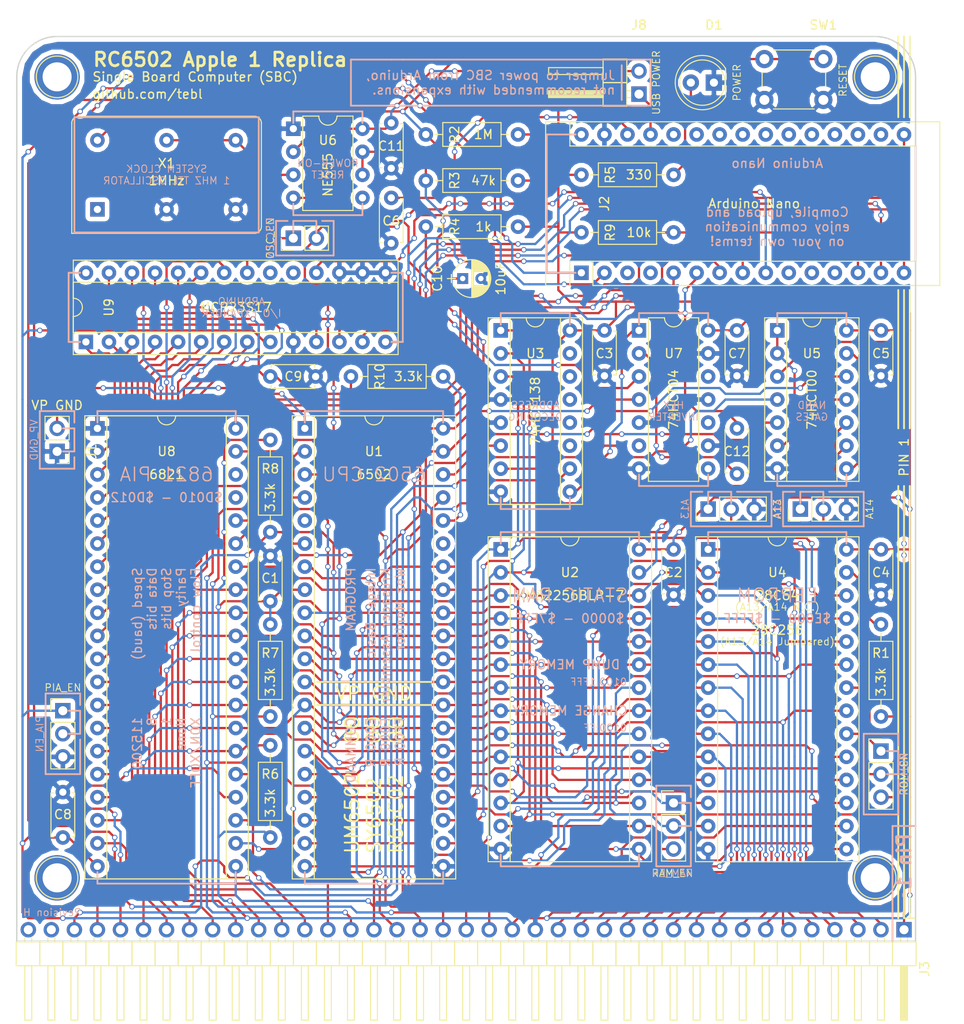
<source format=kicad_pcb>
(kicad_pcb (version 4) (host pcbnew 4.0.7)
  (layers (0 F.Cu signal) (31 B.Cu signal) (34 B.Paste user hide) (35 F.Paste user hide) (36 B.SilkS user) (37 F.SilkS user hide) (38 B.Mask user) (39 F.Mask user) (44 Edge.Cuts user))
  (net 0 "")
  (net 1 GND)
  (net 2 OUT_DA)
  (net 3 VCC)
  (net 4 "Net-(D1-Pad2)")
  (net 5 "Net-(J1-Pad2)")
  (net 6 TX)
  (net 7 RX)
  (net 8 KBD_READY)
  (net 9 KBD_STROBE)
  (net 10 OUT_RDA)
  (net 11 P_RESET)
  (net 12 "Net-(J2-Pad13)")
  (net 13 "Net-(J2-Pad14)")
  (net 14 "Net-(J2-Pad15)")
  (net 15 "Net-(J2-Pad16)")
  (net 16 A15)
  (net 17 A14)
  (net 18 A13)
  (net 19 A12)
  (net 20 A11)
  (net 21 A10)
  (net 22 A9)
  (net 23 A8)
  (net 24 A7)
  (net 25 A6)
  (net 26 A5)
  (net 27 A4)
  (net 28 A3)
  (net 29 A2)
  (net 30 A1)
  (net 31 A0)
  (net 32 PHI2)
  (net 33 RESET)
  (net 34 CLOCK)
  (net 35 IRQ)
  (net 36 RW)
  (net 37 RDY)
  (net 38 SYNC)
  (net 39 D0)
  (net 40 D1)
  (net 41 D2)
  (net 42 D3)
  (net 43 D4)
  (net 44 D5)
  (net 45 D6)
  (net 46 D7)
  (net 47 NMI)
  (net 48 A13_W)
  (net 49 A14_W)
  (net 50 "Net-(R1-Pad1)")
  (net 51 CS_PIA)
  (net 52 CS_ROM)
  (net 53 "Net-(U5-Pad1)")
  (net 54 KBD_D0)
  (net 55 KBD_D1)
  (net 56 KBD_D2)
  (net 57 KBD_D3)
  (net 58 KBD_D4)
  (net 59 KBD_D5)
  (net 60 KBD_D6)
  (net 61 KBD_D7)
  (net 62 OUT_D0)
  (net 63 OUT_D1)
  (net 64 OUT_D2)
  (net 65 OUT_D3)
  (net 66 OUT_D4)
  (net 67 OUT_D5)
  (net 68 OUT_D6)
  (net 69 "Net-(U2-Pad27)")
  (net 70 "Net-(U3-Pad9)")
  (net 71 "Net-(U3-Pad7)")
  (net 72 "Net-(U5-Pad13)")
  (net 73 "Net-(U6-Pad3)")
  (net 74 "Net-(U7-Pad1)")
  (net 75 "Net-(C6-Pad1)")
  (net 76 "Net-(C10-Pad1)")
  (net 77 "Net-(C12-Pad2)")
  (net 78 "Net-(J2-Pad27)")
  (net 79 "Net-(R10-Pad1)")
  (net 80 "Net-(J9-Pad2)")
  (net 81 "Net-(J10-Pad2)")
  (net 82 "Net-(J11-Pad2)")
  (net 83 "Net-(JP1-Pad1)")
  (net 84 PHI1)
  (module Housings_DIP:DIP-28_W15.24mm_Socket (layer F.Cu) (at 192.405 95.885)
    (fp_text reference U4 (at 7.62 2.54) (layer F.SilkS))
    (fp_text value 28C256 (at 7.62 8.89) (layer F.SilkS))
    (pad 1 thru_hole rect (at 0 0) (size 1.6 1.6) (drill 0.8) (layers *.Cu *.Mask) (net 49 A14_W))
    (pad 15 thru_hole oval (at 15.24 33.02) (size 1.6 1.6) (drill 0.8) (layers *.Cu *.Mask) (net 42 D3))
    (pad 2 thru_hole oval (at 0 2.54) (size 1.6 1.6) (drill 0.8) (layers *.Cu *.Mask) (net 19 A12))
    (pad 16 thru_hole oval (at 15.24 30.48) (size 1.6 1.6) (drill 0.8) (layers *.Cu *.Mask) (net 43 D4))
    (pad 3 thru_hole oval (at 0 5.08) (size 1.6 1.6) (drill 0.8) (layers *.Cu *.Mask) (net 24 A7))
    (pad 17 thru_hole oval (at 15.24 27.94) (size 1.6 1.6) (drill 0.8) (layers *.Cu *.Mask) (net 44 D5))
    (pad 4 thru_hole oval (at 0 7.62) (size 1.6 1.6) (drill 0.8) (layers *.Cu *.Mask) (net 25 A6))
    (pad 18 thru_hole oval (at 15.24 25.4) (size 1.6 1.6) (drill 0.8) (layers *.Cu *.Mask) (net 45 D6))
    (pad 5 thru_hole oval (at 0 10.16) (size 1.6 1.6) (drill 0.8) (layers *.Cu *.Mask) (net 26 A5))
    (pad 19 thru_hole oval (at 15.24 22.86) (size 1.6 1.6) (drill 0.8) (layers *.Cu *.Mask) (net 46 D7))
    (pad 6 thru_hole oval (at 0 12.7) (size 1.6 1.6) (drill 0.8) (layers *.Cu *.Mask) (net 27 A4))
    (pad 20 thru_hole oval (at 15.24 20.32) (size 1.6 1.6) (drill 0.8) (layers *.Cu *.Mask) (net 80 "Net-(J9-Pad2)"))
    (pad 7 thru_hole oval (at 0 15.24) (size 1.6 1.6) (drill 0.8) (layers *.Cu *.Mask) (net 28 A3))
    (pad 21 thru_hole oval (at 15.24 17.78) (size 1.6 1.6) (drill 0.8) (layers *.Cu *.Mask) (net 21 A10))
    (pad 8 thru_hole oval (at 0 17.78) (size 1.6 1.6) (drill 0.8) (layers *.Cu *.Mask) (net 29 A2))
    (pad 22 thru_hole oval (at 15.24 15.24) (size 1.6 1.6) (drill 0.8) (layers *.Cu *.Mask) (net 80 "Net-(J9-Pad2)"))
    (pad 9 thru_hole oval (at 0 20.32) (size 1.6 1.6) (drill 0.8) (layers *.Cu *.Mask) (net 30 A1))
    (pad 23 thru_hole oval (at 15.24 12.7) (size 1.6 1.6) (drill 0.8) (layers *.Cu *.Mask) (net 20 A11))
    (pad 10 thru_hole oval (at 0 22.86) (size 1.6 1.6) (drill 0.8) (layers *.Cu *.Mask) (net 31 A0))
    (pad 24 thru_hole oval (at 15.24 10.16) (size 1.6 1.6) (drill 0.8) (layers *.Cu *.Mask) (net 22 A9))
    (pad 11 thru_hole oval (at 0 25.4) (size 1.6 1.6) (drill 0.8) (layers *.Cu *.Mask) (net 39 D0))
    (pad 25 thru_hole oval (at 15.24 7.62) (size 1.6 1.6) (drill 0.8) (layers *.Cu *.Mask) (net 23 A8))
    (pad 12 thru_hole oval (at 0 27.94) (size 1.6 1.6) (drill 0.8) (layers *.Cu *.Mask) (net 40 D1))
    (pad 26 thru_hole oval (at 15.24 5.08) (size 1.6 1.6) (drill 0.8) (layers *.Cu *.Mask) (net 48 A13_W))
    (pad 13 thru_hole oval (at 0 30.48) (size 1.6 1.6) (drill 0.8) (layers *.Cu *.Mask) (net 41 D2))
    (pad 27 thru_hole oval (at 15.24 2.54) (size 1.6 1.6) (drill 0.8) (layers *.Cu *.Mask) (net 50 "Net-(R1-Pad1)"))
    (pad 14 thru_hole oval (at 0 33.02) (size 1.6 1.6) (drill 0.8) (layers *.Cu *.Mask) (net 1 GND))
    (pad 28 thru_hole oval (at 15.24 0) (size 1.6 1.6) (drill 0.8) (layers *.Cu *.Mask) (net 3 VCC))
  )
  (module Housings_DIP:DIP-40_W15.24mm_Socket (layer F.Cu) (at 147.955 82.55)
    (fp_text reference U1 (at 7.62 2.54) (layer F.SilkS))
    (fp_text value 6502 (at 7.62 5.08 180) (layer F.SilkS))
    (pad 1 thru_hole rect (at 0 0) (size 1.6 1.6) (drill 0.8) (layers *.Cu *.Mask) (net 5 "Net-(J1-Pad2)"))
    (pad 21 thru_hole oval (at 15.24 48.26) (size 1.6 1.6) (drill 0.8) (layers *.Cu *.Mask) (net 1 GND))
    (pad 2 thru_hole oval (at 0 2.54) (size 1.6 1.6) (drill 0.8) (layers *.Cu *.Mask) (net 37 RDY))
    (pad 22 thru_hole oval (at 15.24 45.72) (size 1.6 1.6) (drill 0.8) (layers *.Cu *.Mask) (net 19 A12))
    (pad 3 thru_hole oval (at 0 5.08) (size 1.6 1.6) (drill 0.8) (layers *.Cu *.Mask) (net 84 PHI1))
    (pad 23 thru_hole oval (at 15.24 43.18) (size 1.6 1.6) (drill 0.8) (layers *.Cu *.Mask) (net 18 A13))
    (pad 4 thru_hole oval (at 0 7.62) (size 1.6 1.6) (drill 0.8) (layers *.Cu *.Mask) (net 35 IRQ))
    (pad 24 thru_hole oval (at 15.24 40.64) (size 1.6 1.6) (drill 0.8) (layers *.Cu *.Mask) (net 17 A14))
    (pad 5 thru_hole oval (at 0 10.16) (size 1.6 1.6) (drill 0.8) (layers *.Cu *.Mask))
    (pad 25 thru_hole oval (at 15.24 38.1) (size 1.6 1.6) (drill 0.8) (layers *.Cu *.Mask) (net 16 A15))
    (pad 6 thru_hole oval (at 0 12.7) (size 1.6 1.6) (drill 0.8) (layers *.Cu *.Mask) (net 47 NMI))
    (pad 26 thru_hole oval (at 15.24 35.56) (size 1.6 1.6) (drill 0.8) (layers *.Cu *.Mask) (net 46 D7))
    (pad 7 thru_hole oval (at 0 15.24) (size 1.6 1.6) (drill 0.8) (layers *.Cu *.Mask) (net 38 SYNC))
    (pad 27 thru_hole oval (at 15.24 33.02) (size 1.6 1.6) (drill 0.8) (layers *.Cu *.Mask) (net 45 D6))
    (pad 8 thru_hole oval (at 0 17.78) (size 1.6 1.6) (drill 0.8) (layers *.Cu *.Mask) (net 3 VCC))
    (pad 28 thru_hole oval (at 15.24 30.48) (size 1.6 1.6) (drill 0.8) (layers *.Cu *.Mask) (net 44 D5))
    (pad 9 thru_hole oval (at 0 20.32) (size 1.6 1.6) (drill 0.8) (layers *.Cu *.Mask) (net 31 A0))
    (pad 29 thru_hole oval (at 15.24 27.94) (size 1.6 1.6) (drill 0.8) (layers *.Cu *.Mask) (net 43 D4))
    (pad 10 thru_hole oval (at 0 22.86) (size 1.6 1.6) (drill 0.8) (layers *.Cu *.Mask) (net 30 A1))
    (pad 30 thru_hole oval (at 15.24 25.4) (size 1.6 1.6) (drill 0.8) (layers *.Cu *.Mask) (net 42 D3))
    (pad 11 thru_hole oval (at 0 25.4) (size 1.6 1.6) (drill 0.8) (layers *.Cu *.Mask) (net 29 A2))
    (pad 31 thru_hole oval (at 15.24 22.86) (size 1.6 1.6) (drill 0.8) (layers *.Cu *.Mask) (net 41 D2))
    (pad 12 thru_hole oval (at 0 27.94) (size 1.6 1.6) (drill 0.8) (layers *.Cu *.Mask) (net 28 A3))
    (pad 32 thru_hole oval (at 15.24 20.32) (size 1.6 1.6) (drill 0.8) (layers *.Cu *.Mask) (net 40 D1))
    (pad 13 thru_hole oval (at 0 30.48) (size 1.6 1.6) (drill 0.8) (layers *.Cu *.Mask) (net 27 A4))
    (pad 33 thru_hole oval (at 15.24 17.78) (size 1.6 1.6) (drill 0.8) (layers *.Cu *.Mask) (net 39 D0))
    (pad 14 thru_hole oval (at 0 33.02) (size 1.6 1.6) (drill 0.8) (layers *.Cu *.Mask) (net 26 A5))
    (pad 34 thru_hole oval (at 15.24 15.24) (size 1.6 1.6) (drill 0.8) (layers *.Cu *.Mask) (net 36 RW))
    (pad 15 thru_hole oval (at 0 35.56) (size 1.6 1.6) (drill 0.8) (layers *.Cu *.Mask) (net 25 A6))
    (pad 35 thru_hole oval (at 15.24 12.7) (size 1.6 1.6) (drill 0.8) (layers *.Cu *.Mask))
    (pad 16 thru_hole oval (at 0 38.1) (size 1.6 1.6) (drill 0.8) (layers *.Cu *.Mask) (net 24 A7))
    (pad 36 thru_hole oval (at 15.24 10.16) (size 1.6 1.6) (drill 0.8) (layers *.Cu *.Mask) (net 79 "Net-(R10-Pad1)"))
    (pad 17 thru_hole oval (at 0 40.64) (size 1.6 1.6) (drill 0.8) (layers *.Cu *.Mask) (net 23 A8))
    (pad 37 thru_hole oval (at 15.24 7.62) (size 1.6 1.6) (drill 0.8) (layers *.Cu *.Mask) (net 34 CLOCK))
    (pad 18 thru_hole oval (at 0 43.18) (size 1.6 1.6) (drill 0.8) (layers *.Cu *.Mask) (net 22 A9))
    (pad 38 thru_hole oval (at 15.24 5.08) (size 1.6 1.6) (drill 0.8) (layers *.Cu *.Mask) (net 3 VCC))
    (pad 19 thru_hole oval (at 0 45.72) (size 1.6 1.6) (drill 0.8) (layers *.Cu *.Mask) (net 21 A10))
    (pad 39 thru_hole oval (at 15.24 2.54) (size 1.6 1.6) (drill 0.8) (layers *.Cu *.Mask) (net 32 PHI2))
    (pad 20 thru_hole oval (at 0 48.26) (size 1.6 1.6) (drill 0.8) (layers *.Cu *.Mask) (net 20 A11))
    (pad 40 thru_hole oval (at 15.24 0) (size 1.6 1.6) (drill 0.8) (layers *.Cu *.Mask) (net 33 RESET))
  )
  (module Housings_DIP:DIP-14_W7.62mm (layer F.Cu) (at 184.785 71.755)
    (fp_text reference U7 (at 3.81 2.54) (layer F.SilkS))
    (fp_text value 74HCT04 (at 3.81 7.62 90) (layer F.SilkS))
    (pad 1 thru_hole rect (at 0 0) (size 1.6 1.6) (drill 0.8) (layers *.Cu *.Mask) (net 74 "Net-(U7-Pad1)"))
    (pad 8 thru_hole oval (at 7.62 15.24) (size 1.6 1.6) (drill 0.8) (layers *.Cu *.Mask))
    (pad 2 thru_hole oval (at 0 2.54) (size 1.6 1.6) (drill 0.8) (layers *.Cu *.Mask) (net 77 "Net-(C12-Pad2)"))
    (pad 9 thru_hole oval (at 7.62 12.7) (size 1.6 1.6) (drill 0.8) (layers *.Cu *.Mask) (net 1 GND))
    (pad 3 thru_hole oval (at 0 5.08) (size 1.6 1.6) (drill 0.8) (layers *.Cu *.Mask) (net 73 "Net-(U6-Pad3)"))
    (pad 10 thru_hole oval (at 7.62 10.16) (size 1.6 1.6) (drill 0.8) (layers *.Cu *.Mask))
    (pad 4 thru_hole oval (at 0 7.62) (size 1.6 1.6) (drill 0.8) (layers *.Cu *.Mask) (net 33 RESET))
    (pad 11 thru_hole oval (at 7.62 7.62) (size 1.6 1.6) (drill 0.8) (layers *.Cu *.Mask) (net 1 GND))
    (pad 5 thru_hole oval (at 0 10.16) (size 1.6 1.6) (drill 0.8) (layers *.Cu *.Mask) (net 1 GND))
    (pad 12 thru_hole oval (at 7.62 5.08) (size 1.6 1.6) (drill 0.8) (layers *.Cu *.Mask))
    (pad 6 thru_hole oval (at 0 12.7) (size 1.6 1.6) (drill 0.8) (layers *.Cu *.Mask))
    (pad 13 thru_hole oval (at 7.62 2.54) (size 1.6 1.6) (drill 0.8) (layers *.Cu *.Mask) (net 1 GND))
    (pad 7 thru_hole oval (at 0 15.24) (size 1.6 1.6) (drill 0.8) (layers *.Cu *.Mask) (net 1 GND))
    (pad 14 thru_hole oval (at 7.62 0) (size 1.6 1.6) (drill 0.8) (layers *.Cu *.Mask) (net 3 VCC))
  )
  (module Capacitors_THT:C_Disc_D4.7mm_W2.5mm_P5.00mm (layer F.Cu) (at 144.145 101.6 90)
    (fp_text reference C1 (at 2.54 0 180) (layer F.SilkS))
    (fp_text value 100nF)
    (pad 1 thru_hole circle (at 0 0 90) (size 1.6 1.6) (drill 0.8) (layers *.Cu *.Mask) (net 3 VCC))
    (pad 2 thru_hole circle (at 5 0 90) (size 1.6 1.6) (drill 0.8) (layers *.Cu *.Mask) (net 1 GND))
  )
  (module Capacitors_THT:C_Disc_D4.7mm_W2.5mm_P5.00mm (layer F.Cu) (at 188.595 95.885 270)
    (fp_text reference C2 (at 2.54 0 360) (layer F.SilkS))
    (fp_text value 100nF)
    (pad 1 thru_hole circle (at 0 0 270) (size 1.6 1.6) (drill 0.8) (layers *.Cu *.Mask) (net 3 VCC))
    (pad 2 thru_hole circle (at 5 0 270) (size 1.6 1.6) (drill 0.8) (layers *.Cu *.Mask) (net 1 GND))
  )
  (module Capacitors_THT:C_Disc_D4.7mm_W2.5mm_P5.00mm (layer F.Cu) (at 211.455 95.885 270)
    (fp_text reference C4 (at 2.54 0 360) (layer F.SilkS))
    (fp_text value 100nF)
    (pad 1 thru_hole circle (at 0 0 270) (size 1.6 1.6) (drill 0.8) (layers *.Cu *.Mask) (net 3 VCC))
    (pad 2 thru_hole circle (at 5 0 270) (size 1.6 1.6) (drill 0.8) (layers *.Cu *.Mask) (net 1 GND))
  )
  (module Capacitors_THT:C_Disc_D4.7mm_W2.5mm_P5.00mm (layer F.Cu) (at 211.455 71.755 270)
    (fp_text reference C5 (at 2.54 0 360) (layer F.SilkS))
    (fp_text value 100nF)
    (pad 1 thru_hole circle (at 0 0 270) (size 1.6 1.6) (drill 0.8) (layers *.Cu *.Mask) (net 3 VCC))
    (pad 2 thru_hole circle (at 5 0 270) (size 1.6 1.6) (drill 0.8) (layers *.Cu *.Mask) (net 1 GND))
  )
  (module Capacitors_THT:C_Disc_D4.7mm_W2.5mm_P5.00mm (layer F.Cu) (at 157.48 57.15 270)
    (fp_text reference C6 (at 2.54 0 540) (layer F.SilkS))
    (fp_text value 100nF)
    (pad 1 thru_hole circle (at 0 0 270) (size 1.6 1.6) (drill 0.8) (layers *.Cu *.Mask) (net 75 "Net-(C6-Pad1)"))
    (pad 2 thru_hole circle (at 5 0 270) (size 1.6 1.6) (drill 0.8) (layers *.Cu *.Mask) (net 1 GND))
  )
  (module Capacitors_THT:C_Disc_D4.7mm_W2.5mm_P5.00mm (layer F.Cu) (at 195.58 71.755 270)
    (fp_text reference C7 (at 2.54 0 360) (layer F.SilkS))
    (fp_text value 100nF)
    (pad 1 thru_hole circle (at 0 0 270) (size 1.6 1.6) (drill 0.8) (layers *.Cu *.Mask) (net 3 VCC))
    (pad 2 thru_hole circle (at 5 0 270) (size 1.6 1.6) (drill 0.8) (layers *.Cu *.Mask) (net 1 GND))
  )
  (module Capacitors_THT:C_Disc_D4.7mm_W2.5mm_P5.00mm (layer F.Cu) (at 121.285 127.635 90)
    (fp_text reference C8 (at 2.54 0 180) (layer F.SilkS))
    (fp_text value 100nF)
    (pad 1 thru_hole circle (at 0 0 90) (size 1.6 1.6) (drill 0.8) (layers *.Cu *.Mask) (net 3 VCC))
    (pad 2 thru_hole circle (at 5 0 90) (size 1.6 1.6) (drill 0.8) (layers *.Cu *.Mask) (net 1 GND))
  )
  (module Capacitors_THT:C_Disc_D4.7mm_W2.5mm_P5.00mm (layer F.Cu) (at 144.145 76.835)
    (fp_text reference C9 (at 2.54 0) (layer F.SilkS))
    (fp_text value 100nF)
    (pad 1 thru_hole circle (at 0 0) (size 1.6 1.6) (drill 0.8) (layers *.Cu *.Mask) (net 3 VCC))
    (pad 2 thru_hole circle (at 5 0) (size 1.6 1.6) (drill 0.8) (layers *.Cu *.Mask) (net 1 GND))
  )
  (module Capacitors_THT:C_Disc_D4.7mm_W2.5mm_P5.00mm (layer F.Cu) (at 157.48 48.895 270)
    (fp_text reference C11 (at 2.54 0 360) (layer F.SilkS))
    (fp_text value 100nF)
    (pad 1 thru_hole circle (at 0 0 270) (size 1.6 1.6) (drill 0.8) (layers *.Cu *.Mask) (net 3 VCC))
    (pad 2 thru_hole circle (at 5 0 270) (size 1.6 1.6) (drill 0.8) (layers *.Cu *.Mask) (net 1 GND))
  )
  (module Modules:Arduino_Nano (layer F.Cu) (at 178.435 65.405 90)
    (fp_text reference J2 (at 7.62 2.54 90) (layer F.SilkS))
    (fp_text value "Arduino Nano" (at 7.62 19.05 180) (layer F.SilkS))
    (pad 1 thru_hole rect (at 0 0 90) (size 1.6 1.6) (drill 0.8) (layers *.Cu *.Mask) (net 6 TX))
    (pad 17 thru_hole oval (at 15.24 33.02 90) (size 1.6 1.6) (drill 0.8) (layers *.Cu *.Mask))
    (pad 2 thru_hole oval (at 0 2.54 90) (size 1.6 1.6) (drill 0.8) (layers *.Cu *.Mask) (net 7 RX))
    (pad 18 thru_hole oval (at 15.24 30.48 90) (size 1.6 1.6) (drill 0.8) (layers *.Cu *.Mask))
    (pad 3 thru_hole oval (at 0 5.08 90) (size 1.6 1.6) (drill 0.8) (layers *.Cu *.Mask))
    (pad 19 thru_hole oval (at 15.24 27.94 90) (size 1.6 1.6) (drill 0.8) (layers *.Cu *.Mask))
    (pad 4 thru_hole oval (at 0 7.62 90) (size 1.6 1.6) (drill 0.8) (layers *.Cu *.Mask))
    (pad 20 thru_hole oval (at 15.24 25.4 90) (size 1.6 1.6) (drill 0.8) (layers *.Cu *.Mask))
    (pad 5 thru_hole oval (at 0 10.16 90) (size 1.6 1.6) (drill 0.8) (layers *.Cu *.Mask) (net 8 KBD_READY))
    (pad 21 thru_hole oval (at 15.24 22.86 90) (size 1.6 1.6) (drill 0.8) (layers *.Cu *.Mask))
    (pad 6 thru_hole oval (at 0 12.7 90) (size 1.6 1.6) (drill 0.8) (layers *.Cu *.Mask) (net 2 OUT_DA))
    (pad 22 thru_hole oval (at 15.24 20.32 90) (size 1.6 1.6) (drill 0.8) (layers *.Cu *.Mask))
    (pad 7 thru_hole oval (at 0 15.24 90) (size 1.6 1.6) (drill 0.8) (layers *.Cu *.Mask) (net 9 KBD_STROBE))
    (pad 23 thru_hole oval (at 15.24 17.78 90) (size 1.6 1.6) (drill 0.8) (layers *.Cu *.Mask))
    (pad 8 thru_hole oval (at 0 17.78 90) (size 1.6 1.6) (drill 0.8) (layers *.Cu *.Mask) (net 10 OUT_RDA))
    (pad 24 thru_hole oval (at 15.24 15.24 90) (size 1.6 1.6) (drill 0.8) (layers *.Cu *.Mask))
    (pad 9 thru_hole oval (at 0 20.32 90) (size 1.6 1.6) (drill 0.8) (layers *.Cu *.Mask) (net 34 CLOCK))
    (pad 25 thru_hole oval (at 15.24 12.7 90) (size 1.6 1.6) (drill 0.8) (layers *.Cu *.Mask))
    (pad 10 thru_hole oval (at 0 22.86 90) (size 1.6 1.6) (drill 0.8) (layers *.Cu *.Mask))
    (pad 26 thru_hole oval (at 15.24 10.16 90) (size 1.6 1.6) (drill 0.8) (layers *.Cu *.Mask))
    (pad 11 thru_hole oval (at 0 25.4 90) (size 1.6 1.6) (drill 0.8) (layers *.Cu *.Mask))
    (pad 27 thru_hole oval (at 15.24 7.62 90) (size 1.6 1.6) (drill 0.8) (layers *.Cu *.Mask) (net 78 "Net-(J2-Pad27)"))
    (pad 12 thru_hole oval (at 0 27.94 90) (size 1.6 1.6) (drill 0.8) (layers *.Cu *.Mask))
    (pad 28 thru_hole oval (at 15.24 5.08 90) (size 1.6 1.6) (drill 0.8) (layers *.Cu *.Mask) (net 11 P_RESET))
    (pad 13 thru_hole oval (at 0 30.48 90) (size 1.6 1.6) (drill 0.8) (layers *.Cu *.Mask) (net 12 "Net-(J2-Pad13)"))
    (pad 29 thru_hole oval (at 15.24 2.54 90) (size 1.6 1.6) (drill 0.8) (layers *.Cu *.Mask) (net 1 GND))
    (pad 14 thru_hole oval (at 0 33.02 90) (size 1.6 1.6) (drill 0.8) (layers *.Cu *.Mask) (net 13 "Net-(J2-Pad14)"))
    (pad 30 thru_hole oval (at 15.24 0 90) (size 1.6 1.6) (drill 0.8) (layers *.Cu *.Mask))
    (pad 15 thru_hole oval (at 0 35.56 90) (size 1.6 1.6) (drill 0.8) (layers *.Cu *.Mask) (net 14 "Net-(J2-Pad15)"))
    (pad 16 thru_hole oval (at 15.24 35.56 90) (size 1.6 1.6) (drill 0.8) (layers *.Cu *.Mask) (net 15 "Net-(J2-Pad16)"))
  )
  (module Pin_Headers:Pin_Header_Angled_1x39_Pitch2.54mm (layer F.Cu) (at 213.995 137.795 270)
    (fp_text reference J3 (at 4.315 -2.27 270) (layer F.SilkS))
    (fp_text value Backplane)
    (pad 1 thru_hole rect (at 0 0 270) (size 1.7 1.7) (drill 1) (layers *.Cu *.Mask) (net 16 A15))
    (pad 2 thru_hole oval (at 0 2.54 270) (size 1.7 1.7) (drill 1) (layers *.Cu *.Mask) (net 17 A14))
    (pad 3 thru_hole oval (at 0 5.08 270) (size 1.7 1.7) (drill 1) (layers *.Cu *.Mask) (net 18 A13))
    (pad 4 thru_hole oval (at 0 7.62 270) (size 1.7 1.7) (drill 1) (layers *.Cu *.Mask) (net 19 A12))
    (pad 5 thru_hole oval (at 0 10.16 270) (size 1.7 1.7) (drill 1) (layers *.Cu *.Mask) (net 20 A11))
    (pad 6 thru_hole oval (at 0 12.7 270) (size 1.7 1.7) (drill 1) (layers *.Cu *.Mask) (net 21 A10))
    (pad 7 thru_hole oval (at 0 15.24 270) (size 1.7 1.7) (drill 1) (layers *.Cu *.Mask) (net 22 A9))
    (pad 8 thru_hole oval (at 0 17.78 270) (size 1.7 1.7) (drill 1) (layers *.Cu *.Mask) (net 23 A8))
    (pad 9 thru_hole oval (at 0 20.32 270) (size 1.7 1.7) (drill 1) (layers *.Cu *.Mask) (net 24 A7))
    (pad 10 thru_hole oval (at 0 22.86 270) (size 1.7 1.7) (drill 1) (layers *.Cu *.Mask) (net 25 A6))
    (pad 11 thru_hole oval (at 0 25.4 270) (size 1.7 1.7) (drill 1) (layers *.Cu *.Mask) (net 26 A5))
    (pad 12 thru_hole oval (at 0 27.94 270) (size 1.7 1.7) (drill 1) (layers *.Cu *.Mask) (net 27 A4))
    (pad 13 thru_hole oval (at 0 30.48 270) (size 1.7 1.7) (drill 1) (layers *.Cu *.Mask) (net 28 A3))
    (pad 14 thru_hole oval (at 0 33.02 270) (size 1.7 1.7) (drill 1) (layers *.Cu *.Mask) (net 29 A2))
    (pad 15 thru_hole oval (at 0 35.56 270) (size 1.7 1.7) (drill 1) (layers *.Cu *.Mask) (net 30 A1))
    (pad 16 thru_hole oval (at 0 38.1 270) (size 1.7 1.7) (drill 1) (layers *.Cu *.Mask) (net 31 A0))
    (pad 17 thru_hole oval (at 0 40.64 270) (size 1.7 1.7) (drill 1) (layers *.Cu *.Mask) (net 1 GND))
    (pad 18 thru_hole oval (at 0 43.18 270) (size 1.7 1.7) (drill 1) (layers *.Cu *.Mask) (net 3 VCC))
    (pad 19 thru_hole oval (at 0 45.72 270) (size 1.7 1.7) (drill 1) (layers *.Cu *.Mask) (net 32 PHI2))
    (pad 20 thru_hole oval (at 0 48.26 270) (size 1.7 1.7) (drill 1) (layers *.Cu *.Mask) (net 33 RESET))
    (pad 21 thru_hole oval (at 0 50.8 270) (size 1.7 1.7) (drill 1) (layers *.Cu *.Mask) (net 34 CLOCK))
    (pad 22 thru_hole oval (at 0 53.34 270) (size 1.7 1.7) (drill 1) (layers *.Cu *.Mask) (net 35 IRQ))
    (pad 23 thru_hole oval (at 0 55.88 270) (size 1.7 1.7) (drill 1) (layers *.Cu *.Mask) (net 84 PHI1))
    (pad 24 thru_hole oval (at 0 58.42 270) (size 1.7 1.7) (drill 1) (layers *.Cu *.Mask) (net 36 RW))
    (pad 25 thru_hole oval (at 0 60.96 270) (size 1.7 1.7) (drill 1) (layers *.Cu *.Mask) (net 37 RDY))
    (pad 26 thru_hole oval (at 0 63.5 270) (size 1.7 1.7) (drill 1) (layers *.Cu *.Mask) (net 38 SYNC))
    (pad 27 thru_hole oval (at 0 66.04 270) (size 1.7 1.7) (drill 1) (layers *.Cu *.Mask) (net 39 D0))
    (pad 28 thru_hole oval (at 0 68.58 270) (size 1.7 1.7) (drill 1) (layers *.Cu *.Mask) (net 40 D1))
    (pad 29 thru_hole oval (at 0 71.12 270) (size 1.7 1.7) (drill 1) (layers *.Cu *.Mask) (net 41 D2))
    (pad 30 thru_hole oval (at 0 73.66 270) (size 1.7 1.7) (drill 1) (layers *.Cu *.Mask) (net 42 D3))
    (pad 31 thru_hole oval (at 0 76.2 270) (size 1.7 1.7) (drill 1) (layers *.Cu *.Mask) (net 43 D4))
    (pad 32 thru_hole oval (at 0 78.74 270) (size 1.7 1.7) (drill 1) (layers *.Cu *.Mask) (net 44 D5))
    (pad 33 thru_hole oval (at 0 81.28 270) (size 1.7 1.7) (drill 1) (layers *.Cu *.Mask) (net 45 D6))
    (pad 34 thru_hole oval (at 0 83.82 270) (size 1.7 1.7) (drill 1) (layers *.Cu *.Mask) (net 46 D7))
    (pad 35 thru_hole oval (at 0 86.36 270) (size 1.7 1.7) (drill 1) (layers *.Cu *.Mask) (net 6 TX))
    (pad 36 thru_hole oval (at 0 88.9 270) (size 1.7 1.7) (drill 1) (layers *.Cu *.Mask) (net 7 RX))
    (pad 37 thru_hole oval (at 0 91.44 270) (size 1.7 1.7) (drill 1) (layers *.Cu *.Mask) (net 47 NMI))
    (pad 38 thru_hole oval (at 0 93.98 270) (size 1.7 1.7) (drill 1) (layers *.Cu *.Mask))
    (pad 39 thru_hole oval (at 0 96.52 270) (size 1.7 1.7) (drill 1) (layers *.Cu *.Mask))
  )
  (module Resistors_THT:R_Axial_DIN0207_L6.3mm_D2.5mm_P10.16mm_Horizontal (layer F.Cu) (at 211.455 104.14 270)
    (fp_text reference R1 (at 3.175 0 360) (layer F.SilkS))
    (fp_text value 3.3k (at 6.35 0 270) (layer F.SilkS))
    (pad 1 thru_hole circle (at 0 0 270) (size 1.6 1.6) (drill 0.8) (layers *.Cu *.Mask) (net 50 "Net-(R1-Pad1)"))
    (pad 2 thru_hole oval (at 10.16 0 270) (size 1.6 1.6) (drill 0.8) (layers *.Cu *.Mask) (net 3 VCC))
  )
  (module Resistors_THT:R_Axial_DIN0207_L6.3mm_D2.5mm_P10.16mm_Horizontal (layer F.Cu) (at 171.45 50.165 180)
    (fp_text reference R2 (at 6.985 0 270) (layer F.SilkS))
    (fp_text value 1M (at 3.81 0 180) (layer F.SilkS))
    (pad 1 thru_hole circle (at 0 0 180) (size 1.6 1.6) (drill 0.8) (layers *.Cu *.Mask) (net 3 VCC))
    (pad 2 thru_hole oval (at 10.16 0 180) (size 1.6 1.6) (drill 0.8) (layers *.Cu *.Mask) (net 75 "Net-(C6-Pad1)"))
  )
  (module Resistors_THT:R_Axial_DIN0207_L6.3mm_D2.5mm_P10.16mm_Horizontal (layer F.Cu) (at 171.45 55.245 180)
    (fp_text reference R3 (at 6.985 0 270) (layer F.SilkS))
    (fp_text value 47k (at 3.81 0 180) (layer F.SilkS))
    (pad 1 thru_hole circle (at 0 0 180) (size 1.6 1.6) (drill 0.8) (layers *.Cu *.Mask) (net 3 VCC))
    (pad 2 thru_hole oval (at 10.16 0 180) (size 1.6 1.6) (drill 0.8) (layers *.Cu *.Mask) (net 76 "Net-(C10-Pad1)"))
  )
  (module Resistors_THT:R_Axial_DIN0207_L6.3mm_D2.5mm_P10.16mm_Horizontal (layer F.Cu) (at 161.29 60.325)
    (fp_text reference R4 (at 3.175 0 90) (layer F.SilkS))
    (fp_text value 1k (at 6.35 0) (layer F.SilkS))
    (pad 1 thru_hole circle (at 0 0) (size 1.6 1.6) (drill 0.8) (layers *.Cu *.Mask) (net 33 RESET))
    (pad 2 thru_hole oval (at 10.16 0) (size 1.6 1.6) (drill 0.8) (layers *.Cu *.Mask) (net 3 VCC))
  )
  (module Resistors_THT:R_Axial_DIN0207_L6.3mm_D2.5mm_P10.16mm_Horizontal (layer F.Cu) (at 178.435 54.61)
    (fp_text reference R5 (at 3.175 0 90) (layer F.SilkS))
    (fp_text value 330 (at 6.35 0) (layer F.SilkS))
    (pad 1 thru_hole circle (at 0 0) (size 1.6 1.6) (drill 0.8) (layers *.Cu *.Mask) (net 3 VCC))
    (pad 2 thru_hole oval (at 10.16 0) (size 1.6 1.6) (drill 0.8) (layers *.Cu *.Mask) (net 4 "Net-(D1-Pad2)"))
  )
  (module Resistors_THT:R_Axial_DIN0207_L6.3mm_D2.5mm_P10.16mm_Horizontal (layer F.Cu) (at 144.145 117.475 270)
    (fp_text reference R6 (at 3.175 0 360) (layer F.SilkS))
    (fp_text value 3.3k (at 6.35 0 270) (layer F.SilkS))
    (pad 1 thru_hole circle (at 0 0 270) (size 1.6 1.6) (drill 0.8) (layers *.Cu *.Mask) (net 37 RDY))
    (pad 2 thru_hole oval (at 10.16 0 270) (size 1.6 1.6) (drill 0.8) (layers *.Cu *.Mask) (net 3 VCC))
  )
  (module Resistors_THT:R_Axial_DIN0207_L6.3mm_D2.5mm_P10.16mm_Horizontal (layer F.Cu) (at 144.145 114.3 90)
    (fp_text reference R7 (at 6.985 0 180) (layer F.SilkS))
    (fp_text value 3.3k (at 3.81 0 90) (layer F.SilkS))
    (pad 1 thru_hole circle (at 0 0 90) (size 1.6 1.6) (drill 0.8) (layers *.Cu *.Mask) (net 35 IRQ))
    (pad 2 thru_hole oval (at 10.16 0 90) (size 1.6 1.6) (drill 0.8) (layers *.Cu *.Mask) (net 3 VCC))
  )
  (module Resistors_THT:R_Axial_DIN0207_L6.3mm_D2.5mm_P10.16mm_Horizontal (layer F.Cu) (at 144.145 93.98 90)
    (fp_text reference R8 (at 6.985 0 180) (layer F.SilkS))
    (fp_text value 3.3k (at 3.81 0 90) (layer F.SilkS))
    (pad 1 thru_hole circle (at 0 0 90) (size 1.6 1.6) (drill 0.8) (layers *.Cu *.Mask) (net 47 NMI))
    (pad 2 thru_hole oval (at 10.16 0 90) (size 1.6 1.6) (drill 0.8) (layers *.Cu *.Mask) (net 3 VCC))
  )
  (module Resistors_THT:R_Axial_DIN0207_L6.3mm_D2.5mm_P10.16mm_Horizontal (layer F.Cu) (at 178.435 60.96)
    (fp_text reference R9 (at 3.175 0 90) (layer F.SilkS))
    (fp_text value 10k (at 6.35 0) (layer F.SilkS))
    (pad 1 thru_hole circle (at 0 0) (size 1.6 1.6) (drill 0.8) (layers *.Cu *.Mask) (net 3 VCC))
    (pad 2 thru_hole oval (at 10.16 0) (size 1.6 1.6) (drill 0.8) (layers *.Cu *.Mask) (net 12 "Net-(J2-Pad13)"))
  )
  (module Buttons_Switches_THT:SW_PUSH_6mm (layer F.Cu) (at 205.105 46.355 180)
    (fp_text reference SW1 (at 0 8.255 180) (layer F.SilkS))
    (fp_text value RESET)
    (pad 2 thru_hole circle (at 0 4.5 270) (size 2 2) (drill 1.1) (layers *.Cu *.Mask) (net 75 "Net-(C6-Pad1)"))
    (pad 1 thru_hole circle (at 0 0 270) (size 2 2) (drill 1.1) (layers *.Cu *.Mask) (net 1 GND))
    (pad 2 thru_hole circle (at 6.5 4.5 270) (size 2 2) (drill 1.1) (layers *.Cu *.Mask) (net 75 "Net-(C6-Pad1)"))
    (pad 1 thru_hole circle (at 6.5 0 270) (size 2 2) (drill 1.1) (layers *.Cu *.Mask) (net 1 GND))
  )
  (module Housings_DIP:DIP-28_W15.24mm_Socket (layer F.Cu) (at 169.545 95.885)
    (fp_text reference U2 (at 7.62 2.54) (layer F.SilkS))
    (fp_text value HM62256BLP-7 (at 7.62 5.08) (layer F.SilkS))
    (pad 1 thru_hole rect (at 0 0) (size 1.6 1.6) (drill 0.8) (layers *.Cu *.Mask) (net 17 A14))
    (pad 15 thru_hole oval (at 15.24 33.02) (size 1.6 1.6) (drill 0.8) (layers *.Cu *.Mask) (net 42 D3))
    (pad 2 thru_hole oval (at 0 2.54) (size 1.6 1.6) (drill 0.8) (layers *.Cu *.Mask) (net 19 A12))
    (pad 16 thru_hole oval (at 15.24 30.48) (size 1.6 1.6) (drill 0.8) (layers *.Cu *.Mask) (net 43 D4))
    (pad 3 thru_hole oval (at 0 5.08) (size 1.6 1.6) (drill 0.8) (layers *.Cu *.Mask) (net 24 A7))
    (pad 17 thru_hole oval (at 15.24 27.94) (size 1.6 1.6) (drill 0.8) (layers *.Cu *.Mask) (net 44 D5))
    (pad 4 thru_hole oval (at 0 7.62) (size 1.6 1.6) (drill 0.8) (layers *.Cu *.Mask) (net 25 A6))
    (pad 18 thru_hole oval (at 15.24 25.4) (size 1.6 1.6) (drill 0.8) (layers *.Cu *.Mask) (net 45 D6))
    (pad 5 thru_hole oval (at 0 10.16) (size 1.6 1.6) (drill 0.8) (layers *.Cu *.Mask) (net 26 A5))
    (pad 19 thru_hole oval (at 15.24 22.86) (size 1.6 1.6) (drill 0.8) (layers *.Cu *.Mask) (net 46 D7))
    (pad 6 thru_hole oval (at 0 12.7) (size 1.6 1.6) (drill 0.8) (layers *.Cu *.Mask) (net 27 A4))
    (pad 20 thru_hole oval (at 15.24 20.32) (size 1.6 1.6) (drill 0.8) (layers *.Cu *.Mask) (net 81 "Net-(J10-Pad2)"))
    (pad 7 thru_hole oval (at 0 15.24) (size 1.6 1.6) (drill 0.8) (layers *.Cu *.Mask) (net 28 A3))
    (pad 21 thru_hole oval (at 15.24 17.78) (size 1.6 1.6) (drill 0.8) (layers *.Cu *.Mask) (net 21 A10))
    (pad 8 thru_hole oval (at 0 17.78) (size 1.6 1.6) (drill 0.8) (layers *.Cu *.Mask) (net 29 A2))
    (pad 22 thru_hole oval (at 15.24 15.24) (size 1.6 1.6) (drill 0.8) (layers *.Cu *.Mask) (net 81 "Net-(J10-Pad2)"))
    (pad 9 thru_hole oval (at 0 20.32) (size 1.6 1.6) (drill 0.8) (layers *.Cu *.Mask) (net 30 A1))
    (pad 23 thru_hole oval (at 15.24 12.7) (size 1.6 1.6) (drill 0.8) (layers *.Cu *.Mask) (net 20 A11))
    (pad 10 thru_hole oval (at 0 22.86) (size 1.6 1.6) (drill 0.8) (layers *.Cu *.Mask) (net 31 A0))
    (pad 24 thru_hole oval (at 15.24 10.16) (size 1.6 1.6) (drill 0.8) (layers *.Cu *.Mask) (net 22 A9))
    (pad 11 thru_hole oval (at 0 25.4) (size 1.6 1.6) (drill 0.8) (layers *.Cu *.Mask) (net 39 D0))
    (pad 25 thru_hole oval (at 15.24 7.62) (size 1.6 1.6) (drill 0.8) (layers *.Cu *.Mask) (net 23 A8))
    (pad 12 thru_hole oval (at 0 27.94) (size 1.6 1.6) (drill 0.8) (layers *.Cu *.Mask) (net 40 D1))
    (pad 26 thru_hole oval (at 15.24 5.08) (size 1.6 1.6) (drill 0.8) (layers *.Cu *.Mask) (net 18 A13))
    (pad 13 thru_hole oval (at 0 30.48) (size 1.6 1.6) (drill 0.8) (layers *.Cu *.Mask) (net 41 D2))
    (pad 27 thru_hole oval (at 15.24 2.54) (size 1.6 1.6) (drill 0.8) (layers *.Cu *.Mask) (net 69 "Net-(U2-Pad27)"))
    (pad 14 thru_hole oval (at 0 33.02) (size 1.6 1.6) (drill 0.8) (layers *.Cu *.Mask) (net 1 GND))
    (pad 28 thru_hole oval (at 15.24 0) (size 1.6 1.6) (drill 0.8) (layers *.Cu *.Mask) (net 3 VCC))
  )
  (module Housings_DIP:DIP-14_W7.62mm_Socket (layer F.Cu) (at 200.025 71.755)
    (fp_text reference U5 (at 3.81 2.54) (layer F.SilkS))
    (fp_text value 74HCT00 (at 3.81 7.62 90) (layer F.SilkS))
    (pad 1 thru_hole rect (at 0 0) (size 1.6 1.6) (drill 0.8) (layers *.Cu *.Mask) (net 53 "Net-(U5-Pad1)"))
    (pad 8 thru_hole oval (at 7.62 15.24) (size 1.6 1.6) (drill 0.8) (layers *.Cu *.Mask) (net 72 "Net-(U5-Pad13)"))
    (pad 2 thru_hole oval (at 0 2.54) (size 1.6 1.6) (drill 0.8) (layers *.Cu *.Mask) (net 53 "Net-(U5-Pad1)"))
    (pad 9 thru_hole oval (at 7.62 12.7) (size 1.6 1.6) (drill 0.8) (layers *.Cu *.Mask) (net 36 RW))
    (pad 3 thru_hole oval (at 0 5.08) (size 1.6 1.6) (drill 0.8) (layers *.Cu *.Mask) (net 52 CS_ROM))
    (pad 10 thru_hole oval (at 7.62 10.16) (size 1.6 1.6) (drill 0.8) (layers *.Cu *.Mask) (net 36 RW))
    (pad 4 thru_hole oval (at 0 7.62) (size 1.6 1.6) (drill 0.8) (layers *.Cu *.Mask) (net 70 "Net-(U3-Pad9)"))
    (pad 11 thru_hole oval (at 7.62 7.62) (size 1.6 1.6) (drill 0.8) (layers *.Cu *.Mask) (net 69 "Net-(U2-Pad27)"))
    (pad 5 thru_hole oval (at 0 10.16) (size 1.6 1.6) (drill 0.8) (layers *.Cu *.Mask) (net 71 "Net-(U3-Pad7)"))
    (pad 12 thru_hole oval (at 7.62 5.08) (size 1.6 1.6) (drill 0.8) (layers *.Cu *.Mask) (net 32 PHI2))
    (pad 6 thru_hole oval (at 0 12.7) (size 1.6 1.6) (drill 0.8) (layers *.Cu *.Mask) (net 53 "Net-(U5-Pad1)"))
    (pad 13 thru_hole oval (at 7.62 2.54) (size 1.6 1.6) (drill 0.8) (layers *.Cu *.Mask) (net 72 "Net-(U5-Pad13)"))
    (pad 7 thru_hole oval (at 0 15.24) (size 1.6 1.6) (drill 0.8) (layers *.Cu *.Mask) (net 1 GND))
    (pad 14 thru_hole oval (at 7.62 0) (size 1.6 1.6) (drill 0.8) (layers *.Cu *.Mask) (net 3 VCC))
  )
  (module Housings_DIP:DIP-40_W15.24mm_Socket (layer F.Cu) (at 125.095 82.55)
    (fp_text reference U8 (at 7.62 2.54) (layer F.SilkS))
    (fp_text value 6821 (at 7.62 5.08) (layer F.SilkS))
    (pad 1 thru_hole rect (at 0 0) (size 1.6 1.6) (drill 0.8) (layers *.Cu *.Mask) (net 1 GND))
    (pad 21 thru_hole oval (at 15.24 48.26) (size 1.6 1.6) (drill 0.8) (layers *.Cu *.Mask) (net 36 RW))
    (pad 2 thru_hole oval (at 0 2.54) (size 1.6 1.6) (drill 0.8) (layers *.Cu *.Mask) (net 54 KBD_D0))
    (pad 22 thru_hole oval (at 15.24 45.72) (size 1.6 1.6) (drill 0.8) (layers *.Cu *.Mask) (net 27 A4))
    (pad 3 thru_hole oval (at 0 5.08) (size 1.6 1.6) (drill 0.8) (layers *.Cu *.Mask) (net 55 KBD_D1))
    (pad 23 thru_hole oval (at 15.24 43.18) (size 1.6 1.6) (drill 0.8) (layers *.Cu *.Mask) (net 51 CS_PIA))
    (pad 4 thru_hole oval (at 0 7.62) (size 1.6 1.6) (drill 0.8) (layers *.Cu *.Mask) (net 56 KBD_D2))
    (pad 24 thru_hole oval (at 15.24 40.64) (size 1.6 1.6) (drill 0.8) (layers *.Cu *.Mask) (net 82 "Net-(J11-Pad2)"))
    (pad 5 thru_hole oval (at 0 10.16) (size 1.6 1.6) (drill 0.8) (layers *.Cu *.Mask) (net 57 KBD_D3))
    (pad 25 thru_hole oval (at 15.24 38.1) (size 1.6 1.6) (drill 0.8) (layers *.Cu *.Mask) (net 32 PHI2))
    (pad 6 thru_hole oval (at 0 12.7) (size 1.6 1.6) (drill 0.8) (layers *.Cu *.Mask) (net 58 KBD_D4))
    (pad 26 thru_hole oval (at 15.24 35.56) (size 1.6 1.6) (drill 0.8) (layers *.Cu *.Mask) (net 46 D7))
    (pad 7 thru_hole oval (at 0 15.24) (size 1.6 1.6) (drill 0.8) (layers *.Cu *.Mask) (net 59 KBD_D5))
    (pad 27 thru_hole oval (at 15.24 33.02) (size 1.6 1.6) (drill 0.8) (layers *.Cu *.Mask) (net 45 D6))
    (pad 8 thru_hole oval (at 0 17.78) (size 1.6 1.6) (drill 0.8) (layers *.Cu *.Mask) (net 60 KBD_D6))
    (pad 28 thru_hole oval (at 15.24 30.48) (size 1.6 1.6) (drill 0.8) (layers *.Cu *.Mask) (net 44 D5))
    (pad 9 thru_hole oval (at 0 20.32) (size 1.6 1.6) (drill 0.8) (layers *.Cu *.Mask) (net 61 KBD_D7))
    (pad 29 thru_hole oval (at 15.24 27.94) (size 1.6 1.6) (drill 0.8) (layers *.Cu *.Mask) (net 43 D4))
    (pad 10 thru_hole oval (at 0 22.86) (size 1.6 1.6) (drill 0.8) (layers *.Cu *.Mask) (net 62 OUT_D0))
    (pad 30 thru_hole oval (at 15.24 25.4) (size 1.6 1.6) (drill 0.8) (layers *.Cu *.Mask) (net 42 D3))
    (pad 11 thru_hole oval (at 0 25.4) (size 1.6 1.6) (drill 0.8) (layers *.Cu *.Mask) (net 63 OUT_D1))
    (pad 31 thru_hole oval (at 15.24 22.86) (size 1.6 1.6) (drill 0.8) (layers *.Cu *.Mask) (net 41 D2))
    (pad 12 thru_hole oval (at 0 27.94) (size 1.6 1.6) (drill 0.8) (layers *.Cu *.Mask) (net 64 OUT_D2))
    (pad 32 thru_hole oval (at 15.24 20.32) (size 1.6 1.6) (drill 0.8) (layers *.Cu *.Mask) (net 40 D1))
    (pad 13 thru_hole oval (at 0 30.48) (size 1.6 1.6) (drill 0.8) (layers *.Cu *.Mask) (net 65 OUT_D3))
    (pad 33 thru_hole oval (at 15.24 17.78) (size 1.6 1.6) (drill 0.8) (layers *.Cu *.Mask) (net 39 D0))
    (pad 14 thru_hole oval (at 0 33.02) (size 1.6 1.6) (drill 0.8) (layers *.Cu *.Mask) (net 66 OUT_D4))
    (pad 34 thru_hole oval (at 15.24 15.24) (size 1.6 1.6) (drill 0.8) (layers *.Cu *.Mask) (net 33 RESET))
    (pad 15 thru_hole oval (at 0 35.56) (size 1.6 1.6) (drill 0.8) (layers *.Cu *.Mask) (net 67 OUT_D5))
    (pad 35 thru_hole oval (at 15.24 12.7) (size 1.6 1.6) (drill 0.8) (layers *.Cu *.Mask) (net 30 A1))
    (pad 16 thru_hole oval (at 0 38.1) (size 1.6 1.6) (drill 0.8) (layers *.Cu *.Mask) (net 68 OUT_D6))
    (pad 36 thru_hole oval (at 15.24 10.16) (size 1.6 1.6) (drill 0.8) (layers *.Cu *.Mask) (net 31 A0))
    (pad 17 thru_hole oval (at 0 40.64) (size 1.6 1.6) (drill 0.8) (layers *.Cu *.Mask) (net 2 OUT_DA))
    (pad 37 thru_hole oval (at 15.24 7.62) (size 1.6 1.6) (drill 0.8) (layers *.Cu *.Mask))
    (pad 18 thru_hole oval (at 0 43.18) (size 1.6 1.6) (drill 0.8) (layers *.Cu *.Mask) (net 10 OUT_RDA))
    (pad 38 thru_hole oval (at 15.24 5.08) (size 1.6 1.6) (drill 0.8) (layers *.Cu *.Mask))
    (pad 19 thru_hole oval (at 0 45.72) (size 1.6 1.6) (drill 0.8) (layers *.Cu *.Mask) (net 74 "Net-(U7-Pad1)"))
    (pad 39 thru_hole oval (at 15.24 2.54) (size 1.6 1.6) (drill 0.8) (layers *.Cu *.Mask) (net 8 KBD_READY))
    (pad 20 thru_hole oval (at 0 48.26) (size 1.6 1.6) (drill 0.8) (layers *.Cu *.Mask) (net 3 VCC))
    (pad 40 thru_hole oval (at 15.24 0) (size 1.6 1.6) (drill 0.8) (layers *.Cu *.Mask) (net 9 KBD_STROBE))
  )
  (module Housings_DIP:DIP-28_W7.62mm_Socket (layer F.Cu) (at 123.825 73.025 90)
    (fp_text reference U9 (at 3.81 2.54 270) (layer F.SilkS))
    (fp_text value MCP23S17 (at 3.81 16.51 180) (layer F.SilkS))
    (pad 1 thru_hole rect (at 0 0 90) (size 1.6 1.6) (drill 0.8) (layers *.Cu *.Mask) (net 54 KBD_D0))
    (pad 15 thru_hole oval (at 7.62 33.02 90) (size 1.6 1.6) (drill 0.8) (layers *.Cu *.Mask) (net 1 GND))
    (pad 2 thru_hole oval (at 0 2.54 90) (size 1.6 1.6) (drill 0.8) (layers *.Cu *.Mask) (net 55 KBD_D1))
    (pad 16 thru_hole oval (at 7.62 30.48 90) (size 1.6 1.6) (drill 0.8) (layers *.Cu *.Mask) (net 1 GND))
    (pad 3 thru_hole oval (at 0 5.08 90) (size 1.6 1.6) (drill 0.8) (layers *.Cu *.Mask) (net 56 KBD_D2))
    (pad 17 thru_hole oval (at 7.62 27.94 90) (size 1.6 1.6) (drill 0.8) (layers *.Cu *.Mask) (net 1 GND))
    (pad 4 thru_hole oval (at 0 7.62 90) (size 1.6 1.6) (drill 0.8) (layers *.Cu *.Mask) (net 57 KBD_D3))
    (pad 18 thru_hole oval (at 7.62 25.4 90) (size 1.6 1.6) (drill 0.8) (layers *.Cu *.Mask) (net 11 P_RESET))
    (pad 5 thru_hole oval (at 0 10.16 90) (size 1.6 1.6) (drill 0.8) (layers *.Cu *.Mask) (net 58 KBD_D4))
    (pad 19 thru_hole oval (at 7.62 22.86 90) (size 1.6 1.6) (drill 0.8) (layers *.Cu *.Mask))
    (pad 6 thru_hole oval (at 0 12.7 90) (size 1.6 1.6) (drill 0.8) (layers *.Cu *.Mask) (net 59 KBD_D5))
    (pad 20 thru_hole oval (at 7.62 20.32 90) (size 1.6 1.6) (drill 0.8) (layers *.Cu *.Mask))
    (pad 7 thru_hole oval (at 0 15.24 90) (size 1.6 1.6) (drill 0.8) (layers *.Cu *.Mask) (net 60 KBD_D6))
    (pad 21 thru_hole oval (at 7.62 17.78 90) (size 1.6 1.6) (drill 0.8) (layers *.Cu *.Mask) (net 62 OUT_D0))
    (pad 8 thru_hole oval (at 0 17.78 90) (size 1.6 1.6) (drill 0.8) (layers *.Cu *.Mask) (net 61 KBD_D7))
    (pad 22 thru_hole oval (at 7.62 15.24 90) (size 1.6 1.6) (drill 0.8) (layers *.Cu *.Mask) (net 63 OUT_D1))
    (pad 9 thru_hole oval (at 0 20.32 90) (size 1.6 1.6) (drill 0.8) (layers *.Cu *.Mask) (net 3 VCC))
    (pad 23 thru_hole oval (at 7.62 12.7 90) (size 1.6 1.6) (drill 0.8) (layers *.Cu *.Mask) (net 64 OUT_D2))
    (pad 10 thru_hole oval (at 0 22.86 90) (size 1.6 1.6) (drill 0.8) (layers *.Cu *.Mask) (net 1 GND))
    (pad 24 thru_hole oval (at 7.62 10.16 90) (size 1.6 1.6) (drill 0.8) (layers *.Cu *.Mask) (net 65 OUT_D3))
    (pad 11 thru_hole oval (at 0 25.4 90) (size 1.6 1.6) (drill 0.8) (layers *.Cu *.Mask) (net 12 "Net-(J2-Pad13)"))
    (pad 25 thru_hole oval (at 7.62 7.62 90) (size 1.6 1.6) (drill 0.8) (layers *.Cu *.Mask) (net 66 OUT_D4))
    (pad 12 thru_hole oval (at 0 27.94 90) (size 1.6 1.6) (drill 0.8) (layers *.Cu *.Mask) (net 15 "Net-(J2-Pad16)"))
    (pad 26 thru_hole oval (at 7.62 5.08 90) (size 1.6 1.6) (drill 0.8) (layers *.Cu *.Mask) (net 67 OUT_D5))
    (pad 13 thru_hole oval (at 0 30.48 90) (size 1.6 1.6) (drill 0.8) (layers *.Cu *.Mask) (net 13 "Net-(J2-Pad14)"))
    (pad 27 thru_hole oval (at 7.62 2.54 90) (size 1.6 1.6) (drill 0.8) (layers *.Cu *.Mask) (net 68 OUT_D6))
    (pad 14 thru_hole oval (at 0 33.02 90) (size 1.6 1.6) (drill 0.8) (layers *.Cu *.Mask) (net 14 "Net-(J2-Pad15)"))
    (pad 28 thru_hole oval (at 7.62 0 90) (size 1.6 1.6) (drill 0.8) (layers *.Cu *.Mask))
  )
  (module Housings_DIP:DIP-16_W7.62mm_Socket (layer F.Cu) (at 169.545 71.755)
    (fp_text reference U3 (at 3.81 2.54) (layer F.SilkS))
    (fp_text value 74HCT138 (at 3.81 8.89 90) (layer F.SilkS))
    (pad 1 thru_hole rect (at 0 0) (size 1.6 1.6) (drill 0.8) (layers *.Cu *.Mask) (net 19 A12))
    (pad 9 thru_hole oval (at 7.62 17.78) (size 1.6 1.6) (drill 0.8) (layers *.Cu *.Mask) (net 70 "Net-(U3-Pad9)"))
    (pad 2 thru_hole oval (at 0 2.54) (size 1.6 1.6) (drill 0.8) (layers *.Cu *.Mask) (net 18 A13))
    (pad 10 thru_hole oval (at 7.62 15.24) (size 1.6 1.6) (drill 0.8) (layers *.Cu *.Mask) (net 51 CS_PIA))
    (pad 3 thru_hole oval (at 0 5.08) (size 1.6 1.6) (drill 0.8) (layers *.Cu *.Mask) (net 17 A14))
    (pad 11 thru_hole oval (at 7.62 12.7) (size 1.6 1.6) (drill 0.8) (layers *.Cu *.Mask))
    (pad 4 thru_hole oval (at 0 7.62) (size 1.6 1.6) (drill 0.8) (layers *.Cu *.Mask) (net 1 GND))
    (pad 12 thru_hole oval (at 7.62 10.16) (size 1.6 1.6) (drill 0.8) (layers *.Cu *.Mask))
    (pad 5 thru_hole oval (at 0 10.16) (size 1.6 1.6) (drill 0.8) (layers *.Cu *.Mask) (net 1 GND))
    (pad 13 thru_hole oval (at 7.62 7.62) (size 1.6 1.6) (drill 0.8) (layers *.Cu *.Mask))
    (pad 6 thru_hole oval (at 0 12.7) (size 1.6 1.6) (drill 0.8) (layers *.Cu *.Mask) (net 16 A15))
    (pad 14 thru_hole oval (at 7.62 5.08) (size 1.6 1.6) (drill 0.8) (layers *.Cu *.Mask))
    (pad 7 thru_hole oval (at 0 15.24) (size 1.6 1.6) (drill 0.8) (layers *.Cu *.Mask) (net 71 "Net-(U3-Pad7)"))
    (pad 15 thru_hole oval (at 7.62 2.54) (size 1.6 1.6) (drill 0.8) (layers *.Cu *.Mask))
    (pad 8 thru_hole oval (at 0 17.78) (size 1.6 1.6) (drill 0.8) (layers *.Cu *.Mask) (net 1 GND))
    (pad 16 thru_hole oval (at 7.62 0) (size 1.6 1.6) (drill 0.8) (layers *.Cu *.Mask) (net 3 VCC))
  )
  (module Housings_DIP:DIP-8_W7.62mm (layer F.Cu) (at 146.685 49.53)
    (fp_text reference U6 (at 3.81 1.27) (layer F.SilkS))
    (fp_text value NE555 (at 3.81 5.08 270) (layer F.SilkS))
    (pad 1 thru_hole rect (at 0 0) (size 1.6 1.6) (drill 0.8) (layers *.Cu *.Mask) (net 1 GND))
    (pad 5 thru_hole oval (at 7.62 7.62) (size 1.6 1.6) (drill 0.8) (layers *.Cu *.Mask))
    (pad 2 thru_hole oval (at 0 2.54) (size 1.6 1.6) (drill 0.8) (layers *.Cu *.Mask) (net 75 "Net-(C6-Pad1)"))
    (pad 6 thru_hole oval (at 7.62 5.08) (size 1.6 1.6) (drill 0.8) (layers *.Cu *.Mask) (net 76 "Net-(C10-Pad1)"))
    (pad 3 thru_hole oval (at 0 5.08) (size 1.6 1.6) (drill 0.8) (layers *.Cu *.Mask) (net 73 "Net-(U6-Pad3)"))
    (pad 7 thru_hole oval (at 7.62 2.54) (size 1.6 1.6) (drill 0.8) (layers *.Cu *.Mask) (net 76 "Net-(C10-Pad1)"))
    (pad 4 thru_hole oval (at 0 7.62) (size 1.6 1.6) (drill 0.8) (layers *.Cu *.Mask) (net 3 VCC))
    (pad 8 thru_hole oval (at 7.62 0) (size 1.6 1.6) (drill 0.8) (layers *.Cu *.Mask) (net 3 VCC))
  )
  (module Capacitors_THT:C_Disc_D4.7mm_W2.5mm_P5.00mm (layer F.Cu) (at 180.975 71.755 270)
    (fp_text reference C3 (at 2.54 0 360) (layer F.SilkS))
    (fp_text value 100nF)
    (pad 1 thru_hole circle (at 0 0 270) (size 1.6 1.6) (drill 0.8) (layers *.Cu *.Mask) (net 3 VCC))
    (pad 2 thru_hole circle (at 5 0 270) (size 1.6 1.6) (drill 0.8) (layers *.Cu *.Mask) (net 1 GND))
  )
  (module Capacitors_THT:CP_Radial_D4.0mm_P2.00mm (layer F.Cu) (at 165.354 66.04)
    (fp_text reference C10 (at -2.794 0 90) (layer F.SilkS))
    (fp_text value 10uF (at 4.191 0 90) (layer F.SilkS))
    (pad 1 thru_hole rect (at 0 0) (size 1.2 1.2) (drill 0.6) (layers *.Cu *.Mask) (net 76 "Net-(C10-Pad1)"))
    (pad 2 thru_hole circle (at 2 0) (size 1.2 1.2) (drill 0.6) (layers *.Cu *.Mask) (net 1 GND))
  )
  (module Capacitors_THT:C_Disc_D4.7mm_W2.5mm_P5.00mm (layer F.Cu) (at 195.58 82.55 270)
    (fp_text reference C12 (at 2.54 0 360) (layer F.SilkS))
    (fp_text value 10nF)
    (pad 1 thru_hole circle (at 0 0 270) (size 1.6 1.6) (drill 0.8) (layers *.Cu *.Mask) (net 2 OUT_DA))
    (pad 2 thru_hole circle (at 5 0 270) (size 1.6 1.6) (drill 0.8) (layers *.Cu *.Mask) (net 77 "Net-(C12-Pad2)"))
  )
  (module rc6502:Mounting (layer F.Cu) (at 210.82 132.08)
    (fp_text reference J4 hide)
    (fp_text value Hole hide)
    (pad 1 thru_hole circle (at 0 0) (size 5 5) (drill 3.2) (layers *.Cu *.Mask))
  )
  (module rc6502:Mounting (layer F.Cu) (at 120.65 132.08)
    (fp_text reference J5 hide)
    (fp_text value Hole hide)
    (pad 1 thru_hole circle (at 0 0) (size 5 5) (drill 3.2) (layers *.Cu *.Mask))
  )
  (module rc6502:Mounting (layer F.Cu) (at 210.82 43.815)
    (fp_text reference J6 hide)
    (fp_text value Hole hide)
    (pad 1 thru_hole circle (at 0 0) (size 5 5) (drill 3.2) (layers *.Cu *.Mask))
  )
  (module rc6502:Mounting (layer F.Cu) (at 120.65 43.815)
    (fp_text reference J7 hide)
    (fp_text value Hole hide)
    (pad 1 thru_hole circle (at 0 0) (size 5 5) (drill 3.2) (layers *.Cu *.Mask))
  )
  (module Pin_Headers:Pin_Header_Straight_1x02_Pitch2.54mm (layer F.Cu) (at 120.65 85.09 180)
    (fp_text reference J1 (at -3.81 0 270) (layer F.SilkS))
    (fp_text value "VP GND" (at 0 5.08 180) (layer F.SilkS))
    (pad 1 thru_hole rect (at 0 0 180) (size 1.7 1.7) (drill 1) (layers *.Cu *.Mask) (net 1 GND))
    (pad 2 thru_hole oval (at 0 2.54 180) (size 1.7 1.7) (drill 1) (layers *.Cu *.Mask) (net 5 "Net-(J1-Pad2)"))
  )
  (module LEDs:LED_D5.0mm (layer F.Cu) (at 193.04 44.45 180)
    (fp_text reference D1 (at 0 6.35 180) (layer F.SilkS))
    (fp_text value Power)
    (pad 1 thru_hole rect (at 0 0 180) (size 1.8 1.8) (drill 0.9) (layers *.Cu *.Mask) (net 1 GND))
    (pad 2 thru_hole circle (at 2.54 0 180) (size 1.8 1.8) (drill 0.9) (layers *.Cu *.Mask) (net 4 "Net-(D1-Pad2)"))
  )
  (module Pin_Headers:Pin_Header_Angled_1x02_Pitch2.54mm (layer F.Cu) (at 184.785 45.72 180)
    (fp_text reference J8 (at 0 7.62 180) (layer F.SilkS))
    (fp_text value Power)
    (pad 1 thru_hole rect (at 0 0 180) (size 1.7 1.7) (drill 1) (layers *.Cu *.Mask) (net 78 "Net-(J2-Pad27)"))
    (pad 2 thru_hole oval (at 0 2.54 180) (size 1.7 1.7) (drill 1) (layers *.Cu *.Mask) (net 3 VCC))
  )
  (module Pin_Headers:Pin_Header_Straight_1x03_Pitch2.54mm (layer F.Cu) (at 192.405 91.44 90)
    (fp_text reference A13 (at 0 7.62 90) (layer F.SilkS) (effects (font (size 0.8 0.8) (thickness 0.1))))
    (fp_text value "A13 Select")
    (pad 1 thru_hole rect (at 0 0 90) (size 1.7 1.7) (drill 1) (layers *.Cu *.Mask) (net 3 VCC))
    (pad 2 thru_hole oval (at 0 2.54 90) (size 1.7 1.7) (drill 1) (layers *.Cu *.Mask) (net 48 A13_W))
    (pad 3 thru_hole oval (at 0 5.08 90) (size 1.7 1.7) (drill 1) (layers *.Cu *.Mask) (net 1 GND))
  )
  (module Pin_Headers:Pin_Header_Straight_1x03_Pitch2.54mm (layer F.Cu) (at 202.565 91.44 90)
    (fp_text reference A14 (at 0 7.62 90) (layer F.SilkS) (effects (font (size 0.8 0.8) (thickness 0.1))))
    (fp_text value "A14 Select")
    (pad 1 thru_hole rect (at 0 0 90) (size 1.7 1.7) (drill 1) (layers *.Cu *.Mask) (net 3 VCC))
    (pad 2 thru_hole oval (at 0 2.54 90) (size 1.7 1.7) (drill 1) (layers *.Cu *.Mask) (net 49 A14_W))
    (pad 3 thru_hole oval (at 0 5.08 90) (size 1.7 1.7) (drill 1) (layers *.Cu *.Mask) (net 1 GND))
  )
  (module Resistors_THT:R_Axial_DIN0207_L6.3mm_D2.5mm_P10.16mm_Horizontal (layer F.Cu) (at 163.195 76.835 180)
    (fp_text reference R10 (at 6.985 0 270) (layer F.SilkS))
    (fp_text value 3.3k (at 3.81 0 180) (layer F.SilkS))
    (pad 1 thru_hole circle (at 0 0 180) (size 1.6 1.6) (drill 0.8) (layers *.Cu *.Mask) (net 79 "Net-(R10-Pad1)"))
    (pad 2 thru_hole oval (at 10.16 0 180) (size 1.6 1.6) (drill 0.8) (layers *.Cu *.Mask) (net 3 VCC))
  )
  (module Oscillator:Oscillator_DIP-14 (layer F.Cu) (at 125.095 58.42)
    (fp_text reference X1 (at 7.62 -5.08) (layer F.SilkS))
    (fp_text value 1MHz (at 7.62 -3.175) (layer F.SilkS))
    (pad 7 thru_hole circle (at 7.62 0) (size 1.6 1.6) (drill 0.8) (layers *.Cu *.Mask) (net 1 GND))
    (pad 8 thru_hole circle (at 7.62 -7.62) (size 1.6 1.6) (drill 0.8) (layers *.Cu *.Mask) (net 83 "Net-(JP1-Pad1)"))
    (pad 1 thru_hole rect (at 0 0) (size 1.6 1.6) (drill 0.8) (layers *.Cu *.Mask))
    (pad 14 thru_hole circle (at 0 -7.62) (size 1.6 1.6) (drill 0.8) (layers *.Cu *.Mask) (net 3 VCC))
    (pad 8 thru_hole circle (at 15.24 -7.62) (size 1.6 1.6) (drill 0.8) (layers *.Cu *.Mask) (net 83 "Net-(JP1-Pad1)"))
    (pad 7 thru_hole circle (at 15.24 0) (size 1.6 1.6) (drill 0.8) (layers *.Cu *.Mask) (net 1 GND))
  )
  (module Pin_Headers:Pin_Header_Straight_1x03_Pitch2.54mm (layer F.Cu) (at 211.455 118.11)
    (fp_text reference J9)
    (fp_text value ROM_EN (at 2.54 2.54 90) (layer F.SilkS) (effects (font (size 0.8 0.8) (thickness 0.1))))
    (pad 1 thru_hole rect (at 0 0) (size 1.7 1.7) (drill 1) (layers *.Cu *.Mask) (net 52 CS_ROM))
    (pad 2 thru_hole oval (at 0 2.54) (size 1.7 1.7) (drill 1) (layers *.Cu *.Mask) (net 80 "Net-(J9-Pad2)"))
    (pad 3 thru_hole oval (at 0 5.08) (size 1.7 1.7) (drill 1) (layers *.Cu *.Mask) (net 3 VCC))
  )
  (module Pin_Headers:Pin_Header_Straight_1x03_Pitch2.54mm (layer F.Cu) (at 188.595 123.825)
    (fp_text reference J10)
    (fp_text value RAM_EN (at -0.127 7.747) (layer F.SilkS) (effects (font (size 0.8 0.8) (thickness 0.1))))
    (pad 1 thru_hole rect (at 0 0) (size 1.7 1.7) (drill 1) (layers *.Cu *.Mask) (net 16 A15))
    (pad 2 thru_hole oval (at 0 2.54) (size 1.7 1.7) (drill 1) (layers *.Cu *.Mask) (net 81 "Net-(J10-Pad2)"))
    (pad 3 thru_hole oval (at 0 5.08) (size 1.7 1.7) (drill 1) (layers *.Cu *.Mask) (net 3 VCC))
  )
  (module Pin_Headers:Pin_Header_Straight_1x03_Pitch2.54mm (layer F.Cu) (at 121.285 113.665)
    (fp_text reference J11)
    (fp_text value PIA_EN (at 0 -2.54 180) (layer F.SilkS) (effects (font (size 0.8 0.8) (thickness 0.1))))
    (pad 1 thru_hole rect (at 0 0) (size 1.7 1.7) (drill 1) (layers *.Cu *.Mask) (net 3 VCC))
    (pad 2 thru_hole oval (at 0 2.54) (size 1.7 1.7) (drill 1) (layers *.Cu *.Mask) (net 82 "Net-(J11-Pad2)"))
    (pad 3 thru_hole oval (at 0 5.08) (size 1.7 1.7) (drill 1) (layers *.Cu *.Mask) (net 1 GND))
  )
  (module Pin_Headers:Pin_Header_Straight_1x02_Pitch2.54mm (layer F.Cu) (at 146.685 61.595 90)
    (fp_text reference JP1)
    (fp_text value OSC_EN (at 0 -2.54 270) (layer F.SilkS) (effects (font (size 0.8 0.8) (thickness 0.1))))
    (pad 1 thru_hole rect (at 0 0 90) (size 1.7 1.7) (drill 1) (layers *.Cu *.Mask) (net 83 "Net-(JP1-Pad1)"))
    (pad 2 thru_hole oval (at 0 2.54 90) (size 1.7 1.7) (drill 1) (layers *.Cu *.Mask) (net 34 CLOCK))
  )
  (gr_line (start 186.69 130.81) (end 186.69 121.92) (angle 90) (layer B.SilkS) (width 0.2))
  (gr_line (start 190.5 130.81) (end 186.69 130.81) (angle 90) (layer B.SilkS) (width 0.2))
  (gr_line (start 190.5 127) (end 190.5 130.81) (angle 90) (layer B.SilkS) (width 0.2))
  (gr_line (start 190.5 126.365) (end 189.23 126.365) (angle 90) (layer B.SilkS) (width 0.2))
  (gr_line (start 190.5 123.825) (end 190.5 126.365) (angle 90) (layer B.SilkS) (width 0.2))
  (gr_line (start 189.23 123.825) (end 190.5 123.825) (angle 90) (layer B.SilkS) (width 0.2))
  (gr_line (start 190.5 121.92) (end 190.5 123.19) (angle 90) (layer B.SilkS) (width 0.2))
  (gr_line (start 186.69 121.92) (end 190.5 121.92) (angle 90) (layer B.SilkS) (width 0.2))
  (gr_text "Revision H" (at 116.84 135.89) (layer B.SilkS) (effects (font (size 0.8 0.8) (thickness 0.1)) (justify right mirror)))
  (gr_text A13 (at 189.865 91.44 90) (layer B.SilkS) (effects (font (size 0.8 0.8) (thickness 0.1)) (justify mirror)))
  (gr_text A14 (at 200.025 91.44 90) (layer B.SilkS) (effects (font (size 0.8 0.8) (thickness 0.1)) (justify mirror)))
  (gr_text "(A13/A14 Jumpered)" (at 200.025 106.045) (layer F.SilkS) (effects (font (size 0.8 0.8) (thickness 0.1))))
  (gr_text 28C64 (at 200.025 100.965) (layer F.SilkS) (effects (font (size 1 1))))
  (gr_text "(A13/A14 N.C.)" (at 200.025 102.235) (layer F.SilkS) (effects (font (size 0.8 0.8) (thickness 0.1))))
  (gr_text "$E000 - $FFFF" (at 200.025 103.505) (layer B.SilkS) (effects (font (size 1 1)) (justify mirror)))
  (gr_text EEPROM (at 200.025 100.965) (layer B.SilkS) (effects (font (size 1.5 1.5)) (justify mirror)))
  (gr_line (start 192.405 93.98) (end 207.645 93.98) (angle 90) (layer B.SilkS) (width 0.2))
  (gr_line (start 209.55 93.345) (end 209.55 89.535) (angle 90) (layer B.SilkS) (width 0.2))
  (gr_line (start 200.66 93.345) (end 209.55 93.345) (angle 90) (layer B.SilkS) (width 0.2))
  (gr_line (start 200.66 89.535) (end 200.66 93.345) (angle 90) (layer B.SilkS) (width 0.2))
  (gr_line (start 199.39 93.345) (end 199.39 89.535) (angle 90) (layer B.SilkS) (width 0.2))
  (gr_line (start 190.5 93.345) (end 199.39 93.345) (angle 90) (layer B.SilkS) (width 0.2))
  (gr_text "6502 CPU" (at 155.575 87.63) (layer B.SilkS) (effects (font (size 1.5 1.5)) (justify mirror)))
  (gr_text "$D010 - $D012" (at 132.715 90.17) (layer B.SilkS) (effects (font (size 1 1)) (justify mirror)))
  (gr_text "6821 PIA" (at 132.715 87.63) (layer B.SilkS) (effects (font (size 1.5 1.5)) (justify mirror)))
  (gr_text "0100:FF\n\n" (at 183.515 116.205) (layer B.SilkS) (effects (font (size 0.8 0.8) (thickness 0.1)) (justify left mirror)))
  (gr_text "CHANGE MEMORY" (at 177.165 113.665) (layer B.SilkS) (effects (font (size 1 1)) (justify mirror)))
  (gr_text "DUMP MEMORY" (at 177.165 108.585) (layer B.SilkS) (effects (font (size 1 1)) (justify mirror)))
  (gr_text "$0000 - $7FFF" (at 177.165 103.505) (layer B.SilkS) (effects (font (size 1 1)) (justify mirror)))
  (gr_text "STATIC RAM" (at 177.165 100.965) (layer B.SilkS) (effects (font (size 1.5 1.5)) (justify mirror)))
  (gr_line (start 194.945 89.535) (end 194.945 90.805) (angle 90) (layer B.SilkS) (width 0.2))
  (gr_line (start 192.405 89.535) (end 194.945 89.535) (angle 90) (layer B.SilkS) (width 0.2))
  (gr_line (start 192.405 90.805) (end 192.405 89.535) (angle 90) (layer B.SilkS) (width 0.2))
  (gr_line (start 205.74 89.535) (end 209.55 89.535) (angle 90) (layer B.SilkS) (width 0.2))
  (gr_line (start 205.105 89.535) (end 205.105 90.805) (angle 90) (layer B.SilkS) (width 0.2))
  (gr_line (start 202.565 89.535) (end 205.105 89.535) (angle 90) (layer B.SilkS) (width 0.2))
  (gr_line (start 202.565 89.535) (end 202.565 90.805) (angle 90) (layer B.SilkS) (width 0.2))
  (gr_line (start 200.66 89.535) (end 201.93 89.535) (angle 90) (layer B.SilkS) (width 0.2))
  (gr_line (start 195.58 89.535) (end 199.39 89.535) (angle 90) (layer B.SilkS) (width 0.2))
  (gr_line (start 190.5 89.535) (end 191.77 89.535) (angle 90) (layer B.SilkS) (width 0.2))
  (gr_line (start 190.5 93.345) (end 190.5 89.535) (angle 90) (layer B.SilkS) (width 0.2))
  (gr_line (start 207.645 95.25) (end 207.645 93.98) (angle 90) (layer B.SilkS) (width 0.2))
  (gr_line (start 192.405 95.25) (end 192.405 93.98) (angle 90) (layer B.SilkS) (width 0.2))
  (gr_line (start 213.36 117.475) (end 213.36 116.205) (angle 90) (layer B.SilkS) (width 0.2))
  (gr_line (start 213.36 125.095) (end 213.36 121.285) (angle 90) (layer B.SilkS) (width 0.2))
  (gr_line (start 209.55 125.095) (end 213.36 125.095) (angle 90) (layer B.SilkS) (width 0.2))
  (gr_line (start 209.55 121.92) (end 209.55 125.095) (angle 90) (layer B.SilkS) (width 0.2))
  (gr_line (start 213.36 120.65) (end 212.09 120.65) (angle 90) (layer B.SilkS) (width 0.2))
  (gr_line (start 213.36 118.11) (end 213.36 120.65) (angle 90) (layer B.SilkS) (width 0.2))
  (gr_line (start 212.09 118.11) (end 213.36 118.11) (angle 90) (layer B.SilkS) (width 0.2))
  (gr_line (start 169.545 130.81) (end 184.785 130.81) (angle 90) (layer B.SilkS) (width 0.2))
  (gr_line (start 169.545 129.54) (end 169.545 130.81) (angle 90) (layer B.SilkS) (width 0.2))
  (gr_line (start 123.19 113.03) (end 123.19 111.76) (angle 90) (layer B.SilkS) (width 0.2))
  (gr_line (start 123.19 113.665) (end 121.92 113.665) (angle 90) (layer B.SilkS) (width 0.2))
  (gr_line (start 123.19 116.205) (end 123.19 113.665) (angle 90) (layer B.SilkS) (width 0.2))
  (gr_line (start 121.92 116.205) (end 123.19 116.205) (angle 90) (layer B.SilkS) (width 0.2))
  (gr_line (start 123.19 120.65) (end 123.19 116.84) (angle 90) (layer B.SilkS) (width 0.2))
  (gr_line (start 119.38 120.65) (end 123.19 120.65) (angle 90) (layer B.SilkS) (width 0.2))
  (gr_line (start 119.38 117.475) (end 119.38 120.65) (angle 90) (layer B.SilkS) (width 0.2))
  (gr_line (start 122.555 85.725) (end 122.555 86.995) (angle 90) (layer B.SilkS) (width 0.2))
  (gr_line (start 122.555 80.645) (end 122.555 81.915) (angle 90) (layer B.SilkS) (width 0.2))
  (gr_line (start 122.555 85.09) (end 121.285 85.09) (angle 90) (layer B.SilkS) (width 0.2))
  (gr_line (start 122.555 82.55) (end 122.555 85.09) (angle 90) (layer B.SilkS) (width 0.2))
  (gr_line (start 121.285 82.55) (end 122.555 82.55) (angle 90) (layer B.SilkS) (width 0.2))
  (gr_line (start 149.86 59.69) (end 151.13 59.69) (angle 90) (layer B.SilkS) (width 0.2))
  (gr_line (start 144.78 59.69) (end 146.05 59.69) (angle 90) (layer B.SilkS) (width 0.2))
  (gr_line (start 149.225 59.69) (end 149.225 60.96) (angle 90) (layer B.SilkS) (width 0.2))
  (gr_line (start 146.685 59.69) (end 149.225 59.69) (angle 90) (layer B.SilkS) (width 0.2))
  (gr_line (start 146.685 60.96) (end 146.685 59.69) (angle 90) (layer B.SilkS) (width 0.2))
  (gr_line (start 154.305 59.055) (end 154.305 57.785) (angle 90) (layer B.SilkS) (width 0.2))
  (gr_line (start 146.685 59.055) (end 154.305 59.055) (angle 90) (layer B.SilkS) (width 0.2))
  (gr_line (start 146.685 57.785) (end 146.685 59.055) (angle 90) (layer B.SilkS) (width 0.2))
  (gr_line (start 154.305 47.625) (end 154.305 48.895) (angle 90) (layer B.SilkS) (width 0.2))
  (gr_line (start 146.685 47.625) (end 154.305 47.625) (angle 90) (layer B.SilkS) (width 0.2))
  (gr_line (start 146.685 48.895) (end 146.685 47.625) (angle 90) (layer B.SilkS) (width 0.2))
  (gr_line (start 177.165 91.44) (end 177.165 90.17) (angle 90) (layer B.SilkS) (width 0.2))
  (gr_line (start 169.545 91.44) (end 177.165 91.44) (angle 90) (layer B.SilkS) (width 0.2))
  (gr_line (start 169.545 90.17) (end 169.545 91.44) (angle 90) (layer B.SilkS) (width 0.2))
  (gr_line (start 192.405 88.9) (end 192.405 87.63) (angle 90) (layer B.SilkS) (width 0.2))
  (gr_line (start 184.785 88.9) (end 192.405 88.9) (angle 90) (layer B.SilkS) (width 0.2))
  (gr_line (start 184.785 87.63) (end 184.785 88.9) (angle 90) (layer B.SilkS) (width 0.2))
  (gr_line (start 207.645 88.9) (end 207.645 87.63) (angle 90) (layer B.SilkS) (width 0.2))
  (gr_line (start 200.025 88.9) (end 207.645 88.9) (angle 90) (layer B.SilkS) (width 0.2))
  (gr_line (start 200.025 87.63) (end 200.025 88.9) (angle 90) (layer B.SilkS) (width 0.2))
  (gr_line (start 207.645 69.85) (end 207.645 71.12) (angle 90) (layer B.SilkS) (width 0.2))
  (gr_line (start 200.025 69.85) (end 207.645 69.85) (angle 90) (layer B.SilkS) (width 0.2))
  (gr_line (start 200.025 71.12) (end 200.025 69.85) (angle 90) (layer B.SilkS) (width 0.2))
  (gr_line (start 192.405 69.85) (end 192.405 71.12) (angle 90) (layer B.SilkS) (width 0.2))
  (gr_line (start 184.785 69.85) (end 192.405 69.85) (angle 90) (layer B.SilkS) (width 0.2))
  (gr_line (start 184.785 71.12) (end 184.785 69.85) (angle 90) (layer B.SilkS) (width 0.2))
  (gr_line (start 177.165 69.85) (end 177.165 71.12) (angle 90) (layer B.SilkS) (width 0.2))
  (gr_line (start 169.545 69.85) (end 177.165 69.85) (angle 90) (layer B.SilkS) (width 0.2))
  (gr_line (start 169.545 71.12) (end 169.545 69.85) (angle 90) (layer B.SilkS) (width 0.2))
  (gr_line (start 174.625 50.165) (end 177.8 50.165) (angle 90) (layer B.SilkS) (width 0.2))
  (gr_line (start 174.625 65.405) (end 174.625 50.165) (angle 90) (layer B.SilkS) (width 0.2))
  (gr_line (start 177.8 65.405) (end 174.625 65.405) (angle 90) (layer B.SilkS) (width 0.2))
  (gr_line (start 158.75 73.025) (end 157.48 73.025) (angle 90) (layer B.SilkS) (width 0.2))
  (gr_line (start 158.75 65.405) (end 158.75 73.025) (angle 90) (layer B.SilkS) (width 0.2))
  (gr_line (start 157.48 65.405) (end 158.75 65.405) (angle 90) (layer B.SilkS) (width 0.2))
  (gr_line (start 121.92 73.025) (end 123.19 73.025) (angle 90) (layer B.SilkS) (width 0.2))
  (gr_line (start 121.92 65.405) (end 121.92 73.025) (angle 90) (layer B.SilkS) (width 0.2))
  (gr_line (start 123.19 65.405) (end 121.92 65.405) (angle 90) (layer B.SilkS) (width 0.2))
  (gr_line (start 184.785 93.98) (end 184.785 95.25) (angle 90) (layer B.SilkS) (width 0.2))
  (gr_line (start 169.545 93.98) (end 184.785 93.98) (angle 90) (layer B.SilkS) (width 0.2))
  (gr_line (start 169.545 95.25) (end 169.545 93.98) (angle 90) (layer B.SilkS) (width 0.2))
  (gr_line (start 184.785 130.81) (end 184.785 129.54) (angle 90) (layer B.SilkS) (width 0.2))
  (gr_line (start 163.195 132.715) (end 163.195 131.445) (angle 90) (layer B.SilkS) (width 0.2))
  (gr_line (start 147.955 132.715) (end 163.195 132.715) (angle 90) (layer B.SilkS) (width 0.2))
  (gr_line (start 147.955 131.445) (end 147.955 132.715) (angle 90) (layer B.SilkS) (width 0.2))
  (gr_line (start 140.335 132.715) (end 140.335 131.445) (angle 90) (layer B.SilkS) (width 0.2))
  (gr_line (start 125.095 132.715) (end 140.335 132.715) (angle 90) (layer B.SilkS) (width 0.2))
  (gr_line (start 125.095 131.445) (end 125.095 132.715) (angle 90) (layer B.SilkS) (width 0.2))
  (gr_line (start 140.335 80.645) (end 140.335 81.915) (angle 90) (layer B.SilkS) (width 0.2))
  (gr_line (start 125.095 80.645) (end 140.335 80.645) (angle 90) (layer B.SilkS) (width 0.2))
  (gr_line (start 125.095 81.915) (end 125.095 80.645) (angle 90) (layer B.SilkS) (width 0.2))
  (gr_line (start 163.195 80.645) (end 163.195 81.915) (angle 90) (layer B.SilkS) (width 0.2))
  (gr_line (start 147.955 80.645) (end 163.195 80.645) (angle 90) (layer B.SilkS) (width 0.2))
  (gr_line (start 147.955 81.915) (end 147.955 80.645) (angle 90) (layer B.SilkS) (width 0.2))
  (gr_text github.com/tebl (at 124.46 45.72) (layer F.SilkS) (effects (font (size 1 1)) (justify left)))
  (gr_text "Single Board Computer (SBC)" (at 124.46 43.815) (layer F.SilkS) (effects (font (size 1 1)) (justify left)))
  (gr_line (start 153.035 115.189) (end 153.035 116.713) (angle 90) (layer F.SilkS) (width 0.2))
  (gr_line (start 155.448 116.713) (end 155.448 115.189) (angle 90) (layer F.SilkS) (width 0.2))
  (gr_line (start 157.988 115.189) (end 157.988 116.713) (angle 90) (layer F.SilkS) (width 0.2))
  (gr_line (start 213.36 82.55) (end 213.36 67.31) (angle 90) (layer F.SilkS) (width 0.2))
  (gr_line (start 213.995 67.31) (end 213.995 82.55) (angle 90) (layer F.SilkS) (width 0.2))
  (gr_line (start 214.63 82.55) (end 214.63 67.31) (angle 90) (layer F.SilkS) (width 0.2))
  (gr_line (start 214.63 88.9) (end 214.63 125.73) (angle 90) (layer F.SilkS) (width 0.2))
  (gr_line (start 213.995 126.365) (end 213.995 88.9) (angle 90) (layer F.SilkS) (width 0.2))
  (gr_line (start 213.36 88.9) (end 213.36 127) (angle 90) (layer F.SilkS) (width 0.2))
  (gr_text "PIN 1" (at 213.995 85.725 90) (layer F.SilkS) (effects (font (size 1 1))))
  (gr_line (start 214.63 39.37) (end 214.63 48.26) (angle 90) (layer F.SilkS) (width 0.2))
  (gr_line (start 213.995 48.26) (end 213.995 39.37) (angle 90) (layer F.SilkS) (width 0.2))
  (gr_line (start 213.36 48.26) (end 213.36 39.37) (angle 90) (layer F.SilkS) (width 0.2))
  (gr_line (start 214.63 125.73) (end 214.63 136.525) (angle 90) (layer F.SilkS) (width 0.2))
  (gr_line (start 213.995 136.525) (end 213.995 126.365) (angle 90) (layer F.SilkS) (width 0.2))
  (gr_line (start 213.36 136.525) (end 213.36 127) (angle 90) (layer F.SilkS) (width 0.2))
  (gr_text VP_GND (at 118.11 83.82 90) (layer B.SilkS) (effects (font (size 0.8 0.8) (thickness 0.1)) (justify mirror)))
  (gr_line (start 118.745 86.995) (end 118.745 80.645) (angle 90) (layer B.SilkS) (width 0.2))
  (gr_line (start 122.555 86.995) (end 118.745 86.995) (angle 90) (layer B.SilkS) (width 0.2))
  (gr_line (start 118.745 80.645) (end 122.555 80.645) (angle 90) (layer B.SilkS) (width 0.2))
  (gr_text OSC_EN (at 144.145 61.595 90) (layer B.SilkS) (effects (font (size 0.8 0.8) (thickness 0.1)) (justify mirror)))
  (gr_line (start 144.78 63.5) (end 144.78 59.69) (angle 90) (layer B.SilkS) (width 0.2))
  (gr_line (start 151.13 63.5) (end 144.78 63.5) (angle 90) (layer B.SilkS) (width 0.2))
  (gr_line (start 151.13 59.69) (end 151.13 63.5) (angle 90) (layer B.SilkS) (width 0.2))
  (gr_text PIA_EN (at 118.745 116.205 90) (layer B.SilkS) (effects (font (size 0.8 0.8) (thickness 0.1)) (justify mirror)))
  (gr_line (start 119.38 111.76) (end 123.19 111.76) (angle 90) (layer B.SilkS) (width 0.2))
  (gr_line (start 119.38 117.475) (end 119.38 111.76) (angle 90) (layer B.SilkS) (width 0.2))
  (gr_text RAM_EN (at 188.468 131.572) (layer B.SilkS) (effects (font (size 0.8 0.8) (thickness 0.1)) (justify mirror)))
  (gr_line (start 212.725 133.985) (end 212.725 139.065) (angle 90) (layer B.SilkS) (width 0.2))
  (gr_text ROM_EN (at 213.995 120.65 90) (layer B.SilkS) (effects (font (size 0.8 0.8) (thickness 0.1)) (justify mirror)))
  (gr_line (start 209.55 116.205) (end 209.55 121.92) (angle 90) (layer B.SilkS) (width 0.2))
  (gr_line (start 213.36 116.205) (end 209.55 116.205) (angle 90) (layer B.SilkS) (width 0.2))
  (gr_line (start 153.035 46.99) (end 157.48 46.99) (angle 90) (layer B.SilkS) (width 0.2))
  (gr_line (start 153.035 41.91) (end 153.035 46.99) (angle 90) (layer B.SilkS) (width 0.2))
  (gr_line (start 157.48 41.91) (end 153.035 41.91) (angle 90) (layer B.SilkS) (width 0.2))
  (gr_line (start 149.225 110.49) (end 161.925 110.49) (angle 90) (layer F.SilkS) (width 0.2))
  (gr_line (start 149.225 113.03) (end 161.925 113.03) (angle 90) (layer F.SilkS) (width 0.2))
  (gr_line (start 157.48 41.91) (end 158.75 41.91) (angle 90) (layer B.SilkS) (width 0.2))
  (gr_line (start 158.75 46.99) (end 157.48 46.99) (angle 90) (layer B.SilkS) (width 0.2))
  (gr_text "Jumper to power SBC from Arduino,\nnot recommended with expansions." (at 182.245 44.45) (layer B.SilkS) (effects (font (size 1 1)) (justify left mirror)))
  (gr_text "VP GND" (at 155.575 111.76) (layer F.SilkS) (effects (font (size 1.5 1.5) (thickness 0.2))))
  (gr_text "OO\nOO\nOO" (at 155.575 117.475 90) (layer F.SilkS) (effects (font (size 1.5 1.5) (thickness 0.2)) (justify left)))
  (gr_text "UM6502\nSY6502\nR65C02" (at 155.575 129.54 90) (layer F.SilkS) (effects (font (size 1.5 1.5) (thickness 0.2)) (justify left)))
  (gr_text "Pin 1" (at 213.995 127 90) (layer B.SilkS) (effects (font (size 1.5 1.5) (thickness 0.3)) (justify left mirror)))
  (gr_line (start 212.725 126.365) (end 212.725 133.985) (angle 90) (layer B.SilkS) (width 0.2))
  (gr_line (start 215.265 126.365) (end 212.725 126.365) (angle 90) (layer B.SilkS) (width 0.2))
  (gr_line (start 182.88 42.545) (end 182.88 46.355) (angle 90) (layer B.SilkS) (width 0.2))
  (gr_line (start 158.75 46.99) (end 186.055 46.99) (angle 90) (layer B.SilkS) (width 0.2))
  (gr_line (start 186.055 41.91) (end 158.75 41.91) (angle 90) (layer B.SilkS) (width 0.2))
  (gr_line (start 186.055 46.99) (end 186.055 41.91) (angle 90) (layer B.SilkS) (width 0.2))
  (gr_text "Arduino Nano" (at 200.025 53.34) (layer B.SilkS) (effects (font (size 1 1)) (justify mirror)))
  (gr_text "Compile, upload and\nenjoy communication\non your own terms!" (at 200.025 60.325) (layer B.SilkS) (effects (font (size 1 1)) (justify mirror)))
  (gr_line (start 215.265 51.435) (end 215.265 64.135) (angle 90) (layer B.SilkS) (width 0.2))
  (gr_text "POWER-ON\nRESET" (at 150.495 53.975) (layer B.SilkS) (effects (font (size 0.8 0.8) (thickness 0.1)) (justify mirror)))
  (gr_text "SYSTEM CLOCK\n1 MHZ TTL OSCILLATOR" (at 132.715 54.61) (layer B.SilkS) (effects (font (size 0.8 0.8) (thickness 0.1)) (justify mirror)))
  (gr_line (start 142.875 60.96) (end 122.555 60.96) (angle 90) (layer B.SilkS) (width 0.2))
  (gr_line (start 142.875 48.26) (end 142.875 60.96) (angle 90) (layer B.SilkS) (width 0.2))
  (gr_line (start 122.555 48.26) (end 142.875 48.26) (angle 90) (layer B.SilkS) (width 0.2))
  (gr_line (start 122.555 60.96) (end 122.555 48.26) (angle 90) (layer B.SilkS) (width 0.2))
  (gr_text "ARDUINO\nI/O EXPANDER" (at 140.97 69.215) (layer B.SilkS) (effects (font (size 0.8 0.8) (thickness 0.1)) (justify mirror)))
  (gr_text "NAND\nGATES" (at 203.835 80.645) (layer B.SilkS) (effects (font (size 0.8 0.8) (thickness 0.1)) (justify mirror)))
  (gr_text "HEX\nINVERTER" (at 188.595 80.645) (layer B.SilkS) (effects (font (size 0.8 0.8) (thickness 0.1)) (justify mirror)))
  (gr_text "ADDRESS\nDECODING" (at 173.355 80.645) (layer B.SilkS) (effects (font (size 0.8 0.8) (thickness 0.1)) (justify mirror)))
  (gr_text "115200\n8\n1\nNone\nXON/XOFF" (at 132.715 114.3 90) (layer B.SilkS) (effects (font (size 1 1)) (justify left mirror)))
  (gr_text "Speed (baud)\nData bits\nStop bits\nParity\nFlow control" (at 132.715 97.79 90) (layer B.SilkS) (effects (font (size 1 1)) (justify left mirror)))
  (gr_text COMMAND (at 153.035 114.3 90) (layer B.SilkS) (effects (font (size 1 1)) (justify left mirror)))
  (gr_text PROGRAM (at 153.035 97.79 90) (layer B.SilkS) (effects (font (size 1 1)) (justify left mirror)))
  (gr_text "E000 R\nF000 R\nFF00 R" (at 156.845 114.3 90) (layer B.SilkS) (effects (font (size 1 1)) (justify left mirror)))
  (gr_text "Integer Basic\nKrusader Assembler\nWoz Monitor" (at 156.845 97.79 90) (layer B.SilkS) (effects (font (size 1 1)) (justify left mirror)))
  (gr_text 0100.1FFF (at 183.515 110.49) (layer B.SilkS) (effects (font (size 0.8 0.8) (thickness 0.1)) (justify left mirror)))
  (gr_line (start 116.205 43.815) (end 116.205 139.065) (angle 90) (layer Edge.Cuts) (width 0.15))
  (gr_line (start 210.82 39.37) (end 120.65 39.37) (angle 90) (layer Edge.Cuts) (width 0.15))
  (gr_line (start 215.265 139.065) (end 215.265 43.815) (angle 90) (layer Edge.Cuts) (width 0.15))
  (gr_arc (start 210.82 43.815) (end 210.82 39.37) (angle 90) (layer Edge.Cuts) (width 0.15))
  (gr_arc (start 120.65 43.815) (end 116.205 43.815) (angle 90) (layer Edge.Cuts) (width 0.15))
  (gr_text "USB POWER" (at 186.69 44.45 90) (layer F.SilkS) (effects (font (size 0.8 0.8) (thickness 0.1))))
  (gr_text POWER (at 195.58 44.45 90) (layer F.SilkS) (effects (font (size 0.8 0.8) (thickness 0.1))))
  (gr_text RESET (at 207.264 44.196 90) (layer F.SilkS) (effects (font (size 0.8 0.8) (thickness 0.1))))
  (gr_text "RC6502 Apple 1 Replica" (at 124.46 41.91) (layer F.SilkS) (effects (font (size 1.5 1.5) (thickness 0.3)) (justify left)))
  (gr_line (start 116.205 139.065) (end 215.265 139.065) (angle 90) (layer Edge.Cuts) (width 0.15))
  (segment (start 140.335 79.375) (end 137.16 79.375) (width 0.25) (layer F.Cu) (net 2))
  (segment (start 136.525 80.01) (end 136.525 83.185) (width 0.25) (layer F.Cu) (net 2))
  (segment (start 137.16 79.375) (end 136.525 80.01) (width 0.25) (layer F.Cu) (net 2))
  (segment (start 189.865 69.85) (end 189.23 69.85) (width 0.25) (layer F.Cu) (net 2))
  (segment (start 165.1 76.835) (end 165.1 68.58) (width 0.25) (layer F.Cu) (net 2))
  (segment (start 165.1 68.58) (end 165.735 67.945) (width 0.25) (layer F.Cu) (net 2))
  (segment (start 165.735 67.945) (end 173.99 67.945) (width 0.25) (layer F.Cu) (net 2))
  (segment (start 149.86 79.375) (end 162.56 79.375) (width 0.25) (layer F.Cu) (net 2))
  (segment (start 140.335 79.375) (end 149.86 79.375) (width 0.25) (layer F.Cu) (net 2))
  (segment (start 136.525 97.155) (end 136.525 83.185) (width 0.25) (layer F.Cu) (net 2))
  (segment (start 133.35 102.235) (end 133.35 100.33) (width 0.25) (layer F.Cu) (net 2))
  (segment (start 127.635 123.19) (end 128.905 121.92) (width 0.25) (layer F.Cu) (net 2))
  (segment (start 128.905 121.92) (end 128.905 117.475) (width 0.25) (layer F.Cu) (net 2))
  (segment (start 127.635 123.19) (end 125.095 123.19) (width 0.25) (layer F.Cu) (net 2))
  (segment (start 132.08 107.315) (end 132.08 105.41) (width 0.25) (layer F.Cu) (net 2))
  (segment (start 131.445 107.95) (end 132.08 107.315) (width 0.25) (layer F.Cu) (net 2))
  (segment (start 129.54 116.84) (end 129.54 115.57) (width 0.25) (layer F.Cu) (net 2))
  (segment (start 129.54 115.57) (end 130.175 114.935) (width 0.25) (layer F.Cu) (net 2))
  (segment (start 130.175 114.935) (end 130.175 113.03) (width 0.25) (layer F.Cu) (net 2))
  (segment (start 130.175 113.03) (end 130.81 112.395) (width 0.25) (layer F.Cu) (net 2))
  (segment (start 130.81 112.395) (end 130.81 111.125) (width 0.25) (layer F.Cu) (net 2))
  (segment (start 130.81 111.125) (end 130.81 110.49) (width 0.25) (layer F.Cu) (net 2))
  (segment (start 130.81 110.49) (end 131.445 109.855) (width 0.25) (layer F.Cu) (net 2))
  (segment (start 131.445 109.855) (end 131.445 107.95) (width 0.25) (layer F.Cu) (net 2))
  (segment (start 128.905 117.475) (end 129.54 116.84) (width 0.25) (layer F.Cu) (net 2))
  (segment (start 132.715 104.775) (end 132.715 102.87) (width 0.25) (layer F.Cu) (net 2))
  (segment (start 132.715 102.87) (end 133.35 102.235) (width 0.25) (layer F.Cu) (net 2))
  (segment (start 132.08 105.41) (end 132.715 104.775) (width 0.25) (layer F.Cu) (net 2))
  (segment (start 133.35 100.33) (end 135.255 98.425) (width 0.25) (layer F.Cu) (net 2))
  (segment (start 135.255 98.425) (end 136.525 97.155) (width 0.25) (layer F.Cu) (net 2))
  (segment (start 162.56 79.375) (end 165.1 76.835) (width 0.25) (layer F.Cu) (net 2))
  (via (at 173.99 67.945) (size 0.6) (drill 0.4) (layers F.Cu B.Cu) (net 2))
  (segment (start 175.26 69.215) (end 173.99 67.945) (width 0.25) (layer B.Cu) (net 2))
  (segment (start 177.8 69.215) (end 175.26 69.215) (width 0.25) (layer B.Cu) (net 2))
  (segment (start 179.07 70.485) (end 177.8 69.215) (width 0.25) (layer B.Cu) (net 2))
  (segment (start 182.245 70.485) (end 179.07 70.485) (width 0.25) (layer B.Cu) (net 2))
  (segment (start 183.515 69.215) (end 182.245 70.485) (width 0.25) (layer B.Cu) (net 2))
  (via (at 183.515 69.215) (size 0.6) (drill 0.4) (layers F.Cu B.Cu) (net 2))
  (segment (start 188.595 69.215) (end 183.515 69.215) (width 0.25) (layer F.Cu) (net 2))
  (segment (start 189.23 69.85) (end 188.595 69.215) (width 0.25) (layer F.Cu) (net 2))
  (segment (start 195.58 82.55) (end 195.58 81.915) (width 0.25) (layer F.Cu) (net 2))
  (segment (start 195.58 81.915) (end 194.31 80.645) (width 0.25) (layer F.Cu) (net 2))
  (segment (start 194.31 80.645) (end 191.135 80.645) (width 0.25) (layer F.Cu) (net 2))
  (segment (start 191.135 80.645) (end 189.865 79.375) (width 0.25) (layer F.Cu) (net 2))
  (segment (start 189.865 79.375) (end 189.865 69.85) (width 0.25) (layer F.Cu) (net 2))
  (via (at 189.865 69.85) (size 0.6) (drill 0.4) (layers F.Cu B.Cu) (net 2))
  (segment (start 189.865 69.85) (end 189.865 67.31) (width 0.25) (layer B.Cu) (net 2))
  (via (at 189.865 67.31) (size 0.6) (drill 0.4) (layers F.Cu B.Cu) (net 2))
  (segment (start 189.865 67.31) (end 191.135 66.04) (width 0.25) (layer F.Cu) (net 2))
  (segment (start 191.135 66.04) (end 191.135 65.405) (width 0.25) (layer F.Cu) (net 2))
  (segment (start 175.26 135.89) (end 174.625 136.525) (width 0.25) (layer F.Cu) (net 3))
  (segment (start 177.165 135.89) (end 175.26 135.89) (width 0.25) (layer F.Cu) (net 3))
  (via (at 174.625 136.525) (size 0.6) (drill 0.4) (layers F.Cu B.Cu) (net 3))
  (segment (start 174.625 136.525) (end 176.53 136.525) (width 0.25) (layer B.Cu) (net 3))
  (segment (start 176.53 136.525) (end 213.995 136.525) (width 0.25) (layer B.Cu) (net 3))
  (segment (start 187.325 128.905) (end 186.055 127.635) (width 0.25) (layer F.Cu) (net 3))
  (segment (start 186.055 127.635) (end 184.15 127.635) (width 0.25) (layer F.Cu) (net 3))
  (segment (start 184.15 127.635) (end 182.88 128.905) (width 0.25) (layer F.Cu) (net 3))
  (segment (start 182.88 128.905) (end 182.88 133.35) (width 0.25) (layer F.Cu) (net 3))
  (segment (start 182.88 133.35) (end 182.245 133.985) (width 0.25) (layer F.Cu) (net 3))
  (segment (start 182.245 133.985) (end 181.61 133.985) (width 0.25) (layer F.Cu) (net 3))
  (segment (start 181.61 133.985) (end 180.975 134.62) (width 0.25) (layer F.Cu) (net 3))
  (segment (start 188.595 128.905) (end 187.325 128.905) (width 0.25) (layer F.Cu) (net 3))
  (segment (start 177.8 135.255) (end 177.165 135.89) (width 0.25) (layer F.Cu) (net 3))
  (segment (start 179.07 135.255) (end 177.8 135.255) (width 0.25) (layer F.Cu) (net 3))
  (segment (start 179.705 134.62) (end 179.07 135.255) (width 0.25) (layer F.Cu) (net 3))
  (segment (start 180.975 134.62) (end 179.705 134.62) (width 0.25) (layer F.Cu) (net 3))
  (segment (start 171.45 136.525) (end 170.815 137.16) (width 0.25) (layer F.Cu) (net 3))
  (segment (start 171.45 136.525) (end 174.625 136.525) (width 0.25) (layer F.Cu) (net 3))
  (segment (start 170.815 137.795) (end 170.815 137.16) (width 0.25) (layer B.Cu) (net 3))
  (segment (start 153.035 136.525) (end 170.18 136.525) (width 0.25) (layer B.Cu) (net 3))
  (segment (start 214.63 133.985) (end 214.63 123.19) (width 0.25) (layer F.Cu) (net 3))
  (segment (start 214.63 135.255) (end 214.63 133.985) (width 0.25) (layer B.Cu) (net 3))
  (via (at 214.63 133.985) (size 0.6) (drill 0.4) (layers F.Cu B.Cu) (net 3))
  (segment (start 213.995 136.525) (end 214.63 135.89) (width 0.25) (layer B.Cu) (net 3))
  (segment (start 214.63 135.89) (end 214.63 135.255) (width 0.25) (layer B.Cu) (net 3))
  (segment (start 144.145 73.025) (end 143.51 73.025) (width 0.25) (layer F.Cu) (net 3))
  (segment (start 143.51 73.025) (end 142.875 72.39) (width 0.25) (layer F.Cu) (net 3))
  (segment (start 142.24 71.755) (end 142.875 72.39) (width 0.25) (layer F.Cu) (net 3))
  (segment (start 142.875 76.2) (end 143.51 76.835) (width 0.25) (layer F.Cu) (net 3))
  (segment (start 142.875 72.39) (end 142.875 76.2) (width 0.25) (layer F.Cu) (net 3))
  (segment (start 143.51 76.835) (end 144.145 76.835) (width 0.25) (layer F.Cu) (net 3))
  (segment (start 139.065 87.63) (end 139.065 86.36) (width 0.25) (layer B.Cu) (net 3))
  (segment (start 139.065 84.455) (end 139.7 83.82) (width 0.25) (layer F.Cu) (net 3))
  (segment (start 139.065 86.36) (end 139.065 84.455) (width 0.25) (layer F.Cu) (net 3))
  (via (at 139.065 86.36) (size 0.6) (drill 0.4) (layers F.Cu B.Cu) (net 3))
  (segment (start 139.7 83.82) (end 144.145 83.82) (width 0.25) (layer F.Cu) (net 3))
  (segment (start 117.475 71.755) (end 116.84 72.39) (width 0.25) (layer B.Cu) (net 3))
  (segment (start 118.745 71.755) (end 117.475 71.755) (width 0.25) (layer B.Cu) (net 3))
  (via (at 118.745 71.755) (size 0.6) (drill 0.4) (layers F.Cu B.Cu) (net 3))
  (segment (start 142.24 71.755) (end 118.745 71.755) (width 0.25) (layer F.Cu) (net 3))
  (segment (start 138.43 102.235) (end 138.43 100.33) (width 0.25) (layer B.Cu) (net 3))
  (segment (start 139.065 93.98) (end 139.065 87.63) (width 0.25) (layer B.Cu) (net 3))
  (via (at 139.065 93.98) (size 0.6) (drill 0.4) (layers F.Cu B.Cu) (net 3))
  (segment (start 139.065 99.06) (end 139.065 93.98) (width 0.25) (layer F.Cu) (net 3))
  (via (at 139.065 99.06) (size 0.6) (drill 0.4) (layers F.Cu B.Cu) (net 3))
  (segment (start 139.065 99.695) (end 139.065 99.06) (width 0.25) (layer B.Cu) (net 3))
  (segment (start 138.43 100.33) (end 139.065 99.695) (width 0.25) (layer B.Cu) (net 3))
  (segment (start 138.43 127.635) (end 138.43 102.235) (width 0.25) (layer B.Cu) (net 3))
  (segment (start 139.065 101.6) (end 144.145 101.6) (width 0.25) (layer F.Cu) (net 3))
  (segment (start 138.43 102.235) (end 139.065 101.6) (width 0.25) (layer F.Cu) (net 3))
  (via (at 138.43 102.235) (size 0.6) (drill 0.4) (layers F.Cu B.Cu) (net 3))
  (segment (start 144.78 76.835) (end 146.685 78.74) (width 0.25) (layer F.Cu) (net 3))
  (segment (start 146.685 78.74) (end 152.4 78.74) (width 0.25) (layer F.Cu) (net 3))
  (segment (start 152.4 78.74) (end 153.035 78.105) (width 0.25) (layer F.Cu) (net 3))
  (segment (start 153.035 78.105) (end 153.035 76.835) (width 0.25) (layer F.Cu) (net 3))
  (segment (start 144.145 101.6) (end 144.145 104.14) (width 0.25) (layer B.Cu) (net 3))
  (segment (start 139.065 127) (end 143.51 127) (width 0.25) (layer B.Cu) (net 3))
  (segment (start 139.7 134.62) (end 141.605 136.525) (width 0.25) (layer F.Cu) (net 3))
  (segment (start 145.415 100.33) (end 147.955 100.33) (width 0.25) (layer F.Cu) (net 3))
  (segment (start 144.145 101.6) (end 145.415 100.33) (width 0.25) (layer F.Cu) (net 3))
  (via (at 141.605 136.525) (size 0.6) (drill 0.4) (layers F.Cu B.Cu) (net 3))
  (segment (start 139.065 127) (end 138.43 127.635) (width 0.25) (layer B.Cu) (net 3))
  (segment (start 138.43 133.985) (end 138.43 127.635) (width 0.25) (layer B.Cu) (net 3))
  (segment (start 139.065 134.62) (end 138.43 133.985) (width 0.25) (layer B.Cu) (net 3))
  (segment (start 139.7 134.62) (end 139.065 134.62) (width 0.25) (layer B.Cu) (net 3))
  (via (at 139.7 134.62) (size 0.6) (drill 0.4) (layers F.Cu B.Cu) (net 3))
  (segment (start 116.84 128.27) (end 116.84 135.89) (width 0.25) (layer F.Cu) (net 3))
  (segment (start 141.605 136.525) (end 121.285 136.525) (width 0.25) (layer B.Cu) (net 3))
  (segment (start 116.84 135.89) (end 117.475 136.525) (width 0.25) (layer F.Cu) (net 3))
  (segment (start 117.475 136.525) (end 121.285 136.525) (width 0.25) (layer F.Cu) (net 3))
  (via (at 121.285 136.525) (size 0.6) (drill 0.4) (layers F.Cu B.Cu) (net 3))
  (segment (start 118.745 127.635) (end 117.475 127.635) (width 0.25) (layer F.Cu) (net 3))
  (via (at 116.84 128.27) (size 0.6) (drill 0.4) (layers F.Cu B.Cu) (net 3))
  (segment (start 117.475 127.635) (end 116.84 128.27) (width 0.25) (layer F.Cu) (net 3))
  (segment (start 116.84 114.3) (end 116.84 79.375) (width 0.25) (layer B.Cu) (net 3))
  (segment (start 116.84 79.375) (end 116.84 72.39) (width 0.25) (layer B.Cu) (net 3))
  (segment (start 116.84 72.39) (end 116.84 52.705) (width 0.25) (layer B.Cu) (net 3))
  (segment (start 123.19 46.355) (end 125.095 46.355) (width 0.25) (layer F.Cu) (net 3))
  (segment (start 125.095 46.355) (end 127 46.355) (width 0.25) (layer F.Cu) (net 3))
  (segment (start 117.475 52.07) (end 123.19 46.355) (width 0.25) (layer F.Cu) (net 3))
  (segment (start 116.84 52.705) (end 117.475 52.07) (width 0.25) (layer B.Cu) (net 3))
  (via (at 117.475 52.07) (size 0.6) (drill 0.4) (layers F.Cu B.Cu) (net 3))
  (segment (start 117.475 113.665) (end 118.745 113.665) (width 0.25) (layer B.Cu) (net 3))
  (segment (start 116.84 114.3) (end 117.475 113.665) (width 0.25) (layer B.Cu) (net 3))
  (segment (start 116.84 128.27) (end 116.84 114.3) (width 0.25) (layer B.Cu) (net 3))
  (segment (start 153.035 136.525) (end 149.225 136.525) (width 0.25) (layer B.Cu) (net 3))
  (segment (start 149.225 136.525) (end 141.605 136.525) (width 0.25) (layer B.Cu) (net 3))
  (segment (start 158.115 46.99) (end 144.78 46.99) (width 0.25) (layer F.Cu) (net 3))
  (segment (start 144.78 46.99) (end 144.145 46.355) (width 0.25) (layer F.Cu) (net 3))
  (via (at 161.925 43.18) (size 0.6) (drill 0.4) (layers F.Cu B.Cu) (net 3))
  (segment (start 157.48 47.625) (end 158.115 46.99) (width 0.25) (layer B.Cu) (net 3))
  (via (at 158.115 46.99) (size 0.6) (drill 0.4) (layers F.Cu B.Cu) (net 3))
  (segment (start 158.115 46.99) (end 161.925 43.18) (width 0.25) (layer F.Cu) (net 3))
  (segment (start 157.48 48.895) (end 157.48 47.625) (width 0.25) (layer B.Cu) (net 3))
  (segment (start 188.595 95.885) (end 188.595 94.615) (width 0.25) (layer B.Cu) (net 3))
  (segment (start 189.23 93.98) (end 191.77 91.44) (width 0.25) (layer F.Cu) (net 3))
  (via (at 189.23 93.98) (size 0.6) (drill 0.4) (layers F.Cu B.Cu) (net 3))
  (segment (start 188.595 94.615) (end 189.23 93.98) (width 0.25) (layer B.Cu) (net 3))
  (segment (start 191.77 91.44) (end 192.405 91.44) (width 0.25) (layer F.Cu) (net 3))
  (segment (start 202.565 90.17) (end 202.565 91.44) (width 0.25) (layer F.Cu) (net 3))
  (segment (start 192.405 91.44) (end 192.405 90.805) (width 0.25) (layer F.Cu) (net 3))
  (segment (start 192.405 90.805) (end 193.04 90.17) (width 0.25) (layer F.Cu) (net 3))
  (segment (start 193.675 90.17) (end 201.295 90.17) (width 0.25) (layer F.Cu) (net 3))
  (via (at 213.36 90.17) (size 0.6) (drill 0.4) (layers F.Cu B.Cu) (net 3))
  (segment (start 213.36 90.17) (end 214.63 91.44) (width 0.25) (layer B.Cu) (net 3))
  (via (at 214.63 91.44) (size 0.6) (drill 0.4) (layers F.Cu B.Cu) (net 3))
  (segment (start 201.295 90.17) (end 202.565 90.17) (width 0.25) (layer F.Cu) (net 3))
  (segment (start 202.565 90.17) (end 213.36 90.17) (width 0.25) (layer F.Cu) (net 3))
  (segment (start 193.04 90.17) (end 193.675 90.17) (width 0.25) (layer F.Cu) (net 3))
  (segment (start 202.565 91.44) (end 202.565 92.075) (width 0.25) (layer F.Cu) (net 3))
  (segment (start 143.51 127) (end 144.145 127.635) (width 0.25) (layer B.Cu) (net 3))
  (segment (start 154.305 49.53) (end 156.845 49.53) (width 0.25) (layer F.Cu) (net 3))
  (segment (start 156.845 49.53) (end 157.48 48.895) (width 0.25) (layer F.Cu) (net 3))
  (segment (start 144.145 46.355) (end 142.875 46.355) (width 0.25) (layer F.Cu) (net 3))
  (segment (start 139.7 46.355) (end 142.24 46.355) (width 0.25) (layer F.Cu) (net 3))
  (segment (start 139.7 46.355) (end 127 46.355) (width 0.25) (layer F.Cu) (net 3))
  (segment (start 142.875 46.355) (end 142.24 46.355) (width 0.25) (layer F.Cu) (net 3))
  (via (at 164.465 43.18) (size 0.6) (drill 0.4) (layers F.Cu B.Cu) (net 3))
  (segment (start 175.895 44.45) (end 175.26 44.45) (width 0.25) (layer F.Cu) (net 3))
  (segment (start 175.26 44.45) (end 173.99 43.18) (width 0.25) (layer F.Cu) (net 3))
  (segment (start 164.465 43.18) (end 173.99 43.18) (width 0.25) (layer F.Cu) (net 3))
  (segment (start 164.465 43.18) (end 161.925 43.18) (width 0.25) (layer B.Cu) (net 3))
  (segment (start 121.285 113.665) (end 118.745 113.665) (width 0.25) (layer B.Cu) (net 3))
  (segment (start 211.455 123.19) (end 214.63 123.19) (width 0.25) (layer F.Cu) (net 3))
  (segment (start 127 46.355) (end 127 48.895) (width 0.25) (layer F.Cu) (net 3))
  (segment (start 127 48.895) (end 125.095 50.8) (width 0.25) (layer F.Cu) (net 3))
  (segment (start 144.145 76.835) (end 144.78 76.835) (width 0.25) (layer F.Cu) (net 3))
  (segment (start 163.195 87.63) (end 164.465 87.63) (width 0.25) (layer F.Cu) (net 3))
  (segment (start 175.26 73.66) (end 177.165 71.755) (width 0.25) (layer F.Cu) (net 3))
  (segment (start 175.26 85.09) (end 175.26 73.66) (width 0.25) (layer F.Cu) (net 3))
  (segment (start 174.625 85.725) (end 175.26 85.09) (width 0.25) (layer F.Cu) (net 3))
  (segment (start 166.37 85.725) (end 174.625 85.725) (width 0.25) (layer F.Cu) (net 3))
  (segment (start 164.465 87.63) (end 166.37 85.725) (width 0.25) (layer F.Cu) (net 3))
  (segment (start 121.285 127.635) (end 121.92 127.635) (width 0.25) (layer F.Cu) (net 3))
  (segment (start 121.92 127.635) (end 125.095 130.81) (width 0.25) (layer F.Cu) (net 3))
  (segment (start 121.285 127.635) (end 118.745 127.635) (width 0.25) (layer F.Cu) (net 3))
  (segment (start 214.63 118.745) (end 214.63 114.3) (width 0.25) (layer F.Cu) (net 3))
  (segment (start 214.63 123.19) (end 214.63 118.745) (width 0.25) (layer F.Cu) (net 3))
  (segment (start 171.45 60.325) (end 175.895 60.325) (width 0.25) (layer F.Cu) (net 3))
  (segment (start 175.895 60.325) (end 175.895 59.69) (width 0.25) (layer F.Cu) (net 3))
  (segment (start 171.45 55.245) (end 175.895 55.245) (width 0.25) (layer F.Cu) (net 3))
  (segment (start 171.45 50.165) (end 175.895 50.165) (width 0.25) (layer F.Cu) (net 3))
  (segment (start 146.685 57.15) (end 148.59 57.15) (width 0.25) (layer F.Cu) (net 3))
  (segment (start 151.13 49.53) (end 154.305 49.53) (width 0.25) (layer F.Cu) (net 3))
  (segment (start 149.86 50.8) (end 151.13 49.53) (width 0.25) (layer F.Cu) (net 3))
  (segment (start 149.86 55.88) (end 149.86 50.8) (width 0.25) (layer F.Cu) (net 3))
  (segment (start 148.59 57.15) (end 149.86 55.88) (width 0.25) (layer F.Cu) (net 3))
  (segment (start 175.895 44.45) (end 176.53 44.45) (width 0.25) (layer F.Cu) (net 3))
  (segment (start 176.53 44.45) (end 177.8 43.18) (width 0.25) (layer F.Cu) (net 3))
  (segment (start 170.815 137.16) (end 170.18 136.525) (width 0.25) (layer B.Cu) (net 3))
  (segment (start 211.455 114.3) (end 214.63 114.3) (width 0.25) (layer F.Cu) (net 3))
  (segment (start 178.435 60.96) (end 175.895 60.96) (width 0.25) (layer F.Cu) (net 3))
  (segment (start 178.435 54.61) (end 175.895 54.61) (width 0.25) (layer F.Cu) (net 3))
  (segment (start 211.455 95.885) (end 214.63 95.885) (width 0.25) (layer F.Cu) (net 3))
  (segment (start 214.63 114.3) (end 214.63 95.885) (width 0.25) (layer F.Cu) (net 3))
  (segment (start 214.63 95.885) (end 214.63 91.44) (width 0.25) (layer F.Cu) (net 3))
  (segment (start 214.63 91.44) (end 214.63 82.55) (width 0.25) (layer F.Cu) (net 3))
  (segment (start 214.63 82.55) (end 214.63 71.755) (width 0.25) (layer F.Cu) (net 3))
  (segment (start 211.455 71.755) (end 214.63 71.755) (width 0.25) (layer F.Cu) (net 3))
  (segment (start 196.85 68.58) (end 196.85 69.215) (width 0.25) (layer F.Cu) (net 3))
  (segment (start 196.85 69.215) (end 196.85 70.485) (width 0.25) (layer F.Cu) (net 3))
  (segment (start 196.85 70.485) (end 195.58 71.755) (width 0.25) (layer F.Cu) (net 3))
  (segment (start 207.645 71.755) (end 211.455 71.755) (width 0.25) (layer F.Cu) (net 3))
  (segment (start 197.485 68.58) (end 213.36 68.58) (width 0.25) (layer F.Cu) (net 3))
  (segment (start 196.85 68.58) (end 197.485 68.58) (width 0.25) (layer F.Cu) (net 3))
  (segment (start 213.36 68.58) (end 214.63 69.85) (width 0.25) (layer F.Cu) (net 3))
  (segment (start 214.63 69.85) (end 214.63 71.755) (width 0.25) (layer F.Cu) (net 3))
  (segment (start 195.58 71.755) (end 192.405 71.755) (width 0.25) (layer F.Cu) (net 3))
  (segment (start 182.245 68.58) (end 195.58 68.58) (width 0.25) (layer F.Cu) (net 3))
  (segment (start 195.58 68.58) (end 196.85 68.58) (width 0.25) (layer F.Cu) (net 3))
  (segment (start 180.975 71.755) (end 182.245 70.485) (width 0.25) (layer F.Cu) (net 3))
  (segment (start 175.895 44.45) (end 175.895 50.165) (width 0.25) (layer F.Cu) (net 3))
  (segment (start 175.895 50.165) (end 175.895 54.61) (width 0.25) (layer F.Cu) (net 3))
  (segment (start 175.895 54.61) (end 175.895 55.245) (width 0.25) (layer F.Cu) (net 3))
  (segment (start 175.895 55.245) (end 175.895 59.69) (width 0.25) (layer F.Cu) (net 3))
  (segment (start 175.895 59.69) (end 175.895 60.96) (width 0.25) (layer F.Cu) (net 3))
  (segment (start 175.895 60.96) (end 175.895 67.31) (width 0.25) (layer F.Cu) (net 3))
  (segment (start 175.895 67.31) (end 177.165 68.58) (width 0.25) (layer F.Cu) (net 3))
  (segment (start 177.165 68.58) (end 179.705 68.58) (width 0.25) (layer F.Cu) (net 3))
  (segment (start 177.8 43.18) (end 184.785 43.18) (width 0.25) (layer F.Cu) (net 3))
  (segment (start 182.245 68.58) (end 179.705 68.58) (width 0.25) (layer F.Cu) (net 3))
  (segment (start 182.245 70.485) (end 182.245 68.58) (width 0.25) (layer F.Cu) (net 3))
  (segment (start 177.165 71.755) (end 180.975 71.755) (width 0.25) (layer F.Cu) (net 3))
  (segment (start 207.645 95.885) (end 211.455 95.885) (width 0.25) (layer F.Cu) (net 3))
  (segment (start 184.785 95.885) (end 188.595 95.885) (width 0.25) (layer F.Cu) (net 3))
  (segment (start 190.5 44.45) (end 190.5 48.26) (width 0.25) (layer F.Cu) (net 4))
  (segment (start 189.865 53.34) (end 188.595 54.61) (width 0.25) (layer F.Cu) (net 4))
  (segment (start 189.865 48.895) (end 189.865 53.34) (width 0.25) (layer F.Cu) (net 4))
  (segment (start 190.5 48.26) (end 189.865 48.895) (width 0.25) (layer F.Cu) (net 4))
  (segment (start 136.525 78.105) (end 134.62 78.105) (width 0.25) (layer B.Cu) (net 5))
  (segment (start 130.81 78.105) (end 128.905 78.105) (width 0.25) (layer B.Cu) (net 5))
  (segment (start 131.445 78.74) (end 130.81 78.105) (width 0.25) (layer B.Cu) (net 5))
  (segment (start 133.985 78.74) (end 131.445 78.74) (width 0.25) (layer B.Cu) (net 5))
  (segment (start 134.62 78.105) (end 133.985 78.74) (width 0.25) (layer B.Cu) (net 5))
  (segment (start 142.875 78.105) (end 143.51 78.74) (width 0.25) (layer F.Cu) (net 5))
  (segment (start 138.43 78.105) (end 142.875 78.105) (width 0.25) (layer F.Cu) (net 5))
  (via (at 138.43 78.105) (size 0.6) (drill 0.4) (layers F.Cu B.Cu) (net 5))
  (segment (start 136.525 78.105) (end 138.43 78.105) (width 0.25) (layer B.Cu) (net 5))
  (via (at 145.415 78.74) (size 0.6) (drill 0.4) (layers F.Cu B.Cu) (net 5))
  (segment (start 147.955 81.28) (end 145.415 78.74) (width 0.25) (layer B.Cu) (net 5))
  (segment (start 145.415 78.74) (end 144.145 78.74) (width 0.25) (layer F.Cu) (net 5))
  (segment (start 143.51 78.74) (end 144.145 78.74) (width 0.25) (layer F.Cu) (net 5))
  (segment (start 147.955 82.55) (end 147.955 81.28) (width 0.25) (layer B.Cu) (net 5))
  (segment (start 120.65 78.74) (end 120.65 80.01) (width 0.25) (layer F.Cu) (net 5))
  (segment (start 121.285 78.105) (end 120.65 78.74) (width 0.25) (layer F.Cu) (net 5))
  (segment (start 125.73 78.105) (end 121.285 78.105) (width 0.25) (layer F.Cu) (net 5))
  (via (at 125.73 78.105) (size 0.6) (drill 0.4) (layers F.Cu B.Cu) (net 5))
  (segment (start 128.905 78.105) (end 125.73 78.105) (width 0.25) (layer B.Cu) (net 5))
  (segment (start 120.65 80.01) (end 120.65 80.645) (width 0.25) (layer F.Cu) (net 5))
  (segment (start 120.65 82.55) (end 120.65 80.645) (width 0.25) (layer F.Cu) (net 5))
  (segment (start 142.24 43.815) (end 156.21 43.815) (width 0.25) (layer F.Cu) (net 6))
  (segment (start 118.11 79.375) (end 118.11 123.825) (width 0.25) (layer F.Cu) (net 6))
  (segment (start 118.11 53.975) (end 118.11 79.375) (width 0.25) (layer F.Cu) (net 6))
  (segment (start 119.38 52.705) (end 118.11 53.975) (width 0.25) (layer F.Cu) (net 6))
  (segment (start 118.745 124.46) (end 120.65 124.46) (width 0.25) (layer F.Cu) (net 6))
  (segment (start 118.11 123.825) (end 118.745 124.46) (width 0.25) (layer F.Cu) (net 6))
  (segment (start 127.635 127) (end 127 126.365) (width 0.25) (layer B.Cu) (net 6))
  (via (at 127.635 129.54) (size 0.6) (drill 0.4) (layers F.Cu B.Cu) (net 6))
  (segment (start 127.635 129.54) (end 127.635 127) (width 0.25) (layer B.Cu) (net 6))
  (segment (start 126.365 124.46) (end 120.65 124.46) (width 0.25) (layer F.Cu) (net 6))
  (segment (start 127.635 137.795) (end 127.635 133.985) (width 0.25) (layer F.Cu) (net 6))
  (segment (start 127.635 133.985) (end 127.635 129.54) (width 0.25) (layer F.Cu) (net 6))
  (segment (start 127 126.365) (end 127 125.095) (width 0.25) (layer B.Cu) (net 6))
  (via (at 127 125.095) (size 0.6) (drill 0.4) (layers F.Cu B.Cu) (net 6))
  (segment (start 127 125.095) (end 126.365 124.46) (width 0.25) (layer F.Cu) (net 6))
  (via (at 159.385 44.45) (size 0.6) (drill 0.4) (layers F.Cu B.Cu) (net 6))
  (segment (start 159.385 44.45) (end 158.75 43.815) (width 0.25) (layer F.Cu) (net 6))
  (segment (start 169.545 54.61) (end 161.29 46.355) (width 0.25) (layer F.Cu) (net 6))
  (segment (start 161.29 46.355) (end 159.385 44.45) (width 0.25) (layer B.Cu) (net 6))
  (via (at 161.29 46.355) (size 0.6) (drill 0.4) (layers F.Cu B.Cu) (net 6))
  (segment (start 156.21 43.815) (end 158.75 43.815) (width 0.25) (layer F.Cu) (net 6))
  (segment (start 172.085 65.405) (end 178.435 65.405) (width 0.25) (layer B.Cu) (net 6))
  (segment (start 170.815 64.135) (end 172.085 65.405) (width 0.25) (layer B.Cu) (net 6))
  (segment (start 170.815 62.23) (end 170.815 64.135) (width 0.25) (layer B.Cu) (net 6))
  (segment (start 170.18 61.595) (end 170.815 62.23) (width 0.25) (layer B.Cu) (net 6))
  (via (at 170.18 61.595) (size 0.6) (drill 0.4) (layers F.Cu B.Cu) (net 6))
  (segment (start 169.545 60.96) (end 170.18 61.595) (width 0.25) (layer F.Cu) (net 6))
  (segment (start 169.545 54.61) (end 169.545 60.96) (width 0.25) (layer F.Cu) (net 6))
  (segment (start 139.7 43.815) (end 142.24 43.815) (width 0.25) (layer F.Cu) (net 6))
  (segment (start 119.38 52.705) (end 125.095 46.99) (width 0.25) (layer F.Cu) (net 6))
  (via (at 125.095 46.99) (size 0.6) (drill 0.4) (layers F.Cu B.Cu) (net 6))
  (segment (start 125.095 46.99) (end 128.27 43.815) (width 0.25) (layer B.Cu) (net 6))
  (via (at 128.27 43.815) (size 0.6) (drill 0.4) (layers F.Cu B.Cu) (net 6))
  (segment (start 128.27 43.815) (end 139.7 43.815) (width 0.25) (layer F.Cu) (net 6))
  (segment (start 143.51 45.085) (end 154.94 45.085) (width 0.25) (layer F.Cu) (net 7))
  (segment (start 117.475 80.01) (end 117.475 53.34) (width 0.25) (layer F.Cu) (net 7))
  (segment (start 118.11 126.365) (end 117.475 125.73) (width 0.25) (layer F.Cu) (net 7))
  (segment (start 117.475 125.73) (end 117.475 80.01) (width 0.25) (layer F.Cu) (net 7))
  (segment (start 123.19 126.365) (end 118.11 126.365) (width 0.25) (layer F.Cu) (net 7))
  (segment (start 117.475 53.34) (end 118.745 52.07) (width 0.25) (layer F.Cu) (net 7))
  (via (at 158.75 45.085) (size 0.6) (drill 0.4) (layers F.Cu B.Cu) (net 7))
  (segment (start 180.975 65.405) (end 179.705 66.675) (width 0.25) (layer F.Cu) (net 7))
  (segment (start 172.72 66.675) (end 172.085 66.675) (width 0.25) (layer B.Cu) (net 7))
  (segment (start 176.53 66.675) (end 172.72 66.675) (width 0.25) (layer B.Cu) (net 7))
  (via (at 176.53 66.675) (size 0.6) (drill 0.4) (layers F.Cu B.Cu) (net 7))
  (segment (start 179.705 66.675) (end 176.53 66.675) (width 0.25) (layer F.Cu) (net 7))
  (segment (start 168.91 55.245) (end 168.91 61.595) (width 0.25) (layer F.Cu) (net 7))
  (via (at 168.91 61.595) (size 0.6) (drill 0.4) (layers F.Cu B.Cu) (net 7))
  (segment (start 168.91 61.595) (end 169.545 62.23) (width 0.25) (layer B.Cu) (net 7))
  (segment (start 169.545 62.23) (end 169.545 64.135) (width 0.25) (layer B.Cu) (net 7))
  (segment (start 169.545 64.135) (end 172.085 66.675) (width 0.25) (layer B.Cu) (net 7))
  (segment (start 118.745 52.07) (end 123.19 47.625) (width 0.25) (layer F.Cu) (net 7))
  (via (at 123.19 47.625) (size 0.6) (drill 0.4) (layers F.Cu B.Cu) (net 7))
  (segment (start 123.19 47.625) (end 125.73 45.085) (width 0.25) (layer B.Cu) (net 7))
  (via (at 125.73 45.085) (size 0.6) (drill 0.4) (layers F.Cu B.Cu) (net 7))
  (segment (start 125.73 45.085) (end 139.7 45.085) (width 0.25) (layer F.Cu) (net 7))
  (segment (start 154.94 45.085) (end 158.115 45.085) (width 0.25) (layer F.Cu) (net 7))
  (segment (start 160.655 46.99) (end 158.75 45.085) (width 0.25) (layer B.Cu) (net 7))
  (via (at 160.655 46.99) (size 0.6) (drill 0.4) (layers F.Cu B.Cu) (net 7))
  (segment (start 165.735 52.07) (end 160.655 46.99) (width 0.25) (layer F.Cu) (net 7))
  (segment (start 143.51 45.085) (end 139.7 45.085) (width 0.25) (layer F.Cu) (net 7))
  (segment (start 165.735 52.07) (end 168.91 55.245) (width 0.25) (layer F.Cu) (net 7))
  (segment (start 158.75 45.085) (end 158.115 45.085) (width 0.25) (layer F.Cu) (net 7))
  (segment (start 127 132.715) (end 127 129.54) (width 0.25) (layer F.Cu) (net 7))
  (segment (start 127 129.54) (end 127 128.905) (width 0.25) (layer F.Cu) (net 7))
  (via (at 127 128.905) (size 0.6) (drill 0.4) (layers F.Cu B.Cu) (net 7))
  (segment (start 127 128.905) (end 127 127.635) (width 0.25) (layer B.Cu) (net 7))
  (via (at 127 127.635) (size 0.6) (drill 0.4) (layers F.Cu B.Cu) (net 7))
  (segment (start 127 127.635) (end 126.365 127) (width 0.25) (layer F.Cu) (net 7))
  (segment (start 126.365 127) (end 123.825 127) (width 0.25) (layer F.Cu) (net 7))
  (segment (start 123.825 127) (end 123.19 126.365) (width 0.25) (layer F.Cu) (net 7))
  (segment (start 125.095 137.795) (end 125.095 134.62) (width 0.25) (layer F.Cu) (net 7))
  (segment (start 125.095 134.62) (end 125.73 133.985) (width 0.25) (layer F.Cu) (net 7))
  (segment (start 125.73 133.985) (end 127 132.715) (width 0.25) (layer F.Cu) (net 7))
  (segment (start 140.335 85.09) (end 145.415 85.09) (width 0.25) (layer F.Cu) (net 8))
  (segment (start 149.86 81.915) (end 150.495 81.28) (width 0.25) (layer F.Cu) (net 8))
  (segment (start 149.86 83.185) (end 149.86 81.915) (width 0.25) (layer F.Cu) (net 8))
  (segment (start 149.225 83.82) (end 149.86 83.185) (width 0.25) (layer F.Cu) (net 8))
  (segment (start 146.685 83.82) (end 149.225 83.82) (width 0.25) (layer F.Cu) (net 8))
  (segment (start 145.415 85.09) (end 146.685 83.82) (width 0.25) (layer F.Cu) (net 8))
  (segment (start 170.815 69.85) (end 180.34 69.85) (width 0.25) (layer F.Cu) (net 8))
  (segment (start 180.34 69.85) (end 180.975 69.215) (width 0.25) (layer F.Cu) (net 8))
  (via (at 180.975 69.215) (size 0.6) (drill 0.4) (layers F.Cu B.Cu) (net 8))
  (segment (start 180.975 69.215) (end 182.245 67.945) (width 0.25) (layer B.Cu) (net 8))
  (via (at 182.245 67.945) (size 0.6) (drill 0.4) (layers F.Cu B.Cu) (net 8))
  (segment (start 182.245 67.945) (end 187.325 67.945) (width 0.25) (layer F.Cu) (net 8))
  (segment (start 187.325 67.945) (end 188.595 66.675) (width 0.25) (layer F.Cu) (net 8))
  (segment (start 188.595 66.675) (end 188.595 65.405) (width 0.25) (layer F.Cu) (net 8))
  (segment (start 170.815 69.85) (end 167.64 69.85) (width 0.25) (layer F.Cu) (net 8))
  (segment (start 150.495 81.28) (end 164.465 81.28) (width 0.25) (layer F.Cu) (net 8))
  (segment (start 167.005 78.74) (end 167.005 70.485) (width 0.25) (layer F.Cu) (net 8))
  (segment (start 164.465 81.28) (end 167.005 78.74) (width 0.25) (layer F.Cu) (net 8))
  (segment (start 167.64 69.85) (end 167.005 70.485) (width 0.25) (layer F.Cu) (net 8))
  (segment (start 140.335 82.55) (end 140.335 81.28) (width 0.25) (layer F.Cu) (net 9))
  (segment (start 140.97 80.645) (end 142.24 80.645) (width 0.25) (layer F.Cu) (net 9))
  (segment (start 140.335 81.28) (end 140.97 80.645) (width 0.25) (layer F.Cu) (net 9))
  (segment (start 142.875 80.645) (end 142.24 80.645) (width 0.25) (layer F.Cu) (net 9))
  (via (at 179.705 69.215) (size 0.6) (drill 0.4) (layers F.Cu B.Cu) (net 9))
  (segment (start 179.705 69.215) (end 180.975 67.945) (width 0.25) (layer B.Cu) (net 9))
  (via (at 180.975 67.945) (size 0.6) (drill 0.4) (layers F.Cu B.Cu) (net 9))
  (segment (start 180.975 67.945) (end 181.61 67.31) (width 0.25) (layer F.Cu) (net 9))
  (segment (start 181.61 67.31) (end 186.69 67.31) (width 0.25) (layer F.Cu) (net 9))
  (segment (start 186.69 67.31) (end 187.325 66.675) (width 0.25) (layer F.Cu) (net 9))
  (segment (start 187.325 66.675) (end 187.325 64.77) (width 0.25) (layer F.Cu) (net 9))
  (segment (start 187.325 64.77) (end 188.595 63.5) (width 0.25) (layer F.Cu) (net 9))
  (segment (start 188.595 63.5) (end 192.405 63.5) (width 0.25) (layer F.Cu) (net 9))
  (segment (start 192.405 63.5) (end 193.675 64.77) (width 0.25) (layer F.Cu) (net 9))
  (segment (start 166.37 78.105) (end 166.37 71.755) (width 0.25) (layer F.Cu) (net 9))
  (segment (start 149.86 80.645) (end 163.83 80.645) (width 0.25) (layer F.Cu) (net 9))
  (segment (start 142.875 80.645) (end 149.86 80.645) (width 0.25) (layer F.Cu) (net 9))
  (segment (start 163.83 80.645) (end 166.37 78.105) (width 0.25) (layer F.Cu) (net 9))
  (segment (start 167.005 69.215) (end 170.815 69.215) (width 0.25) (layer F.Cu) (net 9))
  (segment (start 166.37 69.85) (end 167.005 69.215) (width 0.25) (layer F.Cu) (net 9))
  (segment (start 166.37 71.755) (end 166.37 69.85) (width 0.25) (layer F.Cu) (net 9))
  (segment (start 170.815 69.215) (end 179.705 69.215) (width 0.25) (layer F.Cu) (net 9))
  (segment (start 193.675 64.77) (end 193.675 65.405) (width 0.25) (layer F.Cu) (net 9))
  (segment (start 137.16 83.82) (end 137.16 80.645) (width 0.25) (layer F.Cu) (net 10))
  (segment (start 137.795 80.01) (end 140.97 80.01) (width 0.25) (layer F.Cu) (net 10))
  (segment (start 137.16 80.645) (end 137.795 80.01) (width 0.25) (layer F.Cu) (net 10))
  (segment (start 170.815 68.58) (end 175.895 68.58) (width 0.25) (layer F.Cu) (net 10))
  (segment (start 165.735 69.85) (end 165.735 69.215) (width 0.25) (layer F.Cu) (net 10))
  (segment (start 165.735 69.215) (end 166.37 68.58) (width 0.25) (layer F.Cu) (net 10))
  (segment (start 166.37 68.58) (end 170.815 68.58) (width 0.25) (layer F.Cu) (net 10))
  (segment (start 165.735 71.755) (end 165.735 77.47) (width 0.25) (layer F.Cu) (net 10))
  (segment (start 163.195 80.01) (end 165.735 77.47) (width 0.25) (layer F.Cu) (net 10))
  (segment (start 137.16 97.79) (end 137.16 83.82) (width 0.25) (layer F.Cu) (net 10))
  (segment (start 133.985 102.87) (end 133.985 100.965) (width 0.25) (layer F.Cu) (net 10))
  (segment (start 128.27 125.73) (end 129.54 124.46) (width 0.25) (layer F.Cu) (net 10))
  (segment (start 129.54 124.46) (end 129.54 118.745) (width 0.25) (layer F.Cu) (net 10))
  (segment (start 125.095 125.73) (end 128.27 125.73) (width 0.25) (layer F.Cu) (net 10))
  (segment (start 132.715 107.95) (end 132.715 106.045) (width 0.25) (layer F.Cu) (net 10))
  (segment (start 132.08 108.585) (end 132.715 107.95) (width 0.25) (layer F.Cu) (net 10))
  (segment (start 129.54 118.11) (end 130.175 117.475) (width 0.25) (layer F.Cu) (net 10))
  (segment (start 130.175 117.475) (end 130.175 116.205) (width 0.25) (layer F.Cu) (net 10))
  (segment (start 130.175 116.205) (end 130.81 115.57) (width 0.25) (layer F.Cu) (net 10))
  (segment (start 130.81 115.57) (end 130.81 113.665) (width 0.25) (layer F.Cu) (net 10))
  (segment (start 130.81 113.665) (end 131.445 113.03) (width 0.25) (layer F.Cu) (net 10))
  (segment (start 131.445 113.03) (end 131.445 111.125) (width 0.25) (layer F.Cu) (net 10))
  (segment (start 131.445 111.125) (end 132.08 110.49) (width 0.25) (layer F.Cu) (net 10))
  (segment (start 132.08 110.49) (end 132.08 108.585) (width 0.25) (layer F.Cu) (net 10))
  (segment (start 129.54 118.745) (end 129.54 118.11) (width 0.25) (layer F.Cu) (net 10))
  (segment (start 133.35 105.41) (end 133.35 103.505) (width 0.25) (layer F.Cu) (net 10))
  (segment (start 133.35 103.505) (end 133.985 102.87) (width 0.25) (layer F.Cu) (net 10))
  (segment (start 132.715 106.045) (end 133.35 105.41) (width 0.25) (layer F.Cu) (net 10))
  (segment (start 133.985 100.965) (end 135.89 99.06) (width 0.25) (layer F.Cu) (net 10))
  (segment (start 135.89 99.06) (end 137.16 97.79) (width 0.25) (layer F.Cu) (net 10))
  (segment (start 140.97 80.01) (end 149.86 80.01) (width 0.25) (layer F.Cu) (net 10))
  (segment (start 149.86 80.01) (end 163.195 80.01) (width 0.25) (layer F.Cu) (net 10))
  (segment (start 165.735 71.755) (end 165.735 69.85) (width 0.25) (layer F.Cu) (net 10))
  (segment (start 196.215 64.135) (end 196.215 65.405) (width 0.25) (layer F.Cu) (net 10))
  (segment (start 194.945 62.865) (end 196.215 64.135) (width 0.25) (layer F.Cu) (net 10))
  (segment (start 186.055 62.865) (end 194.945 62.865) (width 0.25) (layer F.Cu) (net 10))
  (segment (start 184.785 64.135) (end 186.055 62.865) (width 0.25) (layer F.Cu) (net 10))
  (segment (start 184.785 66.04) (end 184.785 64.135) (width 0.25) (layer F.Cu) (net 10))
  (segment (start 184.15 66.675) (end 184.785 66.04) (width 0.25) (layer F.Cu) (net 10))
  (segment (start 181.61 66.675) (end 184.15 66.675) (width 0.25) (layer F.Cu) (net 10))
  (segment (start 180.975 66.675) (end 181.61 66.675) (width 0.25) (layer F.Cu) (net 10))
  (segment (start 179.705 67.945) (end 180.975 66.675) (width 0.25) (layer F.Cu) (net 10))
  (segment (start 177.8 67.945) (end 179.705 67.945) (width 0.25) (layer F.Cu) (net 10))
  (via (at 177.8 67.945) (size 0.6) (drill 0.4) (layers F.Cu B.Cu) (net 10))
  (segment (start 176.53 67.945) (end 177.8 67.945) (width 0.25) (layer B.Cu) (net 10))
  (segment (start 175.895 68.58) (end 176.53 67.945) (width 0.25) (layer B.Cu) (net 10))
  (via (at 175.895 68.58) (size 0.6) (drill 0.4) (layers F.Cu B.Cu) (net 10))
  (segment (start 161.925 59.055) (end 163.83 59.055) (width 0.25) (layer F.Cu) (net 11))
  (segment (start 164.465 58.42) (end 164.465 57.785) (width 0.25) (layer F.Cu) (net 11))
  (segment (start 163.83 59.055) (end 164.465 58.42) (width 0.25) (layer F.Cu) (net 11))
  (segment (start 160.02 59.69) (end 160.655 59.055) (width 0.25) (layer F.Cu) (net 11))
  (segment (start 160.655 59.055) (end 161.925 59.055) (width 0.25) (layer F.Cu) (net 11))
  (segment (start 164.465 52.07) (end 164.465 51.435) (width 0.25) (layer B.Cu) (net 11))
  (via (at 167.005 48.895) (size 0.6) (drill 0.4) (layers F.Cu B.Cu) (net 11))
  (segment (start 167.64 48.26) (end 167.005 48.895) (width 0.25) (layer F.Cu) (net 11))
  (segment (start 168.91 48.26) (end 167.64 48.26) (width 0.25) (layer F.Cu) (net 11))
  (segment (start 170.18 48.26) (end 168.91 48.26) (width 0.25) (layer F.Cu) (net 11))
  (segment (start 174.625 48.26) (end 170.18 48.26) (width 0.25) (layer F.Cu) (net 11))
  (via (at 174.625 48.26) (size 0.6) (drill 0.4) (layers F.Cu B.Cu) (net 11))
  (segment (start 177.165 48.26) (end 174.625 48.26) (width 0.25) (layer B.Cu) (net 11))
  (via (at 177.165 48.26) (size 0.6) (drill 0.4) (layers F.Cu B.Cu) (net 11))
  (segment (start 182.245 48.26) (end 177.165 48.26) (width 0.25) (layer F.Cu) (net 11))
  (segment (start 182.245 48.26) (end 183.515 49.53) (width 0.25) (layer F.Cu) (net 11))
  (segment (start 167.005 48.895) (end 164.465 51.435) (width 0.25) (layer B.Cu) (net 11))
  (segment (start 164.465 57.785) (end 164.465 52.07) (width 0.25) (layer F.Cu) (net 11))
  (via (at 164.465 52.07) (size 0.6) (drill 0.4) (layers F.Cu B.Cu) (net 11))
  (segment (start 158.115 64.135) (end 149.86 64.135) (width 0.25) (layer F.Cu) (net 11))
  (segment (start 158.75 63.5) (end 158.75 62.865) (width 0.25) (layer B.Cu) (net 11))
  (via (at 158.75 63.5) (size 0.6) (drill 0.4) (layers F.Cu B.Cu) (net 11))
  (via (at 160.02 61.595) (size 0.6) (drill 0.4) (layers F.Cu B.Cu) (net 11))
  (segment (start 159.385 62.23) (end 160.02 61.595) (width 0.25) (layer B.Cu) (net 11))
  (segment (start 159.385 62.23) (end 158.75 62.865) (width 0.25) (layer B.Cu) (net 11))
  (segment (start 149.225 64.77) (end 149.86 64.135) (width 0.25) (layer F.Cu) (net 11))
  (segment (start 158.75 63.5) (end 158.115 64.135) (width 0.25) (layer F.Cu) (net 11))
  (segment (start 160.02 61.595) (end 160.02 59.69) (width 0.25) (layer F.Cu) (net 11))
  (segment (start 183.515 50.165) (end 183.515 49.53) (width 0.25) (layer F.Cu) (net 11))
  (segment (start 149.225 64.77) (end 149.225 65.405) (width 0.25) (layer F.Cu) (net 11))
  (segment (start 159.385 65.405) (end 159.385 69.85) (width 0.25) (layer F.Cu) (net 12))
  (segment (start 158.75 70.485) (end 149.86 70.485) (width 0.25) (layer F.Cu) (net 12))
  (segment (start 159.385 69.85) (end 158.75 70.485) (width 0.25) (layer F.Cu) (net 12))
  (segment (start 175.26 64.135) (end 172.085 64.135) (width 0.25) (layer B.Cu) (net 12))
  (via (at 172.085 64.135) (size 0.6) (drill 0.4) (layers F.Cu B.Cu) (net 12))
  (segment (start 167.64 64.135) (end 165.1 64.135) (width 0.25) (layer F.Cu) (net 12))
  (via (at 165.1 64.135) (size 0.6) (drill 0.4) (layers F.Cu B.Cu) (net 12))
  (segment (start 165.1 64.135) (end 164.465 63.5) (width 0.25) (layer B.Cu) (net 12))
  (segment (start 164.465 63.5) (end 164.465 62.23) (width 0.25) (layer B.Cu) (net 12))
  (segment (start 164.465 62.23) (end 163.83 61.595) (width 0.25) (layer B.Cu) (net 12))
  (segment (start 162.56 61.595) (end 163.83 61.595) (width 0.25) (layer B.Cu) (net 12))
  (via (at 159.385 65.405) (size 0.6) (drill 0.4) (layers F.Cu B.Cu) (net 12))
  (segment (start 159.385 65.405) (end 159.385 63.5) (width 0.25) (layer B.Cu) (net 12))
  (segment (start 159.385 63.5) (end 161.29 61.595) (width 0.25) (layer B.Cu) (net 12))
  (segment (start 161.29 61.595) (end 162.56 61.595) (width 0.25) (layer B.Cu) (net 12))
  (segment (start 149.225 71.12) (end 149.225 73.025) (width 0.25) (layer F.Cu) (net 12))
  (segment (start 149.86 70.485) (end 149.225 71.12) (width 0.25) (layer F.Cu) (net 12))
  (segment (start 167.64 64.135) (end 172.085 64.135) (width 0.25) (layer F.Cu) (net 12))
  (segment (start 175.26 64.135) (end 175.895 63.5) (width 0.25) (layer B.Cu) (net 12))
  (segment (start 175.895 63.5) (end 176.53 63.5) (width 0.25) (layer B.Cu) (net 12))
  (via (at 176.53 63.5) (size 0.6) (drill 0.4) (layers F.Cu B.Cu) (net 12))
  (segment (start 176.53 63.5) (end 183.515 63.5) (width 0.25) (layer F.Cu) (net 12))
  (segment (start 183.515 63.5) (end 186.055 60.96) (width 0.25) (layer F.Cu) (net 12))
  (segment (start 188.595 60.96) (end 186.055 60.96) (width 0.25) (layer F.Cu) (net 12))
  (segment (start 188.595 60.96) (end 207.01 60.96) (width 0.25) (layer F.Cu) (net 12))
  (segment (start 208.915 62.23) (end 208.915 65.405) (width 0.25) (layer F.Cu) (net 12))
  (segment (start 207.645 60.96) (end 208.915 62.23) (width 0.25) (layer F.Cu) (net 12))
  (segment (start 207.01 60.96) (end 207.645 60.96) (width 0.25) (layer F.Cu) (net 12))
  (segment (start 155.575 71.755) (end 154.94 71.755) (width 0.25) (layer F.Cu) (net 13))
  (segment (start 154.94 71.755) (end 154.305 72.39) (width 0.25) (layer F.Cu) (net 13))
  (segment (start 154.305 72.39) (end 154.305 73.025) (width 0.25) (layer F.Cu) (net 13))
  (segment (start 160.655 66.675) (end 160.655 71.12) (width 0.25) (layer F.Cu) (net 13))
  (segment (start 160.02 71.755) (end 155.575 71.755) (width 0.25) (layer F.Cu) (net 13))
  (segment (start 160.655 71.12) (end 160.02 71.755) (width 0.25) (layer F.Cu) (net 13))
  (segment (start 176.53 59.055) (end 177.8 57.785) (width 0.25) (layer B.Cu) (net 13))
  (segment (start 211.455 58.42) (end 211.455 59.055) (width 0.25) (layer B.Cu) (net 13))
  (segment (start 210.82 57.785) (end 211.455 58.42) (width 0.25) (layer B.Cu) (net 13))
  (via (at 210.82 57.785) (size 0.6) (drill 0.4) (layers F.Cu B.Cu) (net 13))
  (segment (start 177.8 57.785) (end 210.82 57.785) (width 0.25) (layer F.Cu) (net 13))
  (via (at 177.8 57.785) (size 0.6) (drill 0.4) (layers F.Cu B.Cu) (net 13))
  (segment (start 174.625 62.23) (end 173.99 62.865) (width 0.25) (layer B.Cu) (net 13))
  (via (at 172.085 62.865) (size 0.6) (drill 0.4) (layers F.Cu B.Cu) (net 13))
  (segment (start 173.99 62.865) (end 172.085 62.865) (width 0.25) (layer B.Cu) (net 13))
  (segment (start 163.83 62.865) (end 172.085 62.865) (width 0.25) (layer F.Cu) (net 13))
  (via (at 163.83 62.865) (size 0.6) (drill 0.4) (layers F.Cu B.Cu) (net 13))
  (segment (start 162.56 62.865) (end 163.83 62.865) (width 0.25) (layer B.Cu) (net 13))
  (segment (start 160.655 64.77) (end 162.56 62.865) (width 0.25) (layer B.Cu) (net 13))
  (segment (start 160.655 66.675) (end 160.655 64.77) (width 0.25) (layer B.Cu) (net 13))
  (via (at 160.655 66.675) (size 0.6) (drill 0.4) (layers F.Cu B.Cu) (net 13))
  (segment (start 176.53 60.325) (end 176.53 59.055) (width 0.25) (layer B.Cu) (net 13))
  (segment (start 174.625 62.23) (end 176.53 60.325) (width 0.25) (layer B.Cu) (net 13))
  (segment (start 211.455 59.055) (end 211.455 65.405) (width 0.25) (layer F.Cu) (net 13))
  (via (at 211.455 59.055) (size 0.6) (drill 0.4) (layers F.Cu B.Cu) (net 13))
  (segment (start 161.29 67.31) (end 161.29 72.39) (width 0.25) (layer F.Cu) (net 14))
  (segment (start 160.655 73.025) (end 156.845 73.025) (width 0.25) (layer F.Cu) (net 14))
  (segment (start 161.29 72.39) (end 160.655 73.025) (width 0.25) (layer F.Cu) (net 14))
  (segment (start 177.165 59.69) (end 178.435 58.42) (width 0.25) (layer B.Cu) (net 14))
  (via (at 178.435 58.42) (size 0.6) (drill 0.4) (layers F.Cu B.Cu) (net 14))
  (segment (start 175.26 62.865) (end 174.625 63.5) (width 0.25) (layer B.Cu) (net 14))
  (via (at 171.45 63.5) (size 0.6) (drill 0.4) (layers F.Cu B.Cu) (net 14))
  (segment (start 174.625 63.5) (end 171.45 63.5) (width 0.25) (layer B.Cu) (net 14))
  (segment (start 180.975 58.42) (end 212.725 58.42) (width 0.25) (layer F.Cu) (net 14))
  (segment (start 175.26 62.865) (end 177.165 60.96) (width 0.25) (layer B.Cu) (net 14))
  (segment (start 177.165 60.96) (end 177.165 59.69) (width 0.25) (layer B.Cu) (net 14))
  (segment (start 178.435 58.42) (end 180.975 58.42) (width 0.25) (layer F.Cu) (net 14))
  (via (at 163.195 63.5) (size 0.6) (drill 0.4) (layers F.Cu B.Cu) (net 14))
  (segment (start 163.195 63.5) (end 171.45 63.5) (width 0.25) (layer F.Cu) (net 14))
  (segment (start 163.195 63.5) (end 163.195 63.5) (width 0.25) (layer B.Cu) (net 14))
  (segment (start 161.29 65.405) (end 163.195 63.5) (width 0.25) (layer B.Cu) (net 14))
  (segment (start 161.29 67.31) (end 161.29 65.405) (width 0.25) (layer B.Cu) (net 14))
  (via (at 161.29 67.31) (size 0.6) (drill 0.4) (layers F.Cu B.Cu) (net 14))
  (segment (start 213.995 59.69) (end 213.995 65.405) (width 0.25) (layer F.Cu) (net 14))
  (segment (start 212.725 58.42) (end 213.995 59.69) (width 0.25) (layer F.Cu) (net 14))
  (segment (start 160.02 66.04) (end 160.02 70.485) (width 0.25) (layer F.Cu) (net 15))
  (segment (start 159.385 71.12) (end 152.4 71.12) (width 0.25) (layer F.Cu) (net 15))
  (segment (start 160.02 70.485) (end 159.385 71.12) (width 0.25) (layer F.Cu) (net 15))
  (segment (start 175.895 58.42) (end 177.165 57.15) (width 0.25) (layer B.Cu) (net 15))
  (segment (start 213.995 56.515) (end 213.995 55.88) (width 0.25) (layer F.Cu) (net 15))
  (segment (start 213.36 57.15) (end 213.995 56.515) (width 0.25) (layer F.Cu) (net 15))
  (segment (start 177.165 57.15) (end 213.36 57.15) (width 0.25) (layer F.Cu) (net 15))
  (via (at 177.165 57.15) (size 0.6) (drill 0.4) (layers F.Cu B.Cu) (net 15))
  (segment (start 213.995 55.88) (end 213.995 54.61) (width 0.25) (layer F.Cu) (net 15))
  (segment (start 213.995 54.61) (end 213.995 50.165) (width 0.25) (layer F.Cu) (net 15))
  (segment (start 173.99 61.595) (end 173.355 62.23) (width 0.25) (layer B.Cu) (net 15))
  (via (at 171.45 62.23) (size 0.6) (drill 0.4) (layers F.Cu B.Cu) (net 15))
  (segment (start 173.355 62.23) (end 171.45 62.23) (width 0.25) (layer B.Cu) (net 15))
  (segment (start 163.195 62.23) (end 171.45 62.23) (width 0.25) (layer F.Cu) (net 15))
  (segment (start 151.765 71.755) (end 152.4 71.12) (width 0.25) (layer F.Cu) (net 15))
  (segment (start 151.765 73.025) (end 151.765 71.755) (width 0.25) (layer F.Cu) (net 15))
  (via (at 163.195 62.23) (size 0.6) (drill 0.4) (layers F.Cu B.Cu) (net 15))
  (segment (start 161.925 62.23) (end 163.195 62.23) (width 0.25) (layer B.Cu) (net 15))
  (segment (start 160.02 64.135) (end 161.925 62.23) (width 0.25) (layer B.Cu) (net 15))
  (segment (start 160.02 66.04) (end 160.02 64.135) (width 0.25) (layer B.Cu) (net 15))
  (via (at 160.02 66.04) (size 0.6) (drill 0.4) (layers F.Cu B.Cu) (net 15))
  (segment (start 175.895 59.69) (end 175.895 58.42) (width 0.25) (layer B.Cu) (net 15))
  (segment (start 173.99 61.595) (end 175.895 59.69) (width 0.25) (layer B.Cu) (net 15))
  (segment (start 182.88 122.555) (end 175.895 122.555) (width 0.25) (layer F.Cu) (net 16))
  (segment (start 175.895 122.555) (end 175.26 121.92) (width 0.25) (layer F.Cu) (net 16))
  (segment (start 188.595 123.825) (end 187.325 123.825) (width 0.25) (layer B.Cu) (net 16))
  (segment (start 187.325 123.825) (end 186.055 122.555) (width 0.25) (layer B.Cu) (net 16))
  (segment (start 183.515 122.555) (end 182.88 122.555) (width 0.25) (layer B.Cu) (net 16))
  (segment (start 186.055 122.555) (end 184.15 122.555) (width 0.25) (layer B.Cu) (net 16))
  (segment (start 184.15 122.555) (end 183.515 122.555) (width 0.25) (layer B.Cu) (net 16))
  (via (at 182.88 122.555) (size 0.6) (drill 0.4) (layers F.Cu B.Cu) (net 16))
  (via (at 175.26 121.92) (size 0.6) (drill 0.4) (layers F.Cu B.Cu) (net 16))
  (segment (start 170.815 120.015) (end 172.72 121.92) (width 0.25) (layer B.Cu) (net 16))
  (segment (start 173.355 121.92) (end 172.72 121.92) (width 0.25) (layer B.Cu) (net 16))
  (segment (start 173.355 121.92) (end 175.26 121.92) (width 0.25) (layer B.Cu) (net 16))
  (segment (start 168.275 120.65) (end 168.91 120.015) (width 0.25) (layer F.Cu) (net 16))
  (segment (start 163.195 120.65) (end 168.275 120.65) (width 0.25) (layer F.Cu) (net 16))
  (segment (start 170.815 120.015) (end 168.91 120.015) (width 0.25) (layer F.Cu) (net 16))
  (via (at 170.815 120.015) (size 0.6) (drill 0.4) (layers F.Cu B.Cu) (net 16))
  (segment (start 188.595 123.825) (end 189.865 123.825) (width 0.25) (layer F.Cu) (net 16))
  (segment (start 213.995 125.73) (end 213.995 136.525) (width 0.25) (layer F.Cu) (net 16))
  (segment (start 213.36 125.095) (end 213.995 125.73) (width 0.25) (layer F.Cu) (net 16))
  (segment (start 191.135 125.095) (end 213.36 125.095) (width 0.25) (layer F.Cu) (net 16))
  (segment (start 189.865 123.825) (end 191.135 125.095) (width 0.25) (layer F.Cu) (net 16))
  (segment (start 213.995 137.795) (end 213.995 136.525) (width 0.25) (layer F.Cu) (net 16))
  (segment (start 169.545 84.455) (end 166.37 84.455) (width 0.25) (layer F.Cu) (net 16))
  (segment (start 166.37 84.455) (end 164.465 86.36) (width 0.25) (layer F.Cu) (net 16))
  (segment (start 164.465 86.36) (end 161.925 86.36) (width 0.25) (layer F.Cu) (net 16))
  (via (at 161.925 86.36) (size 0.6) (drill 0.4) (layers F.Cu B.Cu) (net 16))
  (segment (start 161.925 86.36) (end 160.02 88.265) (width 0.25) (layer B.Cu) (net 16))
  (via (at 160.02 88.265) (size 0.6) (drill 0.4) (layers F.Cu B.Cu) (net 16))
  (segment (start 160.02 88.265) (end 160.02 91.44) (width 0.25) (layer F.Cu) (net 16))
  (via (at 160.02 91.44) (size 0.6) (drill 0.4) (layers F.Cu B.Cu) (net 16))
  (segment (start 160.02 91.44) (end 160.02 92.075) (width 0.25) (layer B.Cu) (net 16))
  (segment (start 160.02 120.015) (end 160.02 92.075) (width 0.25) (layer B.Cu) (net 16))
  (segment (start 160.655 120.65) (end 160.02 120.015) (width 0.25) (layer F.Cu) (net 16))
  (segment (start 160.655 120.65) (end 163.195 120.65) (width 0.25) (layer F.Cu) (net 16))
  (via (at 160.02 120.015) (size 0.6) (drill 0.4) (layers F.Cu B.Cu) (net 16))
  (segment (start 210.82 136.525) (end 209.55 136.525) (width 0.25) (layer F.Cu) (net 17))
  (segment (start 209.55 136.525) (end 208.915 135.89) (width 0.25) (layer F.Cu) (net 17))
  (segment (start 203.2 131.445) (end 203.2 133.985) (width 0.25) (layer F.Cu) (net 17))
  (segment (start 203.2 128.905) (end 203.2 131.445) (width 0.25) (layer F.Cu) (net 17))
  (segment (start 203.2 118.745) (end 203.2 128.905) (width 0.25) (layer B.Cu) (net 17))
  (segment (start 207.645 135.89) (end 208.915 135.89) (width 0.25) (layer F.Cu) (net 17))
  (via (at 203.2 128.905) (size 0.6) (drill 0.4) (layers F.Cu B.Cu) (net 17))
  (segment (start 203.2 102.87) (end 203.2 114.935) (width 0.25) (layer B.Cu) (net 17))
  (segment (start 194.945 95.25) (end 194.31 94.615) (width 0.25) (layer F.Cu) (net 17))
  (segment (start 196.85 95.25) (end 195.58 95.25) (width 0.25) (layer F.Cu) (net 17))
  (segment (start 195.58 95.25) (end 194.945 95.25) (width 0.25) (layer F.Cu) (net 17))
  (segment (start 194.31 94.615) (end 172.085 94.615) (width 0.25) (layer F.Cu) (net 17))
  (via (at 171.45 95.25) (size 0.6) (drill 0.4) (layers F.Cu B.Cu) (net 17))
  (segment (start 171.45 95.25) (end 172.085 94.615) (width 0.25) (layer F.Cu) (net 17))
  (segment (start 203.2 118.745) (end 203.2 114.935) (width 0.25) (layer B.Cu) (net 17))
  (segment (start 203.2 102.87) (end 203.2 101.6) (width 0.25) (layer B.Cu) (net 17))
  (segment (start 203.2 95.885) (end 202.565 95.25) (width 0.25) (layer B.Cu) (net 17))
  (via (at 202.565 95.25) (size 0.6) (drill 0.4) (layers F.Cu B.Cu) (net 17))
  (segment (start 202.565 95.25) (end 196.85 95.25) (width 0.25) (layer F.Cu) (net 17))
  (segment (start 203.2 101.6) (end 203.2 95.885) (width 0.25) (layer B.Cu) (net 17))
  (segment (start 203.2 133.985) (end 203.835 134.62) (width 0.25) (layer F.Cu) (net 17))
  (segment (start 203.835 134.62) (end 205.105 134.62) (width 0.25) (layer F.Cu) (net 17))
  (segment (start 205.105 134.62) (end 205.74 135.255) (width 0.25) (layer F.Cu) (net 17))
  (segment (start 205.74 135.255) (end 206.190002 135.255) (width 0.25) (layer F.Cu) (net 17))
  (segment (start 206.190002 135.255) (end 206.825002 135.89) (width 0.25) (layer F.Cu) (net 17))
  (segment (start 206.825002 135.89) (end 207.645 135.89) (width 0.25) (layer F.Cu) (net 17))
  (segment (start 168.275 95.885) (end 167.005 97.155) (width 0.25) (layer B.Cu) (net 17))
  (segment (start 166.37 123.19) (end 165.735 123.19) (width 0.25) (layer F.Cu) (net 17))
  (segment (start 167.005 122.555) (end 166.37 123.19) (width 0.25) (layer F.Cu) (net 17))
  (via (at 167.005 122.555) (size 0.6) (drill 0.4) (layers F.Cu B.Cu) (net 17))
  (segment (start 167.005 97.155) (end 167.005 122.555) (width 0.25) (layer B.Cu) (net 17))
  (segment (start 168.275 95.885) (end 169.545 95.885) (width 0.25) (layer B.Cu) (net 17))
  (segment (start 165.735 123.19) (end 163.195 123.19) (width 0.25) (layer F.Cu) (net 17))
  (segment (start 171.45 95.25) (end 171.45 93.98) (width 0.25) (layer B.Cu) (net 17))
  (segment (start 169.545 95.885) (end 170.815 95.885) (width 0.25) (layer B.Cu) (net 17))
  (segment (start 170.815 95.885) (end 171.45 95.25) (width 0.25) (layer B.Cu) (net 17))
  (segment (start 211.455 137.16) (end 210.82 136.525) (width 0.25) (layer F.Cu) (net 17))
  (segment (start 169.545 76.835) (end 170.815 76.835) (width 0.25) (layer F.Cu) (net 17))
  (segment (start 171.45 82.55) (end 171.45 93.98) (width 0.25) (layer B.Cu) (net 17))
  (via (at 171.45 82.55) (size 0.6) (drill 0.4) (layers F.Cu B.Cu) (net 17))
  (segment (start 171.45 77.47) (end 171.45 82.55) (width 0.25) (layer F.Cu) (net 17))
  (segment (start 170.815 76.835) (end 171.45 77.47) (width 0.25) (layer F.Cu) (net 17))
  (segment (start 211.455 137.16) (end 211.455 137.795) (width 0.25) (layer F.Cu) (net 17))
  (segment (start 202.565 132.08) (end 202.565 134.62) (width 0.25) (layer F.Cu) (net 18))
  (segment (start 206.375 136.525) (end 207.01 136.525) (width 0.25) (layer F.Cu) (net 18))
  (segment (start 205.74 135.89) (end 206.375 136.525) (width 0.25) (layer F.Cu) (net 18))
  (segment (start 205.105 135.89) (end 205.74 135.89) (width 0.25) (layer F.Cu) (net 18))
  (segment (start 204.47 135.255) (end 205.105 135.89) (width 0.25) (layer F.Cu) (net 18))
  (segment (start 203.2 135.255) (end 204.47 135.255) (width 0.25) (layer F.Cu) (net 18))
  (segment (start 202.565 134.62) (end 203.2 135.255) (width 0.25) (layer F.Cu) (net 18))
  (segment (start 166.37 125.73) (end 167.005 125.73) (width 0.25) (layer F.Cu) (net 18))
  (segment (start 167.64 97.79) (end 168.275 97.155) (width 0.25) (layer F.Cu) (net 18))
  (via (at 167.64 97.79) (size 0.6) (drill 0.4) (layers F.Cu B.Cu) (net 18))
  (segment (start 167.64 125.095) (end 167.64 97.79) (width 0.25) (layer B.Cu) (net 18))
  (via (at 167.64 125.095) (size 0.6) (drill 0.4) (layers F.Cu B.Cu) (net 18))
  (segment (start 167.005 125.73) (end 167.64 125.095) (width 0.25) (layer F.Cu) (net 18))
  (segment (start 166.37 125.73) (end 163.195 125.73) (width 0.25) (layer F.Cu) (net 18))
  (segment (start 202.565 102.235) (end 202.565 100.33) (width 0.25) (layer B.Cu) (net 18))
  (segment (start 201.295 99.695) (end 197.485 99.695) (width 0.25) (layer F.Cu) (net 18))
  (via (at 201.295 99.695) (size 0.6) (drill 0.4) (layers F.Cu B.Cu) (net 18))
  (segment (start 201.93 99.695) (end 201.295 99.695) (width 0.25) (layer B.Cu) (net 18))
  (segment (start 202.565 100.33) (end 201.93 99.695) (width 0.25) (layer B.Cu) (net 18))
  (segment (start 202.565 115.57) (end 202.565 119.38) (width 0.25) (layer B.Cu) (net 18))
  (segment (start 202.565 129.54) (end 202.565 132.08) (width 0.25) (layer F.Cu) (net 18))
  (segment (start 202.565 119.38) (end 202.565 129.54) (width 0.25) (layer B.Cu) (net 18))
  (via (at 202.565 129.54) (size 0.6) (drill 0.4) (layers F.Cu B.Cu) (net 18))
  (segment (start 208.28 136.525) (end 207.01 136.525) (width 0.25) (layer F.Cu) (net 18))
  (segment (start 208.915 137.16) (end 208.28 136.525) (width 0.25) (layer F.Cu) (net 18))
  (segment (start 202.565 102.235) (end 202.565 115.57) (width 0.25) (layer B.Cu) (net 18))
  (via (at 187.325 98.425) (size 0.6) (drill 0.4) (layers F.Cu B.Cu) (net 18))
  (segment (start 187.325 98.425) (end 184.785 100.965) (width 0.25) (layer B.Cu) (net 18))
  (segment (start 191.77 99.695) (end 197.485 99.695) (width 0.25) (layer F.Cu) (net 18))
  (segment (start 190.5 98.425) (end 191.77 99.695) (width 0.25) (layer F.Cu) (net 18))
  (segment (start 187.325 98.425) (end 190.5 98.425) (width 0.25) (layer F.Cu) (net 18))
  (segment (start 173.355 99.695) (end 172.085 99.695) (width 0.25) (layer B.Cu) (net 18))
  (segment (start 183.515 100.965) (end 182.245 102.235) (width 0.25) (layer F.Cu) (net 18))
  (segment (start 182.245 102.235) (end 173.99 102.235) (width 0.25) (layer F.Cu) (net 18))
  (via (at 173.99 102.235) (size 0.6) (drill 0.4) (layers F.Cu B.Cu) (net 18))
  (segment (start 173.99 102.235) (end 173.355 101.6) (width 0.25) (layer B.Cu) (net 18))
  (segment (start 173.355 101.6) (end 173.355 99.695) (width 0.25) (layer B.Cu) (net 18))
  (segment (start 184.785 100.965) (end 183.515 100.965) (width 0.25) (layer F.Cu) (net 18))
  (segment (start 170.815 98.425) (end 170.815 97.155) (width 0.25) (layer B.Cu) (net 18))
  (segment (start 172.085 99.695) (end 170.815 98.425) (width 0.25) (layer B.Cu) (net 18))
  (segment (start 169.545 74.295) (end 170.815 74.295) (width 0.25) (layer F.Cu) (net 18))
  (segment (start 172.085 95.885) (end 170.815 97.155) (width 0.25) (layer B.Cu) (net 18))
  (segment (start 172.085 81.915) (end 172.085 95.885) (width 0.25) (layer B.Cu) (net 18))
  (via (at 172.085 81.915) (size 0.6) (drill 0.4) (layers F.Cu B.Cu) (net 18))
  (segment (start 172.085 75.565) (end 172.085 81.915) (width 0.25) (layer F.Cu) (net 18))
  (segment (start 170.815 74.295) (end 172.085 75.565) (width 0.25) (layer F.Cu) (net 18))
  (via (at 170.815 97.155) (size 0.6) (drill 0.4) (layers F.Cu B.Cu) (net 18))
  (segment (start 170.815 97.155) (end 168.275 97.155) (width 0.25) (layer F.Cu) (net 18))
  (segment (start 208.915 137.795) (end 208.915 137.16) (width 0.25) (layer F.Cu) (net 18))
  (segment (start 203.835 135.89) (end 204.47 136.525) (width 0.25) (layer F.Cu) (net 19))
  (segment (start 204.47 136.525) (end 205.105 136.525) (width 0.25) (layer F.Cu) (net 19))
  (segment (start 201.93 134.62) (end 201.93 135.255) (width 0.25) (layer F.Cu) (net 19))
  (segment (start 202.565 135.89) (end 203.2 135.89) (width 0.25) (layer F.Cu) (net 19))
  (segment (start 201.93 135.255) (end 202.565 135.89) (width 0.25) (layer F.Cu) (net 19))
  (segment (start 201.93 132.715) (end 201.93 134.62) (width 0.25) (layer F.Cu) (net 19))
  (segment (start 205.105 136.525) (end 206.375 137.795) (width 0.25) (layer F.Cu) (net 19))
  (segment (start 203.2 135.89) (end 203.835 135.89) (width 0.25) (layer F.Cu) (net 19))
  (segment (start 168.275 99.06) (end 168.275 127.635) (width 0.25) (layer B.Cu) (net 19))
  (segment (start 167.64 128.27) (end 167.005 128.27) (width 0.25) (layer F.Cu) (net 19))
  (segment (start 168.275 127.635) (end 167.64 128.27) (width 0.25) (layer F.Cu) (net 19))
  (via (at 168.275 127.635) (size 0.6) (drill 0.4) (layers F.Cu B.Cu) (net 19))
  (segment (start 167.005 128.27) (end 163.195 128.27) (width 0.25) (layer F.Cu) (net 19))
  (segment (start 201.93 102.87) (end 201.93 99.06) (width 0.25) (layer F.Cu) (net 19))
  (segment (start 201.295 98.425) (end 197.485 98.425) (width 0.25) (layer F.Cu) (net 19))
  (segment (start 201.93 99.06) (end 201.295 98.425) (width 0.25) (layer F.Cu) (net 19))
  (segment (start 201.93 118.745) (end 201.93 114.935) (width 0.25) (layer B.Cu) (net 19))
  (segment (start 201.93 128.905) (end 201.93 132.715) (width 0.25) (layer F.Cu) (net 19))
  (via (at 201.93 128.905) (size 0.6) (drill 0.4) (layers F.Cu B.Cu) (net 19))
  (segment (start 192.405 98.425) (end 197.485 98.425) (width 0.25) (layer F.Cu) (net 19))
  (via (at 201.93 102.87) (size 0.6) (drill 0.4) (layers F.Cu B.Cu) (net 19))
  (segment (start 201.93 102.87) (end 201.93 110.49) (width 0.25) (layer B.Cu) (net 19))
  (segment (start 201.93 110.49) (end 201.93 114.935) (width 0.25) (layer B.Cu) (net 19))
  (segment (start 201.93 118.745) (end 201.93 128.905) (width 0.25) (layer B.Cu) (net 19))
  (segment (start 172.72 97.155) (end 172.72 97.79) (width 0.25) (layer B.Cu) (net 19))
  (segment (start 171.45 71.755) (end 172.72 73.025) (width 0.25) (layer F.Cu) (net 19))
  (segment (start 172.72 73.025) (end 172.72 82.55) (width 0.25) (layer F.Cu) (net 19))
  (via (at 172.72 82.55) (size 0.6) (drill 0.4) (layers F.Cu B.Cu) (net 19))
  (segment (start 172.72 82.55) (end 172.72 97.155) (width 0.25) (layer B.Cu) (net 19))
  (segment (start 169.545 71.755) (end 171.45 71.755) (width 0.25) (layer F.Cu) (net 19))
  (via (at 172.085 98.425) (size 0.6) (drill 0.4) (layers F.Cu B.Cu) (net 19))
  (segment (start 172.72 97.79) (end 172.085 98.425) (width 0.25) (layer B.Cu) (net 19))
  (segment (start 192.405 98.425) (end 191.77 98.425) (width 0.25) (layer F.Cu) (net 19))
  (segment (start 191.77 98.425) (end 190.5 97.155) (width 0.25) (layer F.Cu) (net 19))
  (segment (start 182.245 98.425) (end 172.085 98.425) (width 0.25) (layer F.Cu) (net 19))
  (segment (start 172.085 98.425) (end 169.545 98.425) (width 0.25) (layer F.Cu) (net 19))
  (segment (start 183.515 97.155) (end 182.245 98.425) (width 0.25) (layer F.Cu) (net 19))
  (segment (start 190.5 97.155) (end 183.515 97.155) (width 0.25) (layer F.Cu) (net 19))
  (segment (start 168.275 99.06) (end 168.91 98.425) (width 0.25) (layer B.Cu) (net 19))
  (segment (start 168.91 98.425) (end 169.545 98.425) (width 0.25) (layer B.Cu) (net 19))
  (segment (start 180.34 120.65) (end 180.34 120.015) (width 0.25) (layer B.Cu) (net 20))
  (segment (start 180.34 120.015) (end 180.975 119.38) (width 0.25) (layer B.Cu) (net 20))
  (segment (start 175.895 125.73) (end 176.53 125.095) (width 0.25) (layer B.Cu) (net 20))
  (segment (start 180.34 124.46) (end 180.34 120.65) (width 0.25) (layer B.Cu) (net 20))
  (segment (start 179.705 125.095) (end 180.34 124.46) (width 0.25) (layer B.Cu) (net 20))
  (segment (start 176.53 125.095) (end 179.705 125.095) (width 0.25) (layer B.Cu) (net 20))
  (segment (start 201.295 135.255) (end 201.295 135.89) (width 0.25) (layer F.Cu) (net 20))
  (segment (start 201.93 136.525) (end 202.565 136.525) (width 0.25) (layer F.Cu) (net 20))
  (segment (start 201.295 135.89) (end 201.93 136.525) (width 0.25) (layer F.Cu) (net 20))
  (segment (start 203.835 137.795) (end 203.835 137.16) (width 0.25) (layer F.Cu) (net 20))
  (segment (start 203.835 137.16) (end 203.2 136.525) (width 0.25) (layer F.Cu) (net 20))
  (segment (start 203.2 136.525) (end 202.565 136.525) (width 0.25) (layer F.Cu) (net 20))
  (segment (start 201.295 133.35) (end 201.295 135.255) (width 0.25) (layer F.Cu) (net 20))
  (segment (start 183.515 108.585) (end 184.785 108.585) (width 0.25) (layer F.Cu) (net 20))
  (segment (start 183.515 108.585) (end 182.245 109.855) (width 0.25) (layer F.Cu) (net 20))
  (segment (start 182.245 109.855) (end 181.61 109.855) (width 0.25) (layer F.Cu) (net 20))
  (segment (start 181.61 109.855) (end 180.975 110.49) (width 0.25) (layer F.Cu) (net 20))
  (via (at 180.975 110.49) (size 0.6) (drill 0.4) (layers F.Cu B.Cu) (net 20))
  (segment (start 180.975 110.49) (end 180.975 119.38) (width 0.25) (layer B.Cu) (net 20))
  (segment (start 173.99 129.54) (end 173.99 130.175) (width 0.25) (layer F.Cu) (net 20))
  (via (at 173.99 129.54) (size 0.6) (drill 0.4) (layers F.Cu B.Cu) (net 20))
  (segment (start 175.895 127.635) (end 173.99 129.54) (width 0.25) (layer B.Cu) (net 20))
  (segment (start 175.895 125.73) (end 175.895 127.635) (width 0.25) (layer B.Cu) (net 20))
  (segment (start 165.735 130.81) (end 165.1 130.81) (width 0.25) (layer F.Cu) (net 20))
  (segment (start 165.1 130.81) (end 163.83 132.08) (width 0.25) (layer F.Cu) (net 20))
  (segment (start 201.295 113.03) (end 201.295 109.855) (width 0.25) (layer B.Cu) (net 20))
  (via (at 201.295 109.855) (size 0.6) (drill 0.4) (layers F.Cu B.Cu) (net 20))
  (segment (start 201.295 109.855) (end 195.58 109.855) (width 0.25) (layer F.Cu) (net 20))
  (segment (start 189.865 108.585) (end 184.785 108.585) (width 0.25) (layer F.Cu) (net 20))
  (via (at 195.58 109.855) (size 0.6) (drill 0.4) (layers F.Cu B.Cu) (net 20))
  (segment (start 191.135 109.855) (end 195.58 109.855) (width 0.25) (layer F.Cu) (net 20))
  (segment (start 189.865 108.585) (end 191.135 109.855) (width 0.25) (layer F.Cu) (net 20))
  (segment (start 201.295 115.57) (end 201.295 119.38) (width 0.25) (layer B.Cu) (net 20))
  (segment (start 201.295 129.54) (end 201.295 133.35) (width 0.25) (layer F.Cu) (net 20))
  (segment (start 201.295 113.03) (end 201.295 115.57) (width 0.25) (layer B.Cu) (net 20))
  (segment (start 201.295 119.38) (end 201.295 129.54) (width 0.25) (layer B.Cu) (net 20))
  (via (at 201.295 129.54) (size 0.6) (drill 0.4) (layers F.Cu B.Cu) (net 20))
  (segment (start 167.005 130.81) (end 165.735 130.81) (width 0.25) (layer F.Cu) (net 20))
  (segment (start 173.355 130.81) (end 167.005 130.81) (width 0.25) (layer F.Cu) (net 20))
  (segment (start 163.83 132.08) (end 161.925 132.08) (width 0.25) (layer F.Cu) (net 20))
  (segment (start 149.225 130.81) (end 160.655 130.81) (width 0.25) (layer F.Cu) (net 20))
  (segment (start 160.655 130.81) (end 161.925 132.08) (width 0.25) (layer F.Cu) (net 20))
  (segment (start 147.955 130.81) (end 149.225 130.81) (width 0.25) (layer F.Cu) (net 20))
  (segment (start 173.99 130.175) (end 173.355 130.81) (width 0.25) (layer F.Cu) (net 20))
  (segment (start 207.645 108.585) (end 202.565 108.585) (width 0.25) (layer F.Cu) (net 20))
  (segment (start 202.565 108.585) (end 201.295 109.855) (width 0.25) (layer F.Cu) (net 20))
  (segment (start 180.975 121.285) (end 180.975 120.65) (width 0.25) (layer B.Cu) (net 21))
  (segment (start 180.975 120.65) (end 181.61 120.015) (width 0.25) (layer B.Cu) (net 21))
  (segment (start 180.975 121.285) (end 180.975 125.095) (width 0.25) (layer B.Cu) (net 21))
  (segment (start 177.165 125.73) (end 176.53 126.365) (width 0.25) (layer B.Cu) (net 21))
  (segment (start 180.34 125.73) (end 177.165 125.73) (width 0.25) (layer B.Cu) (net 21))
  (segment (start 180.975 125.095) (end 180.34 125.73) (width 0.25) (layer B.Cu) (net 21))
  (segment (start 200.66 133.985) (end 200.66 137.16) (width 0.25) (layer F.Cu) (net 21))
  (segment (start 200.66 137.16) (end 201.295 137.795) (width 0.25) (layer F.Cu) (net 21))
  (segment (start 174.625 130.175) (end 176.53 128.27) (width 0.25) (layer B.Cu) (net 21))
  (segment (start 172.72 130.175) (end 174.625 130.175) (width 0.25) (layer B.Cu) (net 21))
  (via (at 172.72 130.175) (size 0.6) (drill 0.4) (layers F.Cu B.Cu) (net 21))
  (segment (start 168.275 130.175) (end 172.72 130.175) (width 0.25) (layer F.Cu) (net 21))
  (segment (start 160.655 128.27) (end 161.925 129.54) (width 0.25) (layer F.Cu) (net 21))
  (segment (start 161.925 129.54) (end 164.465 129.54) (width 0.25) (layer F.Cu) (net 21))
  (segment (start 147.955 128.27) (end 160.655 128.27) (width 0.25) (layer F.Cu) (net 21))
  (segment (start 165.1 130.175) (end 164.465 129.54) (width 0.25) (layer F.Cu) (net 21))
  (segment (start 168.275 130.175) (end 165.1 130.175) (width 0.25) (layer F.Cu) (net 21))
  (segment (start 176.53 128.27) (end 176.53 126.365) (width 0.25) (layer B.Cu) (net 21))
  (segment (start 200.66 114.935) (end 194.31 114.935) (width 0.25) (layer F.Cu) (net 21))
  (segment (start 194.31 114.935) (end 191.135 114.935) (width 0.25) (layer F.Cu) (net 21))
  (segment (start 191.135 114.935) (end 189.865 113.665) (width 0.25) (layer F.Cu) (net 21))
  (segment (start 189.865 113.665) (end 184.785 113.665) (width 0.25) (layer F.Cu) (net 21))
  (segment (start 200.66 118.745) (end 200.66 114.935) (width 0.25) (layer B.Cu) (net 21))
  (segment (start 147.955 128.905) (end 147.955 128.27) (width 0.25) (layer B.Cu) (net 21))
  (segment (start 200.66 128.905) (end 200.66 133.985) (width 0.25) (layer F.Cu) (net 21))
  (segment (start 200.66 118.745) (end 200.66 128.905) (width 0.25) (layer B.Cu) (net 21))
  (via (at 200.66 128.905) (size 0.6) (drill 0.4) (layers F.Cu B.Cu) (net 21))
  (segment (start 181.61 115.57) (end 181.61 120.015) (width 0.25) (layer B.Cu) (net 21))
  (via (at 181.61 115.57) (size 0.6) (drill 0.4) (layers F.Cu B.Cu) (net 21))
  (segment (start 182.245 114.935) (end 181.61 115.57) (width 0.25) (layer F.Cu) (net 21))
  (segment (start 183.515 113.665) (end 182.245 114.935) (width 0.25) (layer F.Cu) (net 21))
  (segment (start 184.785 113.665) (end 183.515 113.665) (width 0.25) (layer F.Cu) (net 21))
  (via (at 200.66 114.935) (size 0.6) (drill 0.4) (layers F.Cu B.Cu) (net 21))
  (segment (start 207.645 113.665) (end 201.93 113.665) (width 0.25) (layer F.Cu) (net 21))
  (segment (start 201.93 113.665) (end 200.66 114.935) (width 0.25) (layer F.Cu) (net 21))
  (segment (start 179.705 120.015) (end 179.705 119.38) (width 0.25) (layer B.Cu) (net 22))
  (segment (start 179.705 119.38) (end 180.34 118.745) (width 0.25) (layer B.Cu) (net 22))
  (segment (start 172.085 124.46) (end 171.45 124.46) (width 0.25) (layer B.Cu) (net 22))
  (segment (start 171.45 124.46) (end 170.815 125.095) (width 0.25) (layer F.Cu) (net 22))
  (via (at 171.45 124.46) (size 0.6) (drill 0.4) (layers F.Cu B.Cu) (net 22))
  (segment (start 179.705 120.015) (end 179.705 123.825) (width 0.25) (layer B.Cu) (net 22))
  (segment (start 179.07 124.46) (end 172.085 124.46) (width 0.25) (layer B.Cu) (net 22))
  (segment (start 179.705 123.825) (end 179.07 124.46) (width 0.25) (layer B.Cu) (net 22))
  (segment (start 198.755 137.795) (end 198.755 137.16) (width 0.25) (layer F.Cu) (net 22))
  (segment (start 198.755 137.16) (end 200.025 135.89) (width 0.25) (layer F.Cu) (net 22))
  (segment (start 167.64 124.46) (end 168.275 124.46) (width 0.25) (layer F.Cu) (net 22))
  (segment (start 168.275 124.46) (end 168.91 125.095) (width 0.25) (layer F.Cu) (net 22))
  (segment (start 165.735 124.46) (end 167.64 124.46) (width 0.25) (layer F.Cu) (net 22))
  (segment (start 180.34 118.745) (end 180.34 118.11) (width 0.25) (layer B.Cu) (net 22))
  (segment (start 168.91 125.095) (end 170.815 125.095) (width 0.25) (layer F.Cu) (net 22))
  (segment (start 161.925 124.46) (end 165.735 124.46) (width 0.25) (layer F.Cu) (net 22))
  (segment (start 160.655 125.73) (end 161.925 124.46) (width 0.25) (layer F.Cu) (net 22))
  (segment (start 200.025 107.315) (end 200.025 106.68) (width 0.25) (layer F.Cu) (net 22))
  (segment (start 200.66 106.045) (end 201.295 106.045) (width 0.25) (layer F.Cu) (net 22))
  (segment (start 200.025 106.68) (end 200.66 106.045) (width 0.25) (layer F.Cu) (net 22))
  (segment (start 200.025 107.95) (end 200.025 107.315) (width 0.25) (layer F.Cu) (net 22))
  (segment (start 196.215 107.315) (end 199.39 107.315) (width 0.25) (layer F.Cu) (net 22))
  (segment (start 191.135 107.315) (end 196.215 107.315) (width 0.25) (layer F.Cu) (net 22))
  (segment (start 189.865 106.045) (end 191.135 107.315) (width 0.25) (layer F.Cu) (net 22))
  (segment (start 184.785 106.045) (end 189.865 106.045) (width 0.25) (layer F.Cu) (net 22))
  (via (at 200.025 107.95) (size 0.6) (drill 0.4) (layers F.Cu B.Cu) (net 22))
  (segment (start 199.39 107.315) (end 200.025 107.95) (width 0.25) (layer F.Cu) (net 22))
  (segment (start 207.645 106.045) (end 201.93 106.045) (width 0.25) (layer F.Cu) (net 22))
  (segment (start 201.93 106.045) (end 201.295 106.045) (width 0.25) (layer F.Cu) (net 22))
  (segment (start 200.025 107.95) (end 200.025 119.38) (width 0.25) (layer B.Cu) (net 22))
  (segment (start 200.025 129.54) (end 200.025 135.89) (width 0.25) (layer F.Cu) (net 22))
  (via (at 200.025 129.54) (size 0.6) (drill 0.4) (layers F.Cu B.Cu) (net 22))
  (segment (start 200.025 119.38) (end 200.025 129.54) (width 0.25) (layer B.Cu) (net 22))
  (segment (start 183.515 106.045) (end 184.785 106.045) (width 0.25) (layer F.Cu) (net 22))
  (segment (start 183.515 106.045) (end 182.245 107.315) (width 0.25) (layer F.Cu) (net 22))
  (segment (start 182.245 107.315) (end 180.975 107.315) (width 0.25) (layer F.Cu) (net 22))
  (segment (start 180.975 107.315) (end 180.34 107.95) (width 0.25) (layer F.Cu) (net 22))
  (via (at 180.34 107.95) (size 0.6) (drill 0.4) (layers F.Cu B.Cu) (net 22))
  (segment (start 180.34 107.95) (end 180.34 118.11) (width 0.25) (layer B.Cu) (net 22))
  (segment (start 160.655 125.73) (end 147.955 125.73) (width 0.25) (layer F.Cu) (net 22))
  (segment (start 178.435 122.555) (end 177.8 123.19) (width 0.25) (layer B.Cu) (net 23))
  (segment (start 177.8 123.19) (end 177.165 123.19) (width 0.25) (layer B.Cu) (net 23))
  (segment (start 179.07 121.285) (end 179.07 121.92) (width 0.25) (layer B.Cu) (net 23))
  (segment (start 179.07 121.92) (end 178.435 122.555) (width 0.25) (layer B.Cu) (net 23))
  (segment (start 179.07 119.38) (end 179.07 118.745) (width 0.25) (layer B.Cu) (net 23))
  (segment (start 179.07 118.745) (end 179.705 118.11) (width 0.25) (layer B.Cu) (net 23))
  (segment (start 175.895 123.19) (end 177.165 123.19) (width 0.25) (layer B.Cu) (net 23))
  (via (at 170.815 122.555) (size 0.6) (drill 0.4) (layers F.Cu B.Cu) (net 23))
  (segment (start 171.45 123.19) (end 170.815 122.555) (width 0.25) (layer B.Cu) (net 23))
  (segment (start 175.895 123.19) (end 171.45 123.19) (width 0.25) (layer B.Cu) (net 23))
  (segment (start 170.815 122.555) (end 170.18 122.555) (width 0.25) (layer F.Cu) (net 23))
  (segment (start 165.735 121.92) (end 161.925 121.92) (width 0.25) (layer F.Cu) (net 23))
  (segment (start 160.655 123.19) (end 147.955 123.19) (width 0.25) (layer F.Cu) (net 23))
  (segment (start 160.655 123.19) (end 161.925 121.92) (width 0.25) (layer F.Cu) (net 23))
  (segment (start 167.64 121.92) (end 168.275 122.555) (width 0.25) (layer F.Cu) (net 23))
  (segment (start 168.275 122.555) (end 170.18 122.555) (width 0.25) (layer F.Cu) (net 23))
  (segment (start 165.735 121.92) (end 167.64 121.92) (width 0.25) (layer F.Cu) (net 23))
  (segment (start 179.07 119.38) (end 179.07 121.285) (width 0.25) (layer B.Cu) (net 23))
  (segment (start 197.485 136.525) (end 196.85 136.525) (width 0.25) (layer F.Cu) (net 23))
  (segment (start 196.85 136.525) (end 196.215 137.16) (width 0.25) (layer F.Cu) (net 23))
  (segment (start 196.215 137.16) (end 196.215 137.795) (width 0.25) (layer F.Cu) (net 23))
  (segment (start 179.705 118.11) (end 179.705 117.475) (width 0.25) (layer B.Cu) (net 23))
  (segment (start 183.515 103.505) (end 184.785 103.505) (width 0.25) (layer F.Cu) (net 23))
  (segment (start 179.705 105.41) (end 179.705 117.475) (width 0.25) (layer B.Cu) (net 23))
  (via (at 179.705 105.41) (size 0.6) (drill 0.4) (layers F.Cu B.Cu) (net 23))
  (segment (start 180.34 104.775) (end 179.705 105.41) (width 0.25) (layer F.Cu) (net 23))
  (segment (start 182.245 104.775) (end 180.34 104.775) (width 0.25) (layer F.Cu) (net 23))
  (segment (start 183.515 103.505) (end 182.245 104.775) (width 0.25) (layer F.Cu) (net 23))
  (segment (start 199.39 104.775) (end 196.85 104.775) (width 0.25) (layer F.Cu) (net 23))
  (segment (start 191.135 104.775) (end 196.85 104.775) (width 0.25) (layer F.Cu) (net 23))
  (segment (start 189.865 103.505) (end 191.135 104.775) (width 0.25) (layer F.Cu) (net 23))
  (segment (start 189.865 103.505) (end 184.785 103.505) (width 0.25) (layer F.Cu) (net 23))
  (segment (start 199.39 118.745) (end 199.39 104.775) (width 0.25) (layer B.Cu) (net 23))
  (via (at 199.39 104.775) (size 0.6) (drill 0.4) (layers F.Cu B.Cu) (net 23))
  (segment (start 199.39 128.905) (end 199.39 135.255) (width 0.25) (layer F.Cu) (net 23))
  (segment (start 198.12 136.525) (end 197.485 136.525) (width 0.25) (layer F.Cu) (net 23))
  (segment (start 199.39 135.255) (end 198.12 136.525) (width 0.25) (layer F.Cu) (net 23))
  (via (at 199.39 128.905) (size 0.6) (drill 0.4) (layers F.Cu B.Cu) (net 23))
  (segment (start 199.39 128.905) (end 199.39 118.745) (width 0.25) (layer B.Cu) (net 23))
  (segment (start 200.66 103.505) (end 199.39 104.775) (width 0.25) (layer F.Cu) (net 23))
  (segment (start 207.645 103.505) (end 200.66 103.505) (width 0.25) (layer F.Cu) (net 23))
  (segment (start 198.755 119.38) (end 198.755 102.235) (width 0.25) (layer B.Cu) (net 24))
  (segment (start 197.485 100.965) (end 192.405 100.965) (width 0.25) (layer B.Cu) (net 24))
  (segment (start 198.755 102.235) (end 197.485 100.965) (width 0.25) (layer B.Cu) (net 24))
  (segment (start 198.755 128.905) (end 198.755 129.54) (width 0.25) (layer B.Cu) (net 24))
  (segment (start 193.675 137.795) (end 193.675 136.525) (width 0.25) (layer F.Cu) (net 24))
  (segment (start 198.755 128.905) (end 198.755 119.38) (width 0.25) (layer B.Cu) (net 24))
  (segment (start 194.945 135.255) (end 197.485 135.255) (width 0.25) (layer F.Cu) (net 24))
  (segment (start 193.675 136.525) (end 194.945 135.255) (width 0.25) (layer F.Cu) (net 24))
  (segment (start 198.12 135.255) (end 197.485 135.255) (width 0.25) (layer F.Cu) (net 24))
  (segment (start 198.755 134.62) (end 198.12 135.255) (width 0.25) (layer F.Cu) (net 24))
  (segment (start 198.755 129.54) (end 198.755 134.62) (width 0.25) (layer F.Cu) (net 24))
  (via (at 198.755 129.54) (size 0.6) (drill 0.4) (layers F.Cu B.Cu) (net 24))
  (segment (start 192.405 100.965) (end 191.77 100.965) (width 0.25) (layer F.Cu) (net 24))
  (segment (start 191.77 100.965) (end 190.5 99.695) (width 0.25) (layer F.Cu) (net 24))
  (via (at 172.085 100.965) (size 0.6) (drill 0.4) (layers F.Cu B.Cu) (net 24))
  (segment (start 172.085 100.965) (end 180.34 100.965) (width 0.25) (layer F.Cu) (net 24))
  (segment (start 169.545 100.965) (end 172.085 100.965) (width 0.25) (layer B.Cu) (net 24))
  (segment (start 182.245 100.965) (end 180.34 100.965) (width 0.25) (layer F.Cu) (net 24))
  (segment (start 183.515 99.695) (end 182.245 100.965) (width 0.25) (layer F.Cu) (net 24))
  (segment (start 190.5 99.695) (end 183.515 99.695) (width 0.25) (layer F.Cu) (net 24))
  (segment (start 161.925 101.6) (end 155.575 101.6) (width 0.25) (layer F.Cu) (net 24))
  (segment (start 168.275 100.965) (end 167.64 101.6) (width 0.25) (layer F.Cu) (net 24))
  (segment (start 167.64 101.6) (end 161.925 101.6) (width 0.25) (layer F.Cu) (net 24))
  (segment (start 169.545 100.965) (end 168.275 100.965) (width 0.25) (layer F.Cu) (net 24))
  (segment (start 153.67 120.65) (end 147.955 120.65) (width 0.25) (layer F.Cu) (net 24))
  (segment (start 154.305 120.015) (end 153.67 120.65) (width 0.25) (layer F.Cu) (net 24))
  (via (at 154.305 120.015) (size 0.6) (drill 0.4) (layers F.Cu B.Cu) (net 24))
  (segment (start 154.94 119.38) (end 154.305 120.015) (width 0.25) (layer B.Cu) (net 24))
  (segment (start 154.94 118.745) (end 154.94 119.38) (width 0.25) (layer B.Cu) (net 24))
  (segment (start 154.94 102.235) (end 154.94 118.745) (width 0.25) (layer B.Cu) (net 24))
  (via (at 154.94 102.235) (size 0.6) (drill 0.4) (layers F.Cu B.Cu) (net 24))
  (segment (start 155.575 101.6) (end 154.94 102.235) (width 0.25) (layer F.Cu) (net 24))
  (segment (start 192.405 103.505) (end 196.85 103.505) (width 0.25) (layer B.Cu) (net 25))
  (segment (start 198.12 104.775) (end 198.12 118.745) (width 0.25) (layer B.Cu) (net 25))
  (segment (start 196.85 103.505) (end 198.12 104.775) (width 0.25) (layer B.Cu) (net 25))
  (via (at 198.12 128.905) (size 0.6) (drill 0.4) (layers F.Cu B.Cu) (net 25))
  (segment (start 191.135 136.525) (end 191.77 135.89) (width 0.25) (layer F.Cu) (net 25))
  (segment (start 191.77 135.89) (end 193.04 135.89) (width 0.25) (layer F.Cu) (net 25))
  (segment (start 193.04 135.89) (end 194.31 134.62) (width 0.25) (layer F.Cu) (net 25))
  (segment (start 198.12 128.905) (end 198.12 118.745) (width 0.25) (layer B.Cu) (net 25))
  (segment (start 191.135 136.525) (end 191.135 137.795) (width 0.25) (layer F.Cu) (net 25))
  (segment (start 197.485 134.62) (end 194.31 134.62) (width 0.25) (layer F.Cu) (net 25))
  (segment (start 198.12 133.985) (end 197.485 134.62) (width 0.25) (layer F.Cu) (net 25))
  (segment (start 198.12 128.905) (end 198.12 133.985) (width 0.25) (layer F.Cu) (net 25))
  (segment (start 161.925 104.14) (end 154.94 104.14) (width 0.25) (layer F.Cu) (net 25))
  (segment (start 168.275 103.505) (end 167.64 104.14) (width 0.25) (layer F.Cu) (net 25))
  (segment (start 167.64 104.14) (end 161.925 104.14) (width 0.25) (layer F.Cu) (net 25))
  (segment (start 169.545 103.505) (end 168.275 103.505) (width 0.25) (layer F.Cu) (net 25))
  (segment (start 150.495 120.015) (end 148.59 118.11) (width 0.25) (layer F.Cu) (net 25))
  (segment (start 153.035 120.015) (end 150.495 120.015) (width 0.25) (layer F.Cu) (net 25))
  (via (at 153.035 120.015) (size 0.6) (drill 0.4) (layers F.Cu B.Cu) (net 25))
  (segment (start 154.305 118.745) (end 153.035 120.015) (width 0.25) (layer B.Cu) (net 25))
  (segment (start 154.305 104.775) (end 154.305 118.745) (width 0.25) (layer B.Cu) (net 25))
  (via (at 154.305 104.775) (size 0.6) (drill 0.4) (layers F.Cu B.Cu) (net 25))
  (segment (start 154.94 104.14) (end 154.305 104.775) (width 0.25) (layer F.Cu) (net 25))
  (segment (start 148.59 118.11) (end 147.955 118.11) (width 0.25) (layer F.Cu) (net 25))
  (segment (start 169.545 103.505) (end 172.72 103.505) (width 0.25) (layer B.Cu) (net 25))
  (segment (start 191.135 103.505) (end 192.405 103.505) (width 0.25) (layer F.Cu) (net 25))
  (segment (start 189.865 102.235) (end 191.135 103.505) (width 0.25) (layer F.Cu) (net 25))
  (segment (start 183.515 102.235) (end 189.865 102.235) (width 0.25) (layer F.Cu) (net 25))
  (segment (start 182.245 103.505) (end 183.515 102.235) (width 0.25) (layer F.Cu) (net 25))
  (segment (start 172.72 103.505) (end 182.245 103.505) (width 0.25) (layer F.Cu) (net 25))
  (via (at 172.72 103.505) (size 0.6) (drill 0.4) (layers F.Cu B.Cu) (net 25))
  (segment (start 197.485 119.38) (end 197.485 107.315) (width 0.25) (layer B.Cu) (net 26))
  (segment (start 196.215 106.045) (end 192.405 106.045) (width 0.25) (layer B.Cu) (net 26))
  (segment (start 197.485 107.315) (end 196.215 106.045) (width 0.25) (layer B.Cu) (net 26))
  (segment (start 193.675 133.985) (end 196.85 133.985) (width 0.25) (layer F.Cu) (net 26))
  (segment (start 197.485 119.38) (end 197.485 128.905) (width 0.25) (layer B.Cu) (net 26))
  (segment (start 189.23 136.525) (end 188.595 137.16) (width 0.25) (layer F.Cu) (net 26))
  (segment (start 193.675 133.985) (end 192.405 135.255) (width 0.25) (layer F.Cu) (net 26))
  (segment (start 191.135 135.255) (end 189.865 136.525) (width 0.25) (layer F.Cu) (net 26))
  (segment (start 192.405 135.255) (end 191.135 135.255) (width 0.25) (layer F.Cu) (net 26))
  (segment (start 189.865 136.525) (end 189.23 136.525) (width 0.25) (layer F.Cu) (net 26))
  (segment (start 197.485 129.54) (end 197.485 128.905) (width 0.25) (layer B.Cu) (net 26))
  (via (at 197.485 129.54) (size 0.6) (drill 0.4) (layers F.Cu B.Cu) (net 26))
  (segment (start 197.485 133.35) (end 197.485 129.54) (width 0.25) (layer F.Cu) (net 26))
  (segment (start 196.85 133.985) (end 197.485 133.35) (width 0.25) (layer F.Cu) (net 26))
  (segment (start 188.595 137.16) (end 188.595 137.795) (width 0.25) (layer F.Cu) (net 26))
  (segment (start 147.955 115.57) (end 148.59 115.57) (width 0.25) (layer F.Cu) (net 26))
  (segment (start 148.59 115.57) (end 150.495 117.475) (width 0.25) (layer F.Cu) (net 26))
  (segment (start 150.495 117.475) (end 151.13 117.475) (width 0.25) (layer F.Cu) (net 26))
  (via (at 151.13 117.475) (size 0.6) (drill 0.4) (layers F.Cu B.Cu) (net 26))
  (segment (start 151.13 117.475) (end 153.67 114.935) (width 0.25) (layer B.Cu) (net 26))
  (segment (start 153.67 114.935) (end 153.67 107.315) (width 0.25) (layer B.Cu) (net 26))
  (via (at 153.67 107.315) (size 0.6) (drill 0.4) (layers F.Cu B.Cu) (net 26))
  (segment (start 153.67 107.315) (end 154.305 106.68) (width 0.25) (layer F.Cu) (net 26))
  (segment (start 154.305 106.68) (end 161.925 106.68) (width 0.25) (layer F.Cu) (net 26))
  (segment (start 169.545 106.045) (end 168.275 106.045) (width 0.25) (layer F.Cu) (net 26))
  (segment (start 167.64 106.68) (end 161.925 106.68) (width 0.25) (layer F.Cu) (net 26))
  (segment (start 168.275 106.045) (end 167.64 106.68) (width 0.25) (layer F.Cu) (net 26))
  (segment (start 169.545 106.045) (end 173.355 106.045) (width 0.25) (layer B.Cu) (net 26))
  (segment (start 191.135 106.045) (end 192.405 106.045) (width 0.25) (layer F.Cu) (net 26))
  (segment (start 189.865 104.775) (end 191.135 106.045) (width 0.25) (layer F.Cu) (net 26))
  (segment (start 183.515 104.775) (end 189.865 104.775) (width 0.25) (layer F.Cu) (net 26))
  (segment (start 182.245 106.045) (end 183.515 104.775) (width 0.25) (layer F.Cu) (net 26))
  (segment (start 173.355 106.045) (end 182.245 106.045) (width 0.25) (layer F.Cu) (net 26))
  (via (at 173.355 106.045) (size 0.6) (drill 0.4) (layers F.Cu B.Cu) (net 26))
  (via (at 142.875 128.905) (size 0.6) (drill 0.4) (layers F.Cu B.Cu) (net 27))
  (segment (start 146.685 128.27) (end 146.05 128.905) (width 0.25) (layer F.Cu) (net 27))
  (segment (start 146.05 128.905) (end 142.875 128.905) (width 0.25) (layer F.Cu) (net 27))
  (segment (start 146.685 121.92) (end 146.685 124.46) (width 0.25) (layer B.Cu) (net 27))
  (segment (start 146.685 124.46) (end 146.685 128.27) (width 0.25) (layer F.Cu) (net 27))
  (via (at 146.685 124.46) (size 0.6) (drill 0.4) (layers F.Cu B.Cu) (net 27))
  (segment (start 146.685 114.3) (end 146.685 121.92) (width 0.25) (layer B.Cu) (net 27))
  (segment (start 196.85 118.745) (end 196.85 109.855) (width 0.25) (layer B.Cu) (net 27))
  (segment (start 195.58 108.585) (end 192.405 108.585) (width 0.25) (layer B.Cu) (net 27))
  (segment (start 196.85 109.855) (end 195.58 108.585) (width 0.25) (layer B.Cu) (net 27))
  (segment (start 142.24 128.27) (end 142.875 128.905) (width 0.25) (layer B.Cu) (net 27))
  (segment (start 140.335 128.27) (end 142.24 128.27) (width 0.25) (layer B.Cu) (net 27))
  (segment (start 146.685 114.3) (end 147.955 113.03) (width 0.25) (layer B.Cu) (net 27))
  (segment (start 193.04 133.35) (end 196.215 133.35) (width 0.25) (layer F.Cu) (net 27))
  (segment (start 196.85 118.745) (end 196.85 128.905) (width 0.25) (layer B.Cu) (net 27))
  (segment (start 191.77 134.62) (end 193.04 133.35) (width 0.25) (layer F.Cu) (net 27))
  (segment (start 190.5 134.62) (end 191.77 134.62) (width 0.25) (layer F.Cu) (net 27))
  (segment (start 189.23 135.89) (end 190.5 134.62) (width 0.25) (layer F.Cu) (net 27))
  (segment (start 188.595 135.89) (end 189.23 135.89) (width 0.25) (layer F.Cu) (net 27))
  (segment (start 187.96 136.525) (end 188.595 135.89) (width 0.25) (layer F.Cu) (net 27))
  (segment (start 186.69 136.525) (end 187.96 136.525) (width 0.25) (layer F.Cu) (net 27))
  (segment (start 186.69 136.525) (end 186.055 137.16) (width 0.25) (layer F.Cu) (net 27))
  (via (at 196.85 128.905) (size 0.6) (drill 0.4) (layers F.Cu B.Cu) (net 27))
  (segment (start 196.85 132.715) (end 196.85 128.905) (width 0.25) (layer F.Cu) (net 27))
  (segment (start 196.215 133.35) (end 196.85 132.715) (width 0.25) (layer F.Cu) (net 27))
  (segment (start 186.055 137.795) (end 186.055 137.16) (width 0.25) (layer F.Cu) (net 27))
  (segment (start 147.955 113.03) (end 148.59 113.03) (width 0.25) (layer F.Cu) (net 27))
  (segment (start 148.59 113.03) (end 150.495 114.935) (width 0.25) (layer F.Cu) (net 27))
  (segment (start 150.495 114.935) (end 151.765 114.935) (width 0.25) (layer F.Cu) (net 27))
  (via (at 151.765 114.935) (size 0.6) (drill 0.4) (layers F.Cu B.Cu) (net 27))
  (segment (start 151.765 114.935) (end 153.035 113.665) (width 0.25) (layer B.Cu) (net 27))
  (segment (start 153.035 113.665) (end 153.035 109.855) (width 0.25) (layer B.Cu) (net 27))
  (via (at 153.035 109.855) (size 0.6) (drill 0.4) (layers F.Cu B.Cu) (net 27))
  (segment (start 153.035 109.855) (end 153.67 109.22) (width 0.25) (layer F.Cu) (net 27))
  (segment (start 153.67 109.22) (end 161.925 109.22) (width 0.25) (layer F.Cu) (net 27))
  (segment (start 169.545 108.585) (end 168.275 108.585) (width 0.25) (layer F.Cu) (net 27))
  (segment (start 167.64 109.22) (end 161.925 109.22) (width 0.25) (layer F.Cu) (net 27))
  (segment (start 168.275 108.585) (end 167.64 109.22) (width 0.25) (layer F.Cu) (net 27))
  (segment (start 169.545 108.585) (end 173.99 108.585) (width 0.25) (layer B.Cu) (net 27))
  (segment (start 191.135 108.585) (end 192.405 108.585) (width 0.25) (layer F.Cu) (net 27))
  (segment (start 189.865 107.315) (end 191.135 108.585) (width 0.25) (layer F.Cu) (net 27))
  (segment (start 183.515 107.315) (end 189.865 107.315) (width 0.25) (layer F.Cu) (net 27))
  (segment (start 182.245 108.585) (end 183.515 107.315) (width 0.25) (layer F.Cu) (net 27))
  (segment (start 173.99 108.585) (end 182.245 108.585) (width 0.25) (layer F.Cu) (net 27))
  (via (at 173.99 108.585) (size 0.6) (drill 0.4) (layers F.Cu B.Cu) (net 27))
  (segment (start 196.215 119.38) (end 196.215 112.395) (width 0.25) (layer B.Cu) (net 28))
  (segment (start 194.945 111.125) (end 192.405 111.125) (width 0.25) (layer B.Cu) (net 28))
  (segment (start 196.215 112.395) (end 194.945 111.125) (width 0.25) (layer B.Cu) (net 28))
  (segment (start 192.405 132.715) (end 195.58 132.715) (width 0.25) (layer F.Cu) (net 28))
  (segment (start 196.215 119.38) (end 196.215 128.905) (width 0.25) (layer B.Cu) (net 28))
  (segment (start 184.15 136.525) (end 185.42 136.525) (width 0.25) (layer F.Cu) (net 28))
  (segment (start 185.42 136.525) (end 186.055 135.89) (width 0.25) (layer F.Cu) (net 28))
  (segment (start 186.055 135.89) (end 187.325 135.89) (width 0.25) (layer F.Cu) (net 28))
  (segment (start 187.325 135.89) (end 187.96 135.255) (width 0.25) (layer F.Cu) (net 28))
  (segment (start 187.96 135.255) (end 188.595 135.255) (width 0.25) (layer F.Cu) (net 28))
  (segment (start 188.595 135.255) (end 189.865 133.985) (width 0.25) (layer F.Cu) (net 28))
  (segment (start 189.865 133.985) (end 191.135 133.985) (width 0.25) (layer F.Cu) (net 28))
  (segment (start 191.135 133.985) (end 192.405 132.715) (width 0.25) (layer F.Cu) (net 28))
  (segment (start 184.15 136.525) (end 183.515 137.16) (width 0.25) (layer F.Cu) (net 28))
  (segment (start 196.215 129.54) (end 196.215 128.905) (width 0.25) (layer B.Cu) (net 28))
  (via (at 196.215 129.54) (size 0.6) (drill 0.4) (layers F.Cu B.Cu) (net 28))
  (segment (start 196.215 132.08) (end 196.215 129.54) (width 0.25) (layer F.Cu) (net 28))
  (segment (start 195.58 132.715) (end 196.215 132.08) (width 0.25) (layer F.Cu) (net 28))
  (segment (start 183.515 137.795) (end 183.515 137.16) (width 0.25) (layer F.Cu) (net 28))
  (segment (start 147.955 110.49) (end 148.59 110.49) (width 0.25) (layer F.Cu) (net 28))
  (segment (start 148.59 110.49) (end 149.86 111.76) (width 0.25) (layer F.Cu) (net 28))
  (segment (start 149.86 111.76) (end 161.925 111.76) (width 0.25) (layer F.Cu) (net 28))
  (segment (start 169.545 111.125) (end 168.275 111.125) (width 0.25) (layer F.Cu) (net 28))
  (segment (start 167.64 111.76) (end 161.925 111.76) (width 0.25) (layer F.Cu) (net 28))
  (segment (start 168.275 111.125) (end 167.64 111.76) (width 0.25) (layer F.Cu) (net 28))
  (segment (start 169.545 111.125) (end 174.625 111.125) (width 0.25) (layer B.Cu) (net 28))
  (segment (start 191.135 111.125) (end 192.405 111.125) (width 0.25) (layer F.Cu) (net 28))
  (segment (start 189.865 109.855) (end 191.135 111.125) (width 0.25) (layer F.Cu) (net 28))
  (segment (start 183.515 109.855) (end 189.865 109.855) (width 0.25) (layer F.Cu) (net 28))
  (segment (start 182.245 111.125) (end 183.515 109.855) (width 0.25) (layer F.Cu) (net 28))
  (segment (start 174.625 111.125) (end 182.245 111.125) (width 0.25) (layer F.Cu) (net 28))
  (via (at 174.625 111.125) (size 0.6) (drill 0.4) (layers F.Cu B.Cu) (net 28))
  (segment (start 195.58 118.745) (end 195.58 114.935) (width 0.25) (layer B.Cu) (net 29))
  (segment (start 194.31 113.665) (end 192.405 113.665) (width 0.25) (layer B.Cu) (net 29))
  (segment (start 195.58 114.935) (end 194.31 113.665) (width 0.25) (layer B.Cu) (net 29))
  (segment (start 191.77 132.08) (end 194.945 132.08) (width 0.25) (layer F.Cu) (net 29))
  (segment (start 195.58 128.905) (end 195.58 118.745) (width 0.25) (layer B.Cu) (net 29))
  (segment (start 190.5 133.35) (end 191.77 132.08) (width 0.25) (layer F.Cu) (net 29))
  (segment (start 189.23 133.35) (end 190.5 133.35) (width 0.25) (layer F.Cu) (net 29))
  (segment (start 187.96 134.62) (end 189.23 133.35) (width 0.25) (layer F.Cu) (net 29))
  (segment (start 187.325 134.62) (end 187.96 134.62) (width 0.25) (layer F.Cu) (net 29))
  (segment (start 186.69 135.255) (end 187.325 134.62) (width 0.25) (layer F.Cu) (net 29))
  (segment (start 185.42 135.255) (end 186.69 135.255) (width 0.25) (layer F.Cu) (net 29))
  (segment (start 184.785 135.89) (end 185.42 135.255) (width 0.25) (layer F.Cu) (net 29))
  (segment (start 183.515 135.89) (end 184.785 135.89) (width 0.25) (layer F.Cu) (net 29))
  (segment (start 182.88 136.525) (end 183.515 135.89) (width 0.25) (layer F.Cu) (net 29))
  (segment (start 181.61 136.525) (end 182.88 136.525) (width 0.25) (layer F.Cu) (net 29))
  (segment (start 181.61 136.525) (end 180.975 137.16) (width 0.25) (layer F.Cu) (net 29))
  (via (at 195.58 128.905) (size 0.6) (drill 0.4) (layers F.Cu B.Cu) (net 29))
  (segment (start 195.58 131.445) (end 195.58 128.905) (width 0.25) (layer F.Cu) (net 29))
  (segment (start 194.945 132.08) (end 195.58 131.445) (width 0.25) (layer F.Cu) (net 29))
  (segment (start 180.975 137.795) (end 180.975 137.16) (width 0.25) (layer F.Cu) (net 29))
  (segment (start 147.955 107.95) (end 148.59 107.95) (width 0.25) (layer F.Cu) (net 29))
  (segment (start 148.59 107.95) (end 149.86 109.22) (width 0.25) (layer F.Cu) (net 29))
  (segment (start 149.86 109.22) (end 151.13 109.22) (width 0.25) (layer F.Cu) (net 29))
  (segment (start 151.13 109.22) (end 151.765 109.855) (width 0.25) (layer F.Cu) (net 29))
  (via (at 151.765 109.855) (size 0.6) (drill 0.4) (layers F.Cu B.Cu) (net 29))
  (segment (start 151.765 109.855) (end 151.765 113.665) (width 0.25) (layer B.Cu) (net 29))
  (via (at 151.765 113.665) (size 0.6) (drill 0.4) (layers F.Cu B.Cu) (net 29))
  (segment (start 151.765 113.665) (end 152.4 114.3) (width 0.25) (layer F.Cu) (net 29))
  (segment (start 152.4 114.3) (end 161.925 114.3) (width 0.25) (layer F.Cu) (net 29))
  (segment (start 169.545 113.665) (end 168.275 113.665) (width 0.25) (layer F.Cu) (net 29))
  (segment (start 167.64 114.3) (end 161.925 114.3) (width 0.25) (layer F.Cu) (net 29))
  (segment (start 168.275 113.665) (end 167.64 114.3) (width 0.25) (layer F.Cu) (net 29))
  (segment (start 169.545 113.665) (end 175.26 113.665) (width 0.25) (layer B.Cu) (net 29))
  (segment (start 191.135 113.665) (end 192.405 113.665) (width 0.25) (layer F.Cu) (net 29))
  (segment (start 189.865 112.395) (end 191.135 113.665) (width 0.25) (layer F.Cu) (net 29))
  (segment (start 183.515 112.395) (end 189.865 112.395) (width 0.25) (layer F.Cu) (net 29))
  (segment (start 182.245 113.665) (end 183.515 112.395) (width 0.25) (layer F.Cu) (net 29))
  (segment (start 175.26 113.665) (end 182.245 113.665) (width 0.25) (layer F.Cu) (net 29))
  (via (at 175.26 113.665) (size 0.6) (drill 0.4) (layers F.Cu B.Cu) (net 29))
  (segment (start 194.945 119.38) (end 194.945 117.475) (width 0.25) (layer B.Cu) (net 30))
  (segment (start 193.675 116.205) (end 192.405 116.205) (width 0.25) (layer B.Cu) (net 30))
  (segment (start 194.945 117.475) (end 193.675 116.205) (width 0.25) (layer B.Cu) (net 30))
  (segment (start 194.945 129.54) (end 194.945 128.905) (width 0.25) (layer B.Cu) (net 30))
  (segment (start 194.945 119.38) (end 194.945 128.905) (width 0.25) (layer B.Cu) (net 30))
  (segment (start 194.31 131.445) (end 194.945 130.81) (width 0.25) (layer F.Cu) (net 30))
  (segment (start 194.945 130.81) (end 194.945 129.54) (width 0.25) (layer F.Cu) (net 30))
  (via (at 194.945 129.54) (size 0.6) (drill 0.4) (layers F.Cu B.Cu) (net 30))
  (segment (start 179.07 136.525) (end 178.435 137.16) (width 0.25) (layer F.Cu) (net 30))
  (segment (start 179.07 136.525) (end 180.34 136.525) (width 0.25) (layer F.Cu) (net 30))
  (segment (start 180.34 136.525) (end 180.975 135.89) (width 0.25) (layer F.Cu) (net 30))
  (segment (start 180.975 135.89) (end 182.245 135.89) (width 0.25) (layer F.Cu) (net 30))
  (segment (start 182.245 135.89) (end 182.88 135.255) (width 0.25) (layer F.Cu) (net 30))
  (segment (start 182.88 135.255) (end 184.15 135.255) (width 0.25) (layer F.Cu) (net 30))
  (segment (start 184.15 135.255) (end 184.785 134.62) (width 0.25) (layer F.Cu) (net 30))
  (segment (start 184.785 134.62) (end 186.055 134.62) (width 0.25) (layer F.Cu) (net 30))
  (segment (start 186.055 134.62) (end 186.69 133.985) (width 0.25) (layer F.Cu) (net 30))
  (segment (start 186.69 133.985) (end 187.325 133.985) (width 0.25) (layer F.Cu) (net 30))
  (segment (start 187.325 133.985) (end 188.595 132.715) (width 0.25) (layer F.Cu) (net 30))
  (segment (start 188.595 132.715) (end 189.865 132.715) (width 0.25) (layer F.Cu) (net 30))
  (segment (start 189.865 132.715) (end 191.135 131.445) (width 0.25) (layer F.Cu) (net 30))
  (segment (start 191.135 131.445) (end 194.31 131.445) (width 0.25) (layer F.Cu) (net 30))
  (segment (start 178.435 137.795) (end 178.435 137.16) (width 0.25) (layer F.Cu) (net 30))
  (segment (start 149.86 93.98) (end 151.13 95.25) (width 0.25) (layer F.Cu) (net 30))
  (segment (start 140.335 95.25) (end 141.605 93.98) (width 0.25) (layer F.Cu) (net 30))
  (segment (start 149.86 93.98) (end 146.685 93.98) (width 0.25) (layer F.Cu) (net 30))
  (segment (start 144.78 92.075) (end 146.685 93.98) (width 0.25) (layer F.Cu) (net 30))
  (segment (start 143.51 92.075) (end 144.78 92.075) (width 0.25) (layer F.Cu) (net 30))
  (segment (start 143.51 92.075) (end 141.605 93.98) (width 0.25) (layer F.Cu) (net 30))
  (segment (start 151.13 98.425) (end 151.13 107.315) (width 0.25) (layer B.Cu) (net 30))
  (via (at 151.13 98.425) (size 0.6) (drill 0.4) (layers F.Cu B.Cu) (net 30))
  (segment (start 151.13 95.25) (end 151.13 98.425) (width 0.25) (layer F.Cu) (net 30))
  (segment (start 147.955 105.41) (end 148.59 105.41) (width 0.25) (layer F.Cu) (net 30))
  (segment (start 148.59 105.41) (end 149.86 106.68) (width 0.25) (layer F.Cu) (net 30))
  (segment (start 149.86 106.68) (end 150.495 106.68) (width 0.25) (layer F.Cu) (net 30))
  (segment (start 150.495 106.68) (end 151.13 107.315) (width 0.25) (layer F.Cu) (net 30))
  (via (at 151.13 107.315) (size 0.6) (drill 0.4) (layers F.Cu B.Cu) (net 30))
  (segment (start 151.13 107.315) (end 151.13 116.205) (width 0.25) (layer B.Cu) (net 30))
  (via (at 151.13 116.205) (size 0.6) (drill 0.4) (layers F.Cu B.Cu) (net 30))
  (segment (start 151.13 116.205) (end 151.765 116.84) (width 0.25) (layer F.Cu) (net 30))
  (segment (start 151.765 116.84) (end 161.925 116.84) (width 0.25) (layer F.Cu) (net 30))
  (segment (start 169.545 116.205) (end 168.275 116.205) (width 0.25) (layer F.Cu) (net 30))
  (segment (start 167.64 116.84) (end 161.925 116.84) (width 0.25) (layer F.Cu) (net 30))
  (segment (start 168.275 116.205) (end 167.64 116.84) (width 0.25) (layer F.Cu) (net 30))
  (segment (start 169.545 116.205) (end 175.895 116.205) (width 0.25) (layer B.Cu) (net 30))
  (segment (start 191.135 116.205) (end 192.405 116.205) (width 0.25) (layer F.Cu) (net 30))
  (segment (start 189.865 114.935) (end 191.135 116.205) (width 0.25) (layer F.Cu) (net 30))
  (segment (start 183.515 114.935) (end 189.865 114.935) (width 0.25) (layer F.Cu) (net 30))
  (segment (start 182.245 116.205) (end 183.515 114.935) (width 0.25) (layer F.Cu) (net 30))
  (segment (start 175.895 116.205) (end 182.245 116.205) (width 0.25) (layer F.Cu) (net 30))
  (via (at 175.895 116.205) (size 0.6) (drill 0.4) (layers F.Cu B.Cu) (net 30))
  (segment (start 140.335 92.71) (end 141.605 92.71) (width 0.25) (layer F.Cu) (net 31))
  (segment (start 141.605 92.71) (end 142.875 91.44) (width 0.25) (layer F.Cu) (net 31))
  (segment (start 190.5 118.11) (end 186.69 118.11) (width 0.25) (layer F.Cu) (net 31))
  (segment (start 186.69 118.11) (end 186.055 117.475) (width 0.25) (layer F.Cu) (net 31))
  (segment (start 149.225 102.87) (end 150.495 102.87) (width 0.25) (layer B.Cu) (net 31))
  (segment (start 194.31 128.27) (end 194.31 130.175) (width 0.25) (layer B.Cu) (net 31))
  (segment (start 189.23 132.08) (end 190.5 130.81) (width 0.25) (layer F.Cu) (net 31))
  (segment (start 187.96 132.08) (end 189.23 132.08) (width 0.25) (layer F.Cu) (net 31))
  (segment (start 186.69 133.35) (end 187.96 132.08) (width 0.25) (layer F.Cu) (net 31))
  (segment (start 186.055 133.35) (end 186.69 133.35) (width 0.25) (layer F.Cu) (net 31))
  (segment (start 185.42 133.985) (end 186.055 133.35) (width 0.25) (layer F.Cu) (net 31))
  (segment (start 184.15 133.985) (end 185.42 133.985) (width 0.25) (layer F.Cu) (net 31))
  (segment (start 183.515 134.62) (end 184.15 133.985) (width 0.25) (layer F.Cu) (net 31))
  (segment (start 182.245 134.62) (end 183.515 134.62) (width 0.25) (layer F.Cu) (net 31))
  (segment (start 181.61 135.255) (end 182.245 134.62) (width 0.25) (layer F.Cu) (net 31))
  (segment (start 180.34 135.255) (end 181.61 135.255) (width 0.25) (layer F.Cu) (net 31))
  (segment (start 179.705 135.89) (end 180.34 135.255) (width 0.25) (layer F.Cu) (net 31))
  (segment (start 178.435 135.89) (end 179.705 135.89) (width 0.25) (layer F.Cu) (net 31))
  (segment (start 177.8 136.525) (end 178.435 135.89) (width 0.25) (layer F.Cu) (net 31))
  (segment (start 176.53 136.525) (end 177.8 136.525) (width 0.25) (layer F.Cu) (net 31))
  (segment (start 175.895 137.16) (end 176.53 136.525) (width 0.25) (layer F.Cu) (net 31))
  (segment (start 194.31 128.27) (end 194.31 120.015) (width 0.25) (layer B.Cu) (net 31))
  (segment (start 194.31 120.015) (end 193.04 118.745) (width 0.25) (layer B.Cu) (net 31))
  (segment (start 193.675 130.81) (end 190.5 130.81) (width 0.25) (layer F.Cu) (net 31))
  (via (at 193.675 130.81) (size 0.6) (drill 0.4) (layers F.Cu B.Cu) (net 31))
  (segment (start 194.31 130.175) (end 193.675 130.81) (width 0.25) (layer B.Cu) (net 31))
  (segment (start 175.895 137.795) (end 175.895 137.16) (width 0.25) (layer F.Cu) (net 31))
  (segment (start 178.435 117.475) (end 186.055 117.475) (width 0.25) (layer F.Cu) (net 31))
  (segment (start 177.165 118.745) (end 177.8 118.11) (width 0.25) (layer B.Cu) (net 31))
  (via (at 177.8 118.11) (size 0.6) (drill 0.4) (layers F.Cu B.Cu) (net 31))
  (segment (start 177.8 118.11) (end 178.435 117.475) (width 0.25) (layer F.Cu) (net 31))
  (segment (start 169.545 118.745) (end 177.165 118.745) (width 0.25) (layer B.Cu) (net 31))
  (segment (start 150.495 97.79) (end 150.495 95.885) (width 0.25) (layer F.Cu) (net 31))
  (via (at 150.495 95.885) (size 0.6) (drill 0.4) (layers F.Cu B.Cu) (net 31))
  (segment (start 150.495 95.885) (end 150.495 93.345) (width 0.25) (layer B.Cu) (net 31))
  (via (at 150.495 93.345) (size 0.6) (drill 0.4) (layers F.Cu B.Cu) (net 31))
  (segment (start 150.495 93.345) (end 150.495 92.71) (width 0.25) (layer F.Cu) (net 31))
  (via (at 150.495 97.79) (size 0.6) (drill 0.4) (layers F.Cu B.Cu) (net 31))
  (segment (start 150.495 97.79) (end 150.495 102.87) (width 0.25) (layer B.Cu) (net 31))
  (segment (start 142.875 91.44) (end 146.05 91.44) (width 0.25) (layer F.Cu) (net 31))
  (segment (start 149.225 91.44) (end 146.05 91.44) (width 0.25) (layer F.Cu) (net 31))
  (segment (start 150.495 92.71) (end 149.225 91.44) (width 0.25) (layer F.Cu) (net 31))
  (segment (start 150.495 102.87) (end 150.495 104.14) (width 0.25) (layer B.Cu) (net 31))
  (segment (start 151.765 119.38) (end 161.925 119.38) (width 0.25) (layer F.Cu) (net 31))
  (via (at 151.765 119.38) (size 0.6) (drill 0.4) (layers F.Cu B.Cu) (net 31))
  (segment (start 151.765 119.38) (end 150.495 118.11) (width 0.25) (layer B.Cu) (net 31))
  (segment (start 150.495 118.11) (end 150.495 104.14) (width 0.25) (layer B.Cu) (net 31))
  (segment (start 147.955 102.87) (end 149.225 102.87) (width 0.25) (layer B.Cu) (net 31))
  (segment (start 168.275 118.745) (end 169.545 118.745) (width 0.25) (layer F.Cu) (net 31))
  (segment (start 167.64 119.38) (end 161.925 119.38) (width 0.25) (layer F.Cu) (net 31))
  (segment (start 168.275 118.745) (end 167.64 119.38) (width 0.25) (layer F.Cu) (net 31))
  (segment (start 191.135 118.745) (end 192.405 118.745) (width 0.25) (layer F.Cu) (net 31))
  (segment (start 190.5 118.11) (end 191.135 118.745) (width 0.25) (layer F.Cu) (net 31))
  (segment (start 193.04 118.745) (end 192.405 118.745) (width 0.25) (layer B.Cu) (net 31))
  (segment (start 165.735 133.985) (end 167.64 133.985) (width 0.25) (layer F.Cu) (net 32))
  (segment (start 168.275 134.62) (end 168.275 136.525) (width 0.25) (layer F.Cu) (net 32))
  (segment (start 167.64 133.985) (end 168.275 134.62) (width 0.25) (layer F.Cu) (net 32))
  (segment (start 159.385 132.08) (end 159.385 133.35) (width 0.25) (layer F.Cu) (net 32))
  (segment (start 160.02 133.985) (end 165.735 133.985) (width 0.25) (layer F.Cu) (net 32))
  (segment (start 159.385 133.35) (end 160.02 133.985) (width 0.25) (layer F.Cu) (net 32))
  (segment (start 159.385 95.25) (end 159.385 94.615) (width 0.25) (layer B.Cu) (net 32))
  (segment (start 159.385 94.615) (end 161.29 92.71) (width 0.25) (layer F.Cu) (net 32))
  (via (at 159.385 94.615) (size 0.6) (drill 0.4) (layers F.Cu B.Cu) (net 32))
  (segment (start 198.755 78.105) (end 198.12 78.74) (width 0.25) (layer B.Cu) (net 32))
  (segment (start 194.31 78.74) (end 193.675 78.105) (width 0.25) (layer B.Cu) (net 32))
  (segment (start 198.12 78.74) (end 194.31 78.74) (width 0.25) (layer B.Cu) (net 32))
  (segment (start 202.565 78.105) (end 203.2 77.47) (width 0.25) (layer F.Cu) (net 32))
  (segment (start 165.735 83.185) (end 174.625 83.185) (width 0.25) (layer F.Cu) (net 32))
  (segment (start 165.735 83.185) (end 163.83 85.09) (width 0.25) (layer F.Cu) (net 32))
  (segment (start 188.595 78.105) (end 193.675 78.105) (width 0.25) (layer B.Cu) (net 32))
  (segment (start 186.055 80.645) (end 188.595 78.105) (width 0.25) (layer B.Cu) (net 32))
  (via (at 186.055 80.645) (size 0.6) (drill 0.4) (layers F.Cu B.Cu) (net 32))
  (segment (start 181.61 80.645) (end 186.055 80.645) (width 0.25) (layer F.Cu) (net 32))
  (segment (start 179.07 83.185) (end 181.61 80.645) (width 0.25) (layer F.Cu) (net 32))
  (via (at 179.07 83.185) (size 0.6) (drill 0.4) (layers F.Cu B.Cu) (net 32))
  (segment (start 174.625 83.185) (end 179.07 83.185) (width 0.25) (layer B.Cu) (net 32))
  (via (at 174.625 83.185) (size 0.6) (drill 0.4) (layers F.Cu B.Cu) (net 32))
  (segment (start 198.755 78.105) (end 202.565 78.105) (width 0.25) (layer B.Cu) (net 32))
  (via (at 202.565 78.105) (size 0.6) (drill 0.4) (layers F.Cu B.Cu) (net 32))
  (segment (start 207.645 76.835) (end 204.47 76.835) (width 0.25) (layer F.Cu) (net 32))
  (segment (start 203.835 76.835) (end 204.47 76.835) (width 0.25) (layer F.Cu) (net 32))
  (segment (start 203.2 77.47) (end 203.835 76.835) (width 0.25) (layer F.Cu) (net 32))
  (segment (start 163.195 85.09) (end 163.83 85.09) (width 0.25) (layer F.Cu) (net 32))
  (segment (start 161.29 86.36) (end 161.29 85.725) (width 0.25) (layer F.Cu) (net 32))
  (segment (start 159.385 95.25) (end 159.385 96.52) (width 0.25) (layer B.Cu) (net 32))
  (segment (start 159.385 121.92) (end 159.385 96.52) (width 0.25) (layer B.Cu) (net 32))
  (segment (start 161.29 92.71) (end 161.29 86.36) (width 0.25) (layer F.Cu) (net 32))
  (segment (start 161.925 85.09) (end 163.195 85.09) (width 0.25) (layer F.Cu) (net 32))
  (segment (start 161.29 85.725) (end 161.925 85.09) (width 0.25) (layer F.Cu) (net 32))
  (segment (start 140.335 120.65) (end 145.415 120.65) (width 0.25) (layer F.Cu) (net 32))
  (via (at 159.385 121.92) (size 0.6) (drill 0.4) (layers F.Cu B.Cu) (net 32))
  (segment (start 146.685 121.92) (end 159.385 121.92) (width 0.25) (layer F.Cu) (net 32))
  (segment (start 145.415 120.65) (end 146.685 121.92) (width 0.25) (layer F.Cu) (net 32))
  (segment (start 168.275 137.795) (end 168.275 136.525) (width 0.25) (layer F.Cu) (net 32))
  (segment (start 159.385 132.08) (end 159.385 121.92) (width 0.25) (layer B.Cu) (net 32))
  (via (at 159.385 132.08) (size 0.6) (drill 0.4) (layers F.Cu B.Cu) (net 32))
  (segment (start 163.195 134.62) (end 165.1 134.62) (width 0.25) (layer F.Cu) (net 33))
  (segment (start 165.735 135.255) (end 165.735 137.795) (width 0.25) (layer F.Cu) (net 33))
  (segment (start 165.1 134.62) (end 165.735 135.255) (width 0.25) (layer F.Cu) (net 33))
  (segment (start 158.75 132.715) (end 158.75 133.985) (width 0.25) (layer F.Cu) (net 33))
  (segment (start 159.385 134.62) (end 163.195 134.62) (width 0.25) (layer F.Cu) (net 33))
  (segment (start 158.75 133.985) (end 159.385 134.62) (width 0.25) (layer F.Cu) (net 33))
  (via (at 164.465 69.85) (size 0.6) (drill 0.4) (layers F.Cu B.Cu) (net 33))
  (segment (start 162.56 66.04) (end 162.56 67.945) (width 0.25) (layer F.Cu) (net 33))
  (segment (start 162.56 67.945) (end 164.465 69.85) (width 0.25) (layer F.Cu) (net 33))
  (via (at 167.64 73.025) (size 0.6) (drill 0.4) (layers F.Cu B.Cu) (net 33))
  (segment (start 164.465 69.85) (end 167.64 73.025) (width 0.25) (layer B.Cu) (net 33))
  (segment (start 161.29 62.865) (end 161.29 64.77) (width 0.25) (layer F.Cu) (net 33))
  (segment (start 161.29 64.77) (end 162.56 66.04) (width 0.25) (layer F.Cu) (net 33))
  (segment (start 167.64 79.375) (end 167.64 73.025) (width 0.25) (layer F.Cu) (net 33))
  (segment (start 166.37 80.645) (end 167.64 79.375) (width 0.25) (layer F.Cu) (net 33))
  (segment (start 161.29 62.865) (end 161.29 60.325) (width 0.25) (layer F.Cu) (net 33))
  (segment (start 163.195 82.55) (end 164.465 82.55) (width 0.25) (layer F.Cu) (net 33))
  (via (at 179.07 80.645) (size 0.6) (drill 0.4) (layers F.Cu B.Cu) (net 33))
  (segment (start 179.07 80.645) (end 180.34 79.375) (width 0.25) (layer F.Cu) (net 33))
  (segment (start 180.34 79.375) (end 184.785 79.375) (width 0.25) (layer F.Cu) (net 33))
  (segment (start 168.275 80.645) (end 179.07 80.645) (width 0.25) (layer B.Cu) (net 33))
  (via (at 168.275 80.645) (size 0.6) (drill 0.4) (layers F.Cu B.Cu) (net 33))
  (segment (start 166.37 80.645) (end 168.275 80.645) (width 0.25) (layer F.Cu) (net 33))
  (segment (start 164.465 82.55) (end 166.37 80.645) (width 0.25) (layer F.Cu) (net 33))
  (segment (start 158.75 93.98) (end 160.655 92.075) (width 0.25) (layer F.Cu) (net 33))
  (segment (start 160.655 83.82) (end 161.925 82.55) (width 0.25) (layer F.Cu) (net 33))
  (segment (start 160.655 92.075) (end 160.655 83.82) (width 0.25) (layer F.Cu) (net 33))
  (segment (start 158.75 93.98) (end 158.115 94.615) (width 0.25) (layer F.Cu) (net 33))
  (segment (start 156.21 96.52) (end 158.115 94.615) (width 0.25) (layer F.Cu) (net 33))
  (segment (start 147.32 96.52) (end 149.225 96.52) (width 0.25) (layer F.Cu) (net 33))
  (segment (start 145.415 97.79) (end 146.05 97.79) (width 0.25) (layer F.Cu) (net 33))
  (segment (start 146.05 97.79) (end 147.32 96.52) (width 0.25) (layer F.Cu) (net 33))
  (segment (start 145.415 97.79) (end 140.335 97.79) (width 0.25) (layer F.Cu) (net 33))
  (via (at 152.4 96.52) (size 0.6) (drill 0.4) (layers F.Cu B.Cu) (net 33))
  (segment (start 149.225 96.52) (end 152.4 96.52) (width 0.25) (layer B.Cu) (net 33))
  (via (at 149.225 96.52) (size 0.6) (drill 0.4) (layers F.Cu B.Cu) (net 33))
  (segment (start 152.4 96.52) (end 156.21 96.52) (width 0.25) (layer F.Cu) (net 33))
  (segment (start 158.75 94.615) (end 158.75 93.98) (width 0.25) (layer B.Cu) (net 33))
  (segment (start 163.195 82.55) (end 161.925 82.55) (width 0.25) (layer F.Cu) (net 33))
  (segment (start 158.75 132.715) (end 158.75 131.445) (width 0.25) (layer F.Cu) (net 33))
  (via (at 158.75 131.445) (size 0.6) (drill 0.4) (layers F.Cu B.Cu) (net 33))
  (segment (start 158.75 131.445) (end 158.75 96.52) (width 0.25) (layer B.Cu) (net 33))
  (segment (start 158.75 96.52) (end 158.75 94.615) (width 0.25) (layer B.Cu) (net 33))
  (via (at 158.75 93.98) (size 0.6) (drill 0.4) (layers F.Cu B.Cu) (net 33))
  (segment (start 165.735 137.795) (end 165.735 137.16) (width 0.25) (layer F.Cu) (net 33))
  (segment (start 161.29 135.255) (end 162.56 135.255) (width 0.25) (layer F.Cu) (net 34))
  (segment (start 163.195 135.89) (end 163.195 137.795) (width 0.25) (layer F.Cu) (net 34))
  (segment (start 162.56 135.255) (end 163.195 135.89) (width 0.25) (layer F.Cu) (net 34))
  (segment (start 156.845 133.35) (end 156.845 134.62) (width 0.25) (layer F.Cu) (net 34))
  (segment (start 157.48 135.255) (end 161.29 135.255) (width 0.25) (layer F.Cu) (net 34))
  (segment (start 156.845 134.62) (end 157.48 135.255) (width 0.25) (layer F.Cu) (net 34))
  (segment (start 147.955 64.135) (end 147.955 62.865) (width 0.25) (layer F.Cu) (net 34))
  (segment (start 147.955 62.865) (end 149.225 61.595) (width 0.25) (layer F.Cu) (net 34))
  (segment (start 151.13 76.835) (end 151.13 74.93) (width 0.25) (layer F.Cu) (net 34))
  (segment (start 148.59 66.675) (end 147.955 66.04) (width 0.25) (layer F.Cu) (net 34))
  (segment (start 149.86 66.675) (end 148.59 66.675) (width 0.25) (layer F.Cu) (net 34))
  (segment (start 150.495 67.31) (end 149.86 66.675) (width 0.25) (layer F.Cu) (net 34))
  (segment (start 150.495 69.85) (end 150.495 67.31) (width 0.25) (layer F.Cu) (net 34))
  (via (at 150.495 69.85) (size 0.6) (drill 0.4) (layers F.Cu B.Cu) (net 34))
  (segment (start 150.495 71.12) (end 150.495 69.85) (width 0.25) (layer B.Cu) (net 34))
  (via (at 150.495 71.12) (size 0.6) (drill 0.4) (layers F.Cu B.Cu) (net 34))
  (segment (start 150.495 74.295) (end 150.495 71.12) (width 0.25) (layer F.Cu) (net 34))
  (segment (start 151.13 74.93) (end 150.495 74.295) (width 0.25) (layer F.Cu) (net 34))
  (segment (start 159.385 95.885) (end 161.925 93.345) (width 0.25) (layer F.Cu) (net 34))
  (segment (start 173.99 57.785) (end 175.26 57.785) (width 0.25) (layer F.Cu) (net 34))
  (segment (start 160.655 58.42) (end 163.195 58.42) (width 0.25) (layer F.Cu) (net 34))
  (segment (start 149.86 60.325) (end 158.115 60.325) (width 0.25) (layer F.Cu) (net 34))
  (via (at 158.115 60.325) (size 0.6) (drill 0.4) (layers F.Cu B.Cu) (net 34))
  (segment (start 158.115 60.325) (end 159.385 59.055) (width 0.25) (layer B.Cu) (net 34))
  (via (at 159.385 59.055) (size 0.6) (drill 0.4) (layers F.Cu B.Cu) (net 34))
  (segment (start 159.385 59.055) (end 160.02 58.42) (width 0.25) (layer F.Cu) (net 34))
  (segment (start 160.02 58.42) (end 160.655 58.42) (width 0.25) (layer F.Cu) (net 34))
  (segment (start 149.225 60.96) (end 149.86 60.325) (width 0.25) (layer F.Cu) (net 34))
  (via (at 170.18 57.785) (size 0.6) (drill 0.4) (layers F.Cu B.Cu) (net 34))
  (segment (start 168.275 57.785) (end 170.18 57.785) (width 0.25) (layer B.Cu) (net 34))
  (via (at 168.275 57.785) (size 0.6) (drill 0.4) (layers F.Cu B.Cu) (net 34))
  (segment (start 165.1 57.785) (end 168.275 57.785) (width 0.25) (layer F.Cu) (net 34))
  (via (at 165.1 57.785) (size 0.6) (drill 0.4) (layers F.Cu B.Cu) (net 34))
  (segment (start 163.83 57.785) (end 165.1 57.785) (width 0.25) (layer B.Cu) (net 34))
  (via (at 163.83 57.785) (size 0.6) (drill 0.4) (layers F.Cu B.Cu) (net 34))
  (segment (start 163.195 58.42) (end 163.83 57.785) (width 0.25) (layer F.Cu) (net 34))
  (segment (start 170.18 57.785) (end 173.99 57.785) (width 0.25) (layer F.Cu) (net 34))
  (segment (start 198.755 57.15) (end 198.755 65.405) (width 0.25) (layer B.Cu) (net 34))
  (segment (start 198.12 56.515) (end 198.755 57.15) (width 0.25) (layer B.Cu) (net 34))
  (via (at 198.12 56.515) (size 0.6) (drill 0.4) (layers F.Cu B.Cu) (net 34))
  (segment (start 176.53 56.515) (end 198.12 56.515) (width 0.25) (layer F.Cu) (net 34))
  (via (at 176.53 56.515) (size 0.6) (drill 0.4) (layers F.Cu B.Cu) (net 34))
  (segment (start 175.26 57.785) (end 176.53 56.515) (width 0.25) (layer B.Cu) (net 34))
  (via (at 175.26 57.785) (size 0.6) (drill 0.4) (layers F.Cu B.Cu) (net 34))
  (segment (start 149.225 61.595) (end 149.225 60.96) (width 0.25) (layer F.Cu) (net 34))
  (segment (start 147.955 64.135) (end 147.955 66.04) (width 0.25) (layer F.Cu) (net 34))
  (segment (start 151.13 78.105) (end 151.13 76.835) (width 0.25) (layer F.Cu) (net 34))
  (via (at 151.13 78.105) (size 0.6) (drill 0.4) (layers F.Cu B.Cu) (net 34))
  (segment (start 151.13 78.74) (end 151.13 78.105) (width 0.25) (layer B.Cu) (net 34))
  (segment (start 156.845 94.615) (end 156.845 97.155) (width 0.25) (layer B.Cu) (net 34))
  (segment (start 151.13 88.9) (end 151.13 81.915) (width 0.25) (layer F.Cu) (net 34))
  (segment (start 156.845 94.615) (end 151.13 88.9) (width 0.25) (layer F.Cu) (net 34))
  (via (at 156.845 94.615) (size 0.6) (drill 0.4) (layers F.Cu B.Cu) (net 34))
  (segment (start 151.13 78.74) (end 151.13 81.915) (width 0.25) (layer B.Cu) (net 34))
  (via (at 151.13 81.915) (size 0.6) (drill 0.4) (layers F.Cu B.Cu) (net 34))
  (segment (start 161.925 93.345) (end 161.925 91.44) (width 0.25) (layer F.Cu) (net 34))
  (segment (start 158.115 95.885) (end 159.385 95.885) (width 0.25) (layer F.Cu) (net 34))
  (segment (start 163.195 90.17) (end 161.925 91.44) (width 0.25) (layer F.Cu) (net 34))
  (segment (start 156.845 133.35) (end 156.845 132.08) (width 0.25) (layer F.Cu) (net 34))
  (via (at 156.845 132.08) (size 0.6) (drill 0.4) (layers F.Cu B.Cu) (net 34))
  (segment (start 156.845 132.08) (end 156.845 97.155) (width 0.25) (layer B.Cu) (net 34))
  (via (at 156.845 97.155) (size 0.6) (drill 0.4) (layers F.Cu B.Cu) (net 34))
  (segment (start 156.845 97.155) (end 158.115 95.885) (width 0.25) (layer F.Cu) (net 34))
  (segment (start 163.195 137.795) (end 163.195 137.16) (width 0.25) (layer F.Cu) (net 34))
  (segment (start 160.02 135.89) (end 157.48 135.89) (width 0.25) (layer F.Cu) (net 35))
  (segment (start 153.67 135.89) (end 153.035 135.255) (width 0.25) (layer B.Cu) (net 35))
  (segment (start 157.48 135.89) (end 153.67 135.89) (width 0.25) (layer B.Cu) (net 35))
  (via (at 157.48 135.89) (size 0.6) (drill 0.4) (layers F.Cu B.Cu) (net 35))
  (segment (start 146.685 90.17) (end 142.875 90.17) (width 0.25) (layer F.Cu) (net 35))
  (segment (start 139.065 91.44) (end 138.43 92.075) (width 0.25) (layer F.Cu) (net 35))
  (segment (start 141.605 91.44) (end 139.065 91.44) (width 0.25) (layer F.Cu) (net 35))
  (segment (start 142.875 90.17) (end 141.605 91.44) (width 0.25) (layer F.Cu) (net 35))
  (segment (start 153.035 135.255) (end 138.43 135.255) (width 0.25) (layer B.Cu) (net 35))
  (segment (start 137.795 133.35) (end 137.795 124.46) (width 0.25) (layer B.Cu) (net 35))
  (segment (start 137.795 114.3) (end 137.795 124.46) (width 0.25) (layer B.Cu) (net 35))
  (segment (start 138.43 135.255) (end 137.795 134.62) (width 0.25) (layer B.Cu) (net 35))
  (segment (start 137.795 134.62) (end 137.795 133.35) (width 0.25) (layer B.Cu) (net 35))
  (segment (start 137.795 114.3) (end 138.43 114.3) (width 0.25) (layer F.Cu) (net 35))
  (segment (start 138.43 114.3) (end 144.145 114.3) (width 0.25) (layer F.Cu) (net 35))
  (via (at 137.795 114.3) (size 0.6) (drill 0.4) (layers F.Cu B.Cu) (net 35))
  (segment (start 137.795 113.665) (end 137.795 114.3) (width 0.25) (layer B.Cu) (net 35))
  (segment (start 137.795 99.695) (end 138.43 99.06) (width 0.25) (layer F.Cu) (net 35))
  (segment (start 137.795 113.665) (end 137.795 99.695) (width 0.25) (layer B.Cu) (net 35))
  (via (at 137.795 99.695) (size 0.6) (drill 0.4) (layers F.Cu B.Cu) (net 35))
  (segment (start 138.43 99.06) (end 138.43 93.98) (width 0.25) (layer F.Cu) (net 35))
  (segment (start 138.43 93.98) (end 138.43 92.075) (width 0.25) (layer F.Cu) (net 35))
  (segment (start 160.655 136.525) (end 160.02 135.89) (width 0.25) (layer F.Cu) (net 35))
  (segment (start 160.655 136.525) (end 160.655 137.795) (width 0.25) (layer F.Cu) (net 35))
  (segment (start 146.685 90.17) (end 147.955 90.17) (width 0.25) (layer F.Cu) (net 35))
  (segment (start 140.335 133.35) (end 140.335 133.985) (width 0.25) (layer B.Cu) (net 36))
  (segment (start 154.94 134.62) (end 155.575 135.255) (width 0.25) (layer F.Cu) (net 36))
  (via (at 154.94 134.62) (size 0.6) (drill 0.4) (layers F.Cu B.Cu) (net 36))
  (segment (start 140.97 134.62) (end 154.94 134.62) (width 0.25) (layer B.Cu) (net 36))
  (segment (start 140.335 133.985) (end 140.97 134.62) (width 0.25) (layer B.Cu) (net 36))
  (segment (start 189.865 92.075) (end 190.5 91.44) (width 0.25) (layer F.Cu) (net 36))
  (segment (start 190.5 90.17) (end 191.135 89.535) (width 0.25) (layer F.Cu) (net 36))
  (segment (start 190.5 91.44) (end 190.5 90.17) (width 0.25) (layer F.Cu) (net 36))
  (segment (start 188.595 93.345) (end 187.96 93.98) (width 0.25) (layer F.Cu) (net 36))
  (segment (start 187.96 93.98) (end 168.275 93.98) (width 0.25) (layer F.Cu) (net 36))
  (segment (start 140.335 130.81) (end 140.335 133.35) (width 0.25) (layer B.Cu) (net 36))
  (segment (start 163.195 97.79) (end 164.465 97.79) (width 0.25) (layer F.Cu) (net 36))
  (segment (start 164.465 97.79) (end 167.64 94.615) (width 0.25) (layer F.Cu) (net 36))
  (segment (start 167.64 94.615) (end 168.275 93.98) (width 0.25) (layer F.Cu) (net 36))
  (segment (start 206.375 85.725) (end 206.375 83.185) (width 0.25) (layer F.Cu) (net 36))
  (segment (start 206.375 83.185) (end 207.645 81.915) (width 0.25) (layer F.Cu) (net 36))
  (segment (start 163.195 97.79) (end 163.83 97.79) (width 0.25) (layer F.Cu) (net 36))
  (segment (start 206.375 85.725) (end 207.645 84.455) (width 0.25) (layer F.Cu) (net 36))
  (segment (start 206.375 88.265) (end 206.375 85.725) (width 0.25) (layer F.Cu) (net 36))
  (segment (start 188.595 93.345) (end 189.865 92.075) (width 0.25) (layer F.Cu) (net 36))
  (segment (start 191.135 89.535) (end 205.105 89.535) (width 0.25) (layer F.Cu) (net 36))
  (segment (start 205.105 89.535) (end 206.375 88.265) (width 0.25) (layer F.Cu) (net 36))
  (segment (start 155.575 134.62) (end 155.575 132.08) (width 0.25) (layer F.Cu) (net 36))
  (segment (start 157.48 97.79) (end 163.195 97.79) (width 0.25) (layer F.Cu) (net 36))
  (segment (start 156.21 99.06) (end 157.48 97.79) (width 0.25) (layer F.Cu) (net 36))
  (segment (start 156.21 99.695) (end 156.21 99.06) (width 0.25) (layer F.Cu) (net 36))
  (via (at 156.21 99.695) (size 0.6) (drill 0.4) (layers F.Cu B.Cu) (net 36))
  (segment (start 156.21 131.445) (end 156.21 99.695) (width 0.25) (layer B.Cu) (net 36))
  (via (at 156.21 131.445) (size 0.6) (drill 0.4) (layers F.Cu B.Cu) (net 36))
  (segment (start 155.575 132.08) (end 156.21 131.445) (width 0.25) (layer F.Cu) (net 36))
  (segment (start 155.575 136.525) (end 155.575 137.795) (width 0.25) (layer F.Cu) (net 36))
  (segment (start 155.575 136.525) (end 155.575 135.255) (width 0.25) (layer F.Cu) (net 36))
  (segment (start 155.575 135.255) (end 155.575 134.62) (width 0.25) (layer F.Cu) (net 36))
  (segment (start 137.795 89.535) (end 138.43 88.9) (width 0.25) (layer F.Cu) (net 37))
  (segment (start 146.685 85.725) (end 147.32 85.09) (width 0.25) (layer F.Cu) (net 37))
  (segment (start 146.685 88.265) (end 146.685 85.725) (width 0.25) (layer F.Cu) (net 37))
  (segment (start 146.05 88.9) (end 146.685 88.265) (width 0.25) (layer F.Cu) (net 37))
  (segment (start 138.43 88.9) (end 146.05 88.9) (width 0.25) (layer F.Cu) (net 37))
  (segment (start 147.32 85.09) (end 147.955 85.09) (width 0.25) (layer F.Cu) (net 37))
  (via (at 152.4 135.89) (size 0.6) (drill 0.4) (layers F.Cu B.Cu) (net 37))
  (segment (start 137.16 133.985) (end 137.16 135.255) (width 0.25) (layer B.Cu) (net 37))
  (segment (start 137.795 135.89) (end 137.16 135.255) (width 0.25) (layer B.Cu) (net 37))
  (segment (start 137.795 135.89) (end 152.4 135.89) (width 0.25) (layer B.Cu) (net 37))
  (segment (start 144.145 117.475) (end 142.875 117.475) (width 0.25) (layer F.Cu) (net 37))
  (via (at 137.16 119.38) (size 0.6) (drill 0.4) (layers F.Cu B.Cu) (net 37))
  (segment (start 139.065 119.38) (end 137.16 119.38) (width 0.25) (layer F.Cu) (net 37))
  (segment (start 140.97 119.38) (end 139.065 119.38) (width 0.25) (layer F.Cu) (net 37))
  (segment (start 142.875 117.475) (end 140.97 119.38) (width 0.25) (layer F.Cu) (net 37))
  (segment (start 153.035 136.525) (end 153.035 137.795) (width 0.25) (layer F.Cu) (net 37))
  (segment (start 153.035 136.525) (end 152.4 135.89) (width 0.25) (layer F.Cu) (net 37))
  (segment (start 137.16 120.015) (end 137.16 119.38) (width 0.25) (layer B.Cu) (net 37))
  (segment (start 137.16 133.985) (end 137.16 120.015) (width 0.25) (layer B.Cu) (net 37))
  (segment (start 137.795 93.98) (end 137.795 89.535) (width 0.25) (layer F.Cu) (net 37))
  (segment (start 137.16 119.38) (end 137.16 118.745) (width 0.25) (layer B.Cu) (net 37))
  (segment (start 137.16 99.06) (end 137.795 98.425) (width 0.25) (layer F.Cu) (net 37))
  (segment (start 137.16 118.745) (end 137.16 99.06) (width 0.25) (layer B.Cu) (net 37))
  (via (at 137.16 99.06) (size 0.6) (drill 0.4) (layers F.Cu B.Cu) (net 37))
  (segment (start 137.795 98.425) (end 137.795 93.98) (width 0.25) (layer F.Cu) (net 37))
  (segment (start 144.145 117.475) (end 143.51 117.475) (width 0.25) (layer F.Cu) (net 37))
  (segment (start 147.955 97.79) (end 148.59 97.79) (width 0.25) (layer F.Cu) (net 38))
  (segment (start 148.59 97.79) (end 149.86 99.06) (width 0.25) (layer F.Cu) (net 38))
  (segment (start 149.86 99.06) (end 154.94 99.06) (width 0.25) (layer F.Cu) (net 38))
  (via (at 154.94 99.06) (size 0.6) (drill 0.4) (layers F.Cu B.Cu) (net 38))
  (segment (start 154.94 99.06) (end 155.575 99.695) (width 0.25) (layer B.Cu) (net 38))
  (segment (start 155.575 99.695) (end 155.575 130.81) (width 0.25) (layer B.Cu) (net 38))
  (segment (start 155.575 130.81) (end 154.94 131.445) (width 0.25) (layer B.Cu) (net 38))
  (via (at 154.94 131.445) (size 0.6) (drill 0.4) (layers F.Cu B.Cu) (net 38))
  (segment (start 154.94 131.445) (end 151.765 131.445) (width 0.25) (layer F.Cu) (net 38))
  (segment (start 151.765 131.445) (end 150.495 132.715) (width 0.25) (layer F.Cu) (net 38))
  (segment (start 150.495 132.715) (end 150.495 137.795) (width 0.25) (layer F.Cu) (net 38))
  (segment (start 184.15 120.015) (end 175.895 120.015) (width 0.25) (layer F.Cu) (net 39))
  (via (at 171.45 119.38) (size 0.6) (drill 0.4) (layers F.Cu B.Cu) (net 39))
  (segment (start 172.085 120.015) (end 171.45 119.38) (width 0.25) (layer B.Cu) (net 39))
  (segment (start 175.895 120.015) (end 172.085 120.015) (width 0.25) (layer B.Cu) (net 39))
  (via (at 175.895 120.015) (size 0.6) (drill 0.4) (layers F.Cu B.Cu) (net 39))
  (segment (start 170.815 121.285) (end 171.45 120.65) (width 0.25) (layer F.Cu) (net 39))
  (segment (start 171.45 120.65) (end 171.45 120.015) (width 0.25) (layer F.Cu) (net 39))
  (segment (start 171.45 119.38) (end 171.45 120.015) (width 0.25) (layer F.Cu) (net 39))
  (segment (start 170.815 99.695) (end 171.45 100.33) (width 0.25) (layer F.Cu) (net 39))
  (segment (start 168.275 99.695) (end 170.815 99.695) (width 0.25) (layer F.Cu) (net 39))
  (segment (start 167.64 100.33) (end 168.275 99.695) (width 0.25) (layer F.Cu) (net 39))
  (segment (start 167.005 100.33) (end 163.195 100.33) (width 0.25) (layer F.Cu) (net 39))
  (segment (start 167.005 100.33) (end 167.64 100.33) (width 0.25) (layer F.Cu) (net 39))
  (segment (start 171.45 100.33) (end 171.45 119.38) (width 0.25) (layer F.Cu) (net 39))
  (segment (start 169.545 121.285) (end 170.815 121.285) (width 0.25) (layer F.Cu) (net 39))
  (segment (start 189.865 120.015) (end 184.15 120.015) (width 0.25) (layer F.Cu) (net 39))
  (segment (start 191.135 121.285) (end 189.865 120.015) (width 0.25) (layer F.Cu) (net 39))
  (segment (start 192.405 121.285) (end 191.135 121.285) (width 0.25) (layer F.Cu) (net 39))
  (segment (start 161.925 100.33) (end 149.86 100.33) (width 0.25) (layer F.Cu) (net 39))
  (segment (start 149.86 100.33) (end 148.59 99.06) (width 0.25) (layer F.Cu) (net 39))
  (segment (start 148.59 99.06) (end 142.875 99.06) (width 0.25) (layer F.Cu) (net 39))
  (segment (start 141.605 100.33) (end 140.335 100.33) (width 0.25) (layer F.Cu) (net 39))
  (segment (start 163.195 100.33) (end 161.925 100.33) (width 0.25) (layer F.Cu) (net 39))
  (segment (start 141.605 100.33) (end 142.875 99.06) (width 0.25) (layer F.Cu) (net 39))
  (segment (start 170.18 121.285) (end 169.545 121.285) (width 0.25) (layer F.Cu) (net 39))
  (segment (start 134.62 121.285) (end 134.62 101.6) (width 0.25) (layer F.Cu) (net 39))
  (segment (start 134.62 101.6) (end 135.89 100.33) (width 0.25) (layer F.Cu) (net 39))
  (segment (start 135.89 100.33) (end 140.335 100.33) (width 0.25) (layer F.Cu) (net 39))
  (segment (start 137.16 132.715) (end 136.525 132.715) (width 0.25) (layer F.Cu) (net 39))
  (segment (start 147.955 136.525) (end 144.145 132.715) (width 0.25) (layer F.Cu) (net 39))
  (segment (start 144.145 132.715) (end 137.16 132.715) (width 0.25) (layer F.Cu) (net 39))
  (segment (start 147.955 137.795) (end 147.955 136.525) (width 0.25) (layer F.Cu) (net 39))
  (segment (start 134.62 130.81) (end 134.62 121.285) (width 0.25) (layer F.Cu) (net 39))
  (segment (start 136.525 132.715) (end 134.62 130.81) (width 0.25) (layer F.Cu) (net 39))
  (via (at 179.07 123.19) (size 0.6) (drill 0.4) (layers F.Cu B.Cu) (net 40))
  (segment (start 177.8 123.825) (end 178.435 123.825) (width 0.25) (layer B.Cu) (net 40))
  (segment (start 178.435 123.825) (end 179.07 123.19) (width 0.25) (layer B.Cu) (net 40))
  (segment (start 171.45 123.825) (end 176.53 123.825) (width 0.25) (layer B.Cu) (net 40))
  (segment (start 191.135 123.825) (end 189.865 122.555) (width 0.25) (layer F.Cu) (net 40))
  (segment (start 192.405 123.825) (end 191.135 123.825) (width 0.25) (layer F.Cu) (net 40))
  (segment (start 177.8 123.825) (end 176.53 123.825) (width 0.25) (layer B.Cu) (net 40))
  (segment (start 171.45 123.825) (end 169.545 123.825) (width 0.25) (layer B.Cu) (net 40))
  (segment (start 184.15 122.555) (end 189.865 122.555) (width 0.25) (layer F.Cu) (net 40))
  (segment (start 183.515 123.19) (end 184.15 122.555) (width 0.25) (layer F.Cu) (net 40))
  (segment (start 179.07 123.19) (end 183.515 123.19) (width 0.25) (layer F.Cu) (net 40))
  (segment (start 172.085 122.555) (end 170.815 123.825) (width 0.25) (layer F.Cu) (net 40))
  (segment (start 170.815 123.825) (end 169.545 123.825) (width 0.25) (layer F.Cu) (net 40))
  (segment (start 161.925 102.87) (end 149.86 102.87) (width 0.25) (layer F.Cu) (net 40))
  (segment (start 163.195 102.87) (end 161.925 102.87) (width 0.25) (layer F.Cu) (net 40))
  (segment (start 145.415 102.87) (end 146.685 101.6) (width 0.25) (layer F.Cu) (net 40))
  (segment (start 145.415 102.87) (end 140.335 102.87) (width 0.25) (layer F.Cu) (net 40))
  (segment (start 148.59 101.6) (end 146.685 101.6) (width 0.25) (layer F.Cu) (net 40))
  (segment (start 149.86 102.87) (end 148.59 101.6) (width 0.25) (layer F.Cu) (net 40))
  (segment (start 172.085 103.505) (end 172.085 102.87) (width 0.25) (layer F.Cu) (net 40))
  (via (at 170.815 102.235) (size 0.6) (drill 0.4) (layers F.Cu B.Cu) (net 40))
  (segment (start 172.085 122.555) (end 172.085 103.505) (width 0.25) (layer F.Cu) (net 40))
  (segment (start 167.64 102.87) (end 168.275 102.235) (width 0.25) (layer F.Cu) (net 40))
  (segment (start 166.37 102.87) (end 163.195 102.87) (width 0.25) (layer F.Cu) (net 40))
  (segment (start 166.37 102.87) (end 167.64 102.87) (width 0.25) (layer F.Cu) (net 40))
  (segment (start 168.275 102.235) (end 170.815 102.235) (width 0.25) (layer F.Cu) (net 40))
  (segment (start 171.45 102.235) (end 170.815 102.235) (width 0.25) (layer B.Cu) (net 40))
  (segment (start 172.085 102.87) (end 171.45 102.235) (width 0.25) (layer B.Cu) (net 40))
  (via (at 172.085 102.87) (size 0.6) (drill 0.4) (layers F.Cu B.Cu) (net 40))
  (segment (start 133.985 121.285) (end 133.985 104.14) (width 0.25) (layer F.Cu) (net 40))
  (via (at 133.985 104.14) (size 0.6) (drill 0.4) (layers F.Cu B.Cu) (net 40))
  (segment (start 133.985 104.14) (end 135.255 102.87) (width 0.25) (layer B.Cu) (net 40))
  (via (at 135.255 102.87) (size 0.6) (drill 0.4) (layers F.Cu B.Cu) (net 40))
  (segment (start 135.255 102.87) (end 140.335 102.87) (width 0.25) (layer F.Cu) (net 40))
  (segment (start 136.525 133.35) (end 135.89 133.35) (width 0.25) (layer F.Cu) (net 40))
  (segment (start 145.415 136.525) (end 142.24 133.35) (width 0.25) (layer F.Cu) (net 40))
  (segment (start 142.24 133.35) (end 136.525 133.35) (width 0.25) (layer F.Cu) (net 40))
  (segment (start 145.415 137.795) (end 145.415 136.525) (width 0.25) (layer F.Cu) (net 40))
  (segment (start 133.985 131.445) (end 133.985 121.285) (width 0.25) (layer F.Cu) (net 40))
  (segment (start 135.89 133.35) (end 133.985 131.445) (width 0.25) (layer F.Cu) (net 40))
  (segment (start 189.23 125.095) (end 190.5 126.365) (width 0.25) (layer F.Cu) (net 41))
  (segment (start 190.5 126.365) (end 191.135 126.365) (width 0.25) (layer F.Cu) (net 41))
  (segment (start 161.925 105.41) (end 149.86 105.41) (width 0.25) (layer F.Cu) (net 41))
  (segment (start 145.415 105.41) (end 146.685 104.14) (width 0.25) (layer F.Cu) (net 41))
  (segment (start 163.195 105.41) (end 161.925 105.41) (width 0.25) (layer F.Cu) (net 41))
  (segment (start 145.415 105.41) (end 140.335 105.41) (width 0.25) (layer F.Cu) (net 41))
  (segment (start 148.59 104.14) (end 146.685 104.14) (width 0.25) (layer F.Cu) (net 41))
  (segment (start 149.86 105.41) (end 148.59 104.14) (width 0.25) (layer F.Cu) (net 41))
  (segment (start 192.405 126.365) (end 191.135 126.365) (width 0.25) (layer F.Cu) (net 41))
  (via (at 172.72 125.095) (size 0.6) (drill 0.4) (layers F.Cu B.Cu) (net 41))
  (segment (start 175.26 125.095) (end 172.72 125.095) (width 0.25) (layer B.Cu) (net 41))
  (via (at 175.26 125.095) (size 0.6) (drill 0.4) (layers F.Cu B.Cu) (net 41))
  (segment (start 189.23 125.095) (end 175.26 125.095) (width 0.25) (layer F.Cu) (net 41))
  (segment (start 172.72 117.475) (end 172.72 125.095) (width 0.25) (layer F.Cu) (net 41))
  (segment (start 172.085 104.775) (end 172.72 105.41) (width 0.25) (layer B.Cu) (net 41))
  (via (at 172.72 105.41) (size 0.6) (drill 0.4) (layers F.Cu B.Cu) (net 41))
  (segment (start 168.275 104.775) (end 170.815 104.775) (width 0.25) (layer F.Cu) (net 41))
  (segment (start 167.64 105.41) (end 168.275 104.775) (width 0.25) (layer F.Cu) (net 41))
  (segment (start 163.195 105.41) (end 165.735 105.41) (width 0.25) (layer F.Cu) (net 41))
  (segment (start 165.735 105.41) (end 167.64 105.41) (width 0.25) (layer F.Cu) (net 41))
  (via (at 170.815 104.775) (size 0.6) (drill 0.4) (layers F.Cu B.Cu) (net 41))
  (segment (start 170.815 104.775) (end 172.085 104.775) (width 0.25) (layer B.Cu) (net 41))
  (segment (start 172.72 117.475) (end 172.72 105.41) (width 0.25) (layer F.Cu) (net 41))
  (segment (start 171.45 126.365) (end 169.545 126.365) (width 0.25) (layer F.Cu) (net 41))
  (segment (start 172.72 125.095) (end 171.45 126.365) (width 0.25) (layer F.Cu) (net 41))
  (segment (start 133.35 121.285) (end 133.35 106.68) (width 0.25) (layer F.Cu) (net 41))
  (via (at 133.35 106.68) (size 0.6) (drill 0.4) (layers F.Cu B.Cu) (net 41))
  (segment (start 133.35 106.68) (end 134.62 105.41) (width 0.25) (layer B.Cu) (net 41))
  (segment (start 134.62 105.41) (end 135.255 105.41) (width 0.25) (layer B.Cu) (net 41))
  (via (at 135.255 105.41) (size 0.6) (drill 0.4) (layers F.Cu B.Cu) (net 41))
  (segment (start 135.255 105.41) (end 140.335 105.41) (width 0.25) (layer F.Cu) (net 41))
  (segment (start 142.875 137.795) (end 142.875 136.525) (width 0.25) (layer F.Cu) (net 41))
  (segment (start 133.35 132.264998) (end 133.35 121.285) (width 0.25) (layer F.Cu) (net 41))
  (segment (start 135.070002 133.985) (end 133.35 132.264998) (width 0.25) (layer F.Cu) (net 41))
  (segment (start 140.335 133.985) (end 135.070002 133.985) (width 0.25) (layer F.Cu) (net 41))
  (segment (start 142.875 136.525) (end 140.335 133.985) (width 0.25) (layer F.Cu) (net 41))
  (segment (start 173.355 126.365) (end 175.895 128.905) (width 0.25) (layer F.Cu) (net 42))
  (segment (start 184.785 128.905) (end 184.785 129.54) (width 0.25) (layer F.Cu) (net 42))
  (segment (start 184.785 129.54) (end 185.42 130.175) (width 0.25) (layer F.Cu) (net 42))
  (segment (start 185.42 130.175) (end 191.135 130.175) (width 0.25) (layer F.Cu) (net 42))
  (via (at 182.245 128.905) (size 0.6) (drill 0.4) (layers F.Cu B.Cu) (net 42))
  (segment (start 175.895 128.905) (end 182.245 128.905) (width 0.25) (layer F.Cu) (net 42))
  (segment (start 173.355 117.475) (end 173.355 107.95) (width 0.25) (layer F.Cu) (net 42))
  (via (at 173.355 107.95) (size 0.6) (drill 0.4) (layers F.Cu B.Cu) (net 42))
  (segment (start 168.275 107.315) (end 170.815 107.315) (width 0.25) (layer F.Cu) (net 42))
  (segment (start 167.64 107.95) (end 168.275 107.315) (width 0.25) (layer F.Cu) (net 42))
  (segment (start 163.195 107.95) (end 167.64 107.95) (width 0.25) (layer F.Cu) (net 42))
  (segment (start 170.815 107.315) (end 172.72 107.315) (width 0.25) (layer B.Cu) (net 42))
  (via (at 170.815 107.315) (size 0.6) (drill 0.4) (layers F.Cu B.Cu) (net 42))
  (segment (start 173.355 107.95) (end 172.72 107.315) (width 0.25) (layer B.Cu) (net 42))
  (segment (start 173.355 117.475) (end 173.355 126.365) (width 0.25) (layer F.Cu) (net 42))
  (segment (start 182.245 128.905) (end 184.785 128.905) (width 0.25) (layer B.Cu) (net 42))
  (segment (start 193.675 130.175) (end 194.31 129.54) (width 0.25) (layer F.Cu) (net 42))
  (segment (start 205.74 128.905) (end 206.375 128.905) (width 0.25) (layer F.Cu) (net 42))
  (segment (start 205.105 128.27) (end 205.74 128.905) (width 0.25) (layer F.Cu) (net 42))
  (segment (start 194.945 128.27) (end 205.105 128.27) (width 0.25) (layer F.Cu) (net 42))
  (segment (start 194.31 128.905) (end 194.945 128.27) (width 0.25) (layer F.Cu) (net 42))
  (segment (start 194.31 129.54) (end 194.31 128.905) (width 0.25) (layer F.Cu) (net 42))
  (segment (start 207.645 128.905) (end 206.375 128.905) (width 0.25) (layer F.Cu) (net 42))
  (segment (start 191.135 130.175) (end 193.675 130.175) (width 0.25) (layer F.Cu) (net 42))
  (segment (start 161.925 107.95) (end 149.86 107.95) (width 0.25) (layer F.Cu) (net 42))
  (segment (start 145.415 107.95) (end 146.685 106.68) (width 0.25) (layer F.Cu) (net 42))
  (segment (start 163.195 107.95) (end 161.925 107.95) (width 0.25) (layer F.Cu) (net 42))
  (segment (start 145.415 107.95) (end 140.335 107.95) (width 0.25) (layer F.Cu) (net 42))
  (segment (start 148.59 106.68) (end 146.685 106.68) (width 0.25) (layer F.Cu) (net 42))
  (segment (start 149.86 107.95) (end 148.59 106.68) (width 0.25) (layer F.Cu) (net 42))
  (segment (start 132.715 121.285) (end 132.715 109.22) (width 0.25) (layer F.Cu) (net 42))
  (via (at 132.715 109.22) (size 0.6) (drill 0.4) (layers F.Cu B.Cu) (net 42))
  (segment (start 132.715 109.22) (end 133.985 107.95) (width 0.25) (layer B.Cu) (net 42))
  (segment (start 133.985 107.95) (end 135.255 107.95) (width 0.25) (layer B.Cu) (net 42))
  (via (at 135.255 107.95) (size 0.6) (drill 0.4) (layers F.Cu B.Cu) (net 42))
  (segment (start 135.255 107.95) (end 140.335 107.95) (width 0.25) (layer F.Cu) (net 42))
  (segment (start 140.335 137.795) (end 140.335 136.525) (width 0.25) (layer F.Cu) (net 42))
  (segment (start 132.715 132.715) (end 132.715 121.285) (width 0.25) (layer F.Cu) (net 42))
  (segment (start 134.62 134.62) (end 132.715 132.715) (width 0.25) (layer F.Cu) (net 42))
  (segment (start 138.43 134.62) (end 134.62 134.62) (width 0.25) (layer F.Cu) (net 42))
  (segment (start 140.335 136.525) (end 138.43 134.62) (width 0.25) (layer F.Cu) (net 42))
  (segment (start 173.99 125.095) (end 173.99 125.73) (width 0.25) (layer F.Cu) (net 43))
  (segment (start 174.625 126.365) (end 175.26 126.365) (width 0.25) (layer F.Cu) (net 43))
  (segment (start 173.99 125.73) (end 174.625 126.365) (width 0.25) (layer F.Cu) (net 43))
  (segment (start 184.785 126.365) (end 186.055 126.365) (width 0.25) (layer F.Cu) (net 43))
  (segment (start 186.055 126.365) (end 187.325 127.635) (width 0.25) (layer F.Cu) (net 43))
  (segment (start 193.04 127.635) (end 193.675 127) (width 0.25) (layer F.Cu) (net 43))
  (segment (start 194.31 126.365) (end 206.375 126.365) (width 0.25) (layer F.Cu) (net 43))
  (segment (start 193.675 127) (end 194.31 126.365) (width 0.25) (layer F.Cu) (net 43))
  (segment (start 187.325 127.635) (end 191.135 127.635) (width 0.25) (layer F.Cu) (net 43))
  (segment (start 161.925 110.49) (end 149.86 110.49) (width 0.25) (layer F.Cu) (net 43))
  (segment (start 145.415 110.49) (end 146.685 109.22) (width 0.25) (layer F.Cu) (net 43))
  (segment (start 163.195 110.49) (end 161.925 110.49) (width 0.25) (layer F.Cu) (net 43))
  (segment (start 145.415 110.49) (end 140.335 110.49) (width 0.25) (layer F.Cu) (net 43))
  (segment (start 148.59 109.22) (end 146.685 109.22) (width 0.25) (layer F.Cu) (net 43))
  (segment (start 149.86 110.49) (end 148.59 109.22) (width 0.25) (layer F.Cu) (net 43))
  (segment (start 206.375 126.365) (end 207.645 126.365) (width 0.25) (layer F.Cu) (net 43))
  (segment (start 191.135 127.635) (end 193.04 127.635) (width 0.25) (layer F.Cu) (net 43))
  (segment (start 173.99 117.475) (end 173.99 125.095) (width 0.25) (layer F.Cu) (net 43))
  (segment (start 168.275 109.855) (end 170.815 109.855) (width 0.25) (layer F.Cu) (net 43))
  (segment (start 167.64 110.49) (end 168.275 109.855) (width 0.25) (layer F.Cu) (net 43))
  (segment (start 163.195 110.49) (end 167.64 110.49) (width 0.25) (layer F.Cu) (net 43))
  (via (at 173.99 110.49) (size 0.6) (drill 0.4) (layers F.Cu B.Cu) (net 43))
  (segment (start 173.355 109.855) (end 173.99 110.49) (width 0.25) (layer B.Cu) (net 43))
  (segment (start 172.72 109.855) (end 173.355 109.855) (width 0.25) (layer B.Cu) (net 43))
  (segment (start 170.815 109.855) (end 172.72 109.855) (width 0.25) (layer B.Cu) (net 43))
  (via (at 170.815 109.855) (size 0.6) (drill 0.4) (layers F.Cu B.Cu) (net 43))
  (segment (start 173.99 117.475) (end 173.99 110.49) (width 0.25) (layer F.Cu) (net 43))
  (segment (start 175.26 126.365) (end 184.785 126.365) (width 0.25) (layer F.Cu) (net 43))
  (segment (start 132.08 121.285) (end 132.08 111.76) (width 0.25) (layer F.Cu) (net 43))
  (via (at 132.08 111.76) (size 0.6) (drill 0.4) (layers F.Cu B.Cu) (net 43))
  (segment (start 132.08 111.76) (end 133.35 110.49) (width 0.25) (layer B.Cu) (net 43))
  (segment (start 133.35 110.49) (end 135.255 110.49) (width 0.25) (layer B.Cu) (net 43))
  (via (at 135.255 110.49) (size 0.6) (drill 0.4) (layers F.Cu B.Cu) (net 43))
  (segment (start 135.255 110.49) (end 140.335 110.49) (width 0.25) (layer F.Cu) (net 43))
  (segment (start 137.795 137.795) (end 137.795 136.525) (width 0.25) (layer F.Cu) (net 43))
  (segment (start 132.08 133.35) (end 132.08 121.285) (width 0.25) (layer F.Cu) (net 43))
  (segment (start 133.985 135.255) (end 132.08 133.35) (width 0.25) (layer F.Cu) (net 43))
  (segment (start 136.525 135.255) (end 133.985 135.255) (width 0.25) (layer F.Cu) (net 43))
  (segment (start 137.795 136.525) (end 136.525 135.255) (width 0.25) (layer F.Cu) (net 43))
  (segment (start 182.245 122.555) (end 182.245 121.92) (width 0.25) (layer B.Cu) (net 44))
  (segment (start 182.245 121.92) (end 182.88 121.285) (width 0.25) (layer B.Cu) (net 44))
  (segment (start 174.625 122.555) (end 174.625 123.19) (width 0.25) (layer F.Cu) (net 44))
  (segment (start 175.26 123.825) (end 175.895 123.825) (width 0.25) (layer F.Cu) (net 44))
  (segment (start 174.625 123.19) (end 175.26 123.825) (width 0.25) (layer F.Cu) (net 44))
  (via (at 182.245 123.825) (size 0.6) (drill 0.4) (layers F.Cu B.Cu) (net 44))
  (segment (start 182.245 122.555) (end 182.245 123.825) (width 0.25) (layer B.Cu) (net 44))
  (segment (start 191.135 117.475) (end 187.325 117.475) (width 0.25) (layer F.Cu) (net 44))
  (via (at 187.325 117.475) (size 0.6) (drill 0.4) (layers F.Cu B.Cu) (net 44))
  (segment (start 187.325 117.475) (end 183.515 117.475) (width 0.25) (layer B.Cu) (net 44))
  (segment (start 183.515 117.475) (end 182.88 118.11) (width 0.25) (layer B.Cu) (net 44))
  (segment (start 182.88 118.11) (end 182.88 121.285) (width 0.25) (layer B.Cu) (net 44))
  (segment (start 206.375 123.825) (end 204.47 123.825) (width 0.25) (layer F.Cu) (net 44))
  (segment (start 203.2 117.475) (end 191.135 117.475) (width 0.25) (layer F.Cu) (net 44))
  (segment (start 203.835 118.11) (end 203.2 117.475) (width 0.25) (layer F.Cu) (net 44))
  (via (at 203.835 118.11) (size 0.6) (drill 0.4) (layers F.Cu B.Cu) (net 44))
  (segment (start 203.835 123.19) (end 203.835 118.11) (width 0.25) (layer B.Cu) (net 44))
  (via (at 203.835 123.19) (size 0.6) (drill 0.4) (layers F.Cu B.Cu) (net 44))
  (segment (start 204.47 123.825) (end 203.835 123.19) (width 0.25) (layer F.Cu) (net 44))
  (segment (start 207.645 123.825) (end 206.375 123.825) (width 0.25) (layer F.Cu) (net 44))
  (segment (start 161.925 113.03) (end 149.86 113.03) (width 0.25) (layer F.Cu) (net 44))
  (segment (start 145.415 113.03) (end 146.685 111.76) (width 0.25) (layer F.Cu) (net 44))
  (segment (start 163.195 113.03) (end 161.925 113.03) (width 0.25) (layer F.Cu) (net 44))
  (segment (start 145.415 113.03) (end 140.335 113.03) (width 0.25) (layer F.Cu) (net 44))
  (segment (start 148.59 111.76) (end 146.685 111.76) (width 0.25) (layer F.Cu) (net 44))
  (segment (start 149.86 113.03) (end 148.59 111.76) (width 0.25) (layer F.Cu) (net 44))
  (segment (start 174.625 117.475) (end 174.625 122.555) (width 0.25) (layer F.Cu) (net 44))
  (segment (start 175.895 123.825) (end 182.245 123.825) (width 0.25) (layer F.Cu) (net 44))
  (segment (start 174.625 117.475) (end 174.625 113.03) (width 0.25) (layer F.Cu) (net 44))
  (via (at 170.815 112.395) (size 0.6) (drill 0.4) (layers F.Cu B.Cu) (net 44))
  (segment (start 170.815 112.395) (end 173.99 112.395) (width 0.25) (layer B.Cu) (net 44))
  (segment (start 173.99 112.395) (end 174.625 113.03) (width 0.25) (layer B.Cu) (net 44))
  (via (at 174.625 113.03) (size 0.6) (drill 0.4) (layers F.Cu B.Cu) (net 44))
  (segment (start 163.195 113.03) (end 167.64 113.03) (width 0.25) (layer F.Cu) (net 44))
  (segment (start 167.64 113.03) (end 168.275 112.395) (width 0.25) (layer F.Cu) (net 44))
  (segment (start 168.275 112.395) (end 170.815 112.395) (width 0.25) (layer F.Cu) (net 44))
  (segment (start 182.245 123.825) (end 182.88 123.825) (width 0.25) (layer F.Cu) (net 44))
  (segment (start 182.88 123.825) (end 184.785 123.825) (width 0.25) (layer F.Cu) (net 44))
  (segment (start 132.715 113.03) (end 135.255 113.03) (width 0.25) (layer B.Cu) (net 44))
  (via (at 135.255 113.03) (size 0.6) (drill 0.4) (layers F.Cu B.Cu) (net 44))
  (segment (start 135.255 113.03) (end 140.335 113.03) (width 0.25) (layer F.Cu) (net 44))
  (segment (start 131.445 121.285) (end 131.445 114.3) (width 0.25) (layer F.Cu) (net 44))
  (segment (start 135.255 136.525) (end 134.62 135.89) (width 0.25) (layer F.Cu) (net 44))
  (segment (start 134.62 135.89) (end 133.35 135.89) (width 0.25) (layer F.Cu) (net 44))
  (segment (start 133.35 135.89) (end 131.445 133.985) (width 0.25) (layer F.Cu) (net 44))
  (segment (start 131.445 133.985) (end 131.445 121.285) (width 0.25) (layer F.Cu) (net 44))
  (segment (start 135.255 137.795) (end 135.255 136.525) (width 0.25) (layer F.Cu) (net 44))
  (segment (start 131.445 114.3) (end 132.715 113.03) (width 0.25) (layer B.Cu) (net 44))
  (via (at 131.445 114.3) (size 0.6) (drill 0.4) (layers F.Cu B.Cu) (net 44))
  (segment (start 175.26 120.015) (end 175.26 120.65) (width 0.25) (layer F.Cu) (net 45))
  (segment (start 175.895 121.285) (end 176.53 121.285) (width 0.25) (layer F.Cu) (net 45))
  (segment (start 175.26 120.65) (end 175.895 121.285) (width 0.25) (layer F.Cu) (net 45))
  (segment (start 184.785 121.285) (end 189.865 121.285) (width 0.25) (layer F.Cu) (net 45))
  (segment (start 161.925 115.57) (end 149.86 115.57) (width 0.25) (layer F.Cu) (net 45))
  (segment (start 145.415 115.57) (end 146.685 114.3) (width 0.25) (layer F.Cu) (net 45))
  (segment (start 163.195 115.57) (end 161.925 115.57) (width 0.25) (layer F.Cu) (net 45))
  (segment (start 145.415 115.57) (end 140.335 115.57) (width 0.25) (layer F.Cu) (net 45))
  (segment (start 148.59 114.3) (end 146.685 114.3) (width 0.25) (layer F.Cu) (net 45))
  (segment (start 149.86 115.57) (end 148.59 114.3) (width 0.25) (layer F.Cu) (net 45))
  (segment (start 206.375 121.285) (end 207.645 121.285) (width 0.25) (layer F.Cu) (net 45))
  (segment (start 205.105 122.555) (end 206.375 121.285) (width 0.25) (layer F.Cu) (net 45))
  (segment (start 191.135 122.555) (end 205.105 122.555) (width 0.25) (layer F.Cu) (net 45))
  (segment (start 189.865 121.285) (end 191.135 122.555) (width 0.25) (layer F.Cu) (net 45))
  (segment (start 175.26 117.475) (end 175.26 120.015) (width 0.25) (layer F.Cu) (net 45))
  (segment (start 168.275 114.935) (end 170.815 114.935) (width 0.25) (layer F.Cu) (net 45))
  (segment (start 167.64 115.57) (end 168.275 114.935) (width 0.25) (layer F.Cu) (net 45))
  (segment (start 163.195 115.57) (end 167.64 115.57) (width 0.25) (layer F.Cu) (net 45))
  (via (at 175.26 115.57) (size 0.6) (drill 0.4) (layers F.Cu B.Cu) (net 45))
  (segment (start 174.625 114.935) (end 175.26 115.57) (width 0.25) (layer B.Cu) (net 45))
  (segment (start 170.815 114.935) (end 174.625 114.935) (width 0.25) (layer B.Cu) (net 45))
  (via (at 170.815 114.935) (size 0.6) (drill 0.4) (layers F.Cu B.Cu) (net 45))
  (segment (start 175.26 117.475) (end 175.26 115.57) (width 0.25) (layer F.Cu) (net 45))
  (segment (start 176.53 121.285) (end 184.785 121.285) (width 0.25) (layer F.Cu) (net 45))
  (segment (start 130.81 134.62) (end 130.81 117.475) (width 0.25) (layer F.Cu) (net 45))
  (segment (start 130.81 117.475) (end 130.81 116.84) (width 0.25) (layer F.Cu) (net 45))
  (via (at 130.81 116.84) (size 0.6) (drill 0.4) (layers F.Cu B.Cu) (net 45))
  (segment (start 130.81 116.84) (end 132.08 115.57) (width 0.25) (layer B.Cu) (net 45))
  (segment (start 132.08 115.57) (end 135.255 115.57) (width 0.25) (layer B.Cu) (net 45))
  (via (at 135.255 115.57) (size 0.6) (drill 0.4) (layers F.Cu B.Cu) (net 45))
  (segment (start 135.255 115.57) (end 140.335 115.57) (width 0.25) (layer F.Cu) (net 45))
  (segment (start 132.715 137.795) (end 132.715 136.525) (width 0.25) (layer F.Cu) (net 45))
  (segment (start 132.715 136.525) (end 130.81 134.62) (width 0.25) (layer F.Cu) (net 45))
  (segment (start 184.785 118.745) (end 189.865 118.745) (width 0.25) (layer F.Cu) (net 46))
  (segment (start 161.925 118.11) (end 149.86 118.11) (width 0.25) (layer F.Cu) (net 46))
  (segment (start 142.875 116.205) (end 146.05 116.205) (width 0.25) (layer F.Cu) (net 46))
  (segment (start 146.05 116.205) (end 146.685 116.84) (width 0.25) (layer F.Cu) (net 46))
  (segment (start 163.195 118.11) (end 161.925 118.11) (width 0.25) (layer F.Cu) (net 46))
  (segment (start 142.875 116.205) (end 140.97 118.11) (width 0.25) (layer F.Cu) (net 46))
  (segment (start 148.59 116.84) (end 146.685 116.84) (width 0.25) (layer F.Cu) (net 46))
  (segment (start 149.86 118.11) (end 148.59 116.84) (width 0.25) (layer F.Cu) (net 46))
  (segment (start 206.375 118.745) (end 207.645 118.745) (width 0.25) (layer F.Cu) (net 46))
  (segment (start 205.105 120.015) (end 206.375 118.745) (width 0.25) (layer F.Cu) (net 46))
  (segment (start 191.135 120.015) (end 205.105 120.015) (width 0.25) (layer F.Cu) (net 46))
  (segment (start 189.865 118.745) (end 191.135 120.015) (width 0.25) (layer F.Cu) (net 46))
  (segment (start 175.895 118.11) (end 176.53 118.745) (width 0.25) (layer F.Cu) (net 46))
  (via (at 170.815 117.475) (size 0.6) (drill 0.4) (layers F.Cu B.Cu) (net 46))
  (segment (start 170.815 117.475) (end 175.26 117.475) (width 0.25) (layer B.Cu) (net 46))
  (segment (start 175.26 117.475) (end 175.895 118.11) (width 0.25) (layer B.Cu) (net 46))
  (via (at 175.895 118.11) (size 0.6) (drill 0.4) (layers F.Cu B.Cu) (net 46))
  (segment (start 163.195 118.11) (end 167.64 118.11) (width 0.25) (layer F.Cu) (net 46))
  (segment (start 167.64 118.11) (end 168.275 117.475) (width 0.25) (layer F.Cu) (net 46))
  (segment (start 168.275 117.475) (end 170.815 117.475) (width 0.25) (layer F.Cu) (net 46))
  (segment (start 176.53 118.745) (end 184.785 118.745) (width 0.25) (layer F.Cu) (net 46))
  (segment (start 140.335 118.11) (end 140.97 118.11) (width 0.25) (layer F.Cu) (net 46))
  (via (at 130.175 119.38) (size 0.6) (drill 0.4) (layers F.Cu B.Cu) (net 46))
  (segment (start 130.175 137.795) (end 130.175 119.38) (width 0.25) (layer F.Cu) (net 46))
  (segment (start 135.255 118.11) (end 140.335 118.11) (width 0.25) (layer F.Cu) (net 46))
  (via (at 135.255 118.11) (size 0.6) (drill 0.4) (layers F.Cu B.Cu) (net 46))
  (segment (start 131.445 118.11) (end 135.255 118.11) (width 0.25) (layer B.Cu) (net 46))
  (segment (start 130.175 119.38) (end 131.445 118.11) (width 0.25) (layer B.Cu) (net 46))
  (segment (start 136.525 133.985) (end 136.525 135.255) (width 0.25) (layer B.Cu) (net 47))
  (via (at 123.19 135.89) (size 0.6) (drill 0.4) (layers F.Cu B.Cu) (net 47))
  (segment (start 135.89 135.89) (end 123.19 135.89) (width 0.25) (layer B.Cu) (net 47))
  (segment (start 136.525 135.255) (end 135.89 135.89) (width 0.25) (layer B.Cu) (net 47))
  (segment (start 122.555 137.795) (end 122.555 136.525) (width 0.25) (layer F.Cu) (net 47))
  (segment (start 122.555 136.525) (end 123.19 135.89) (width 0.25) (layer F.Cu) (net 47))
  (segment (start 141.605 96.52) (end 144.145 93.98) (width 0.25) (layer F.Cu) (net 47))
  (segment (start 141.605 96.52) (end 141.605 96.52) (width 0.25) (layer F.Cu) (net 47))
  (via (at 141.605 96.52) (size 0.6) (drill 0.4) (layers F.Cu B.Cu) (net 47))
  (segment (start 137.795 96.52) (end 141.605 96.52) (width 0.25) (layer B.Cu) (net 47))
  (segment (start 136.525 97.79) (end 137.795 96.52) (width 0.25) (layer B.Cu) (net 47))
  (segment (start 136.525 133.985) (end 136.525 97.79) (width 0.25) (layer B.Cu) (net 47))
  (segment (start 144.145 93.98) (end 145.415 93.98) (width 0.25) (layer F.Cu) (net 47))
  (segment (start 145.415 93.98) (end 146.685 95.25) (width 0.25) (layer F.Cu) (net 47))
  (segment (start 146.685 95.25) (end 147.955 95.25) (width 0.25) (layer F.Cu) (net 47))
  (segment (start 122.555 137.795) (end 122.555 137.16) (width 0.25) (layer F.Cu) (net 47))
  (segment (start 204.47 100.965) (end 203.835 100.33) (width 0.25) (layer F.Cu) (net 48))
  (segment (start 203.2 94.615) (end 202.565 94.615) (width 0.25) (layer F.Cu) (net 48))
  (segment (start 203.835 95.25) (end 203.2 94.615) (width 0.25) (layer F.Cu) (net 48))
  (via (at 203.835 95.25) (size 0.6) (drill 0.4) (layers F.Cu B.Cu) (net 48))
  (segment (start 203.835 100.33) (end 203.835 95.25) (width 0.25) (layer B.Cu) (net 48))
  (via (at 203.835 100.33) (size 0.6) (drill 0.4) (layers F.Cu B.Cu) (net 48))
  (segment (start 202.565 94.615) (end 197.485 94.615) (width 0.25) (layer F.Cu) (net 48))
  (segment (start 194.945 92.075) (end 194.945 93.345) (width 0.25) (layer F.Cu) (net 48))
  (segment (start 196.215 94.615) (end 194.945 93.345) (width 0.25) (layer F.Cu) (net 48))
  (segment (start 197.485 94.615) (end 196.215 94.615) (width 0.25) (layer F.Cu) (net 48))
  (segment (start 194.945 91.44) (end 194.945 92.075) (width 0.25) (layer F.Cu) (net 48))
  (segment (start 205.74 100.965) (end 207.645 100.965) (width 0.25) (layer F.Cu) (net 48))
  (segment (start 205.74 100.965) (end 204.47 100.965) (width 0.25) (layer F.Cu) (net 48))
  (segment (start 201.93 95.885) (end 204.47 95.885) (width 0.25) (layer F.Cu) (net 49))
  (segment (start 205.105 95.25) (end 205.105 93.98) (width 0.25) (layer F.Cu) (net 49))
  (segment (start 204.47 95.885) (end 205.105 95.25) (width 0.25) (layer F.Cu) (net 49))
  (segment (start 205.105 91.44) (end 205.105 92.075) (width 0.25) (layer F.Cu) (net 49))
  (segment (start 205.105 92.075) (end 205.105 93.98) (width 0.25) (layer F.Cu) (net 49))
  (segment (start 197.485 95.885) (end 192.405 95.885) (width 0.25) (layer F.Cu) (net 49))
  (segment (start 197.485 95.885) (end 201.93 95.885) (width 0.25) (layer F.Cu) (net 49))
  (segment (start 192.405 95.885) (end 193.04 95.885) (width 0.25) (layer F.Cu) (net 49))
  (segment (start 211.455 104.14) (end 210.82 104.14) (width 0.25) (layer F.Cu) (net 50))
  (segment (start 210.82 104.14) (end 209.55 102.87) (width 0.25) (layer F.Cu) (net 50))
  (segment (start 209.55 102.87) (end 209.55 99.695) (width 0.25) (layer F.Cu) (net 50))
  (segment (start 209.55 99.695) (end 208.28 98.425) (width 0.25) (layer F.Cu) (net 50))
  (segment (start 208.28 98.425) (end 207.645 98.425) (width 0.25) (layer F.Cu) (net 50))
  (segment (start 156.845 133.35) (end 144.145 133.35) (width 0.25) (layer B.Cu) (net 51))
  (segment (start 144.145 133.35) (end 143.51 132.715) (width 0.25) (layer B.Cu) (net 51))
  (segment (start 142.24 126.365) (end 142.24 131.445) (width 0.25) (layer F.Cu) (net 51))
  (segment (start 142.875 132.08) (end 143.51 132.715) (width 0.25) (layer B.Cu) (net 51))
  (via (at 142.875 132.08) (size 0.6) (drill 0.4) (layers F.Cu B.Cu) (net 51))
  (segment (start 142.24 131.445) (end 142.875 132.08) (width 0.25) (layer F.Cu) (net 51))
  (segment (start 157.48 91.44) (end 160.02 88.9) (width 0.25) (layer B.Cu) (net 51))
  (segment (start 160.02 88.9) (end 164.465 88.9) (width 0.25) (layer B.Cu) (net 51))
  (via (at 164.465 88.9) (size 0.6) (drill 0.4) (layers F.Cu B.Cu) (net 51))
  (segment (start 164.465 88.9) (end 165.1 88.265) (width 0.25) (layer F.Cu) (net 51))
  (segment (start 165.1 88.265) (end 175.895 88.265) (width 0.25) (layer F.Cu) (net 51))
  (segment (start 177.165 86.995) (end 175.895 88.265) (width 0.25) (layer F.Cu) (net 51))
  (segment (start 157.48 92.71) (end 157.48 95.885) (width 0.25) (layer B.Cu) (net 51))
  (segment (start 156.845 133.35) (end 157.48 132.715) (width 0.25) (layer B.Cu) (net 51))
  (segment (start 157.48 132.715) (end 157.48 131.445) (width 0.25) (layer B.Cu) (net 51))
  (segment (start 157.48 95.885) (end 157.48 131.445) (width 0.25) (layer B.Cu) (net 51))
  (segment (start 157.48 92.71) (end 157.48 91.44) (width 0.25) (layer B.Cu) (net 51))
  (segment (start 141.605 125.73) (end 142.24 126.365) (width 0.25) (layer F.Cu) (net 51))
  (segment (start 141.605 125.73) (end 140.335 125.73) (width 0.25) (layer F.Cu) (net 51))
  (segment (start 213.995 96.52) (end 213.995 111.125) (width 0.25) (layer F.Cu) (net 52))
  (segment (start 213.995 96.52) (end 213.995 95.25) (width 0.25) (layer B.Cu) (net 52))
  (via (at 213.995 96.52) (size 0.6) (drill 0.4) (layers F.Cu B.Cu) (net 52))
  (via (at 213.995 95.25) (size 0.6) (drill 0.4) (layers F.Cu B.Cu) (net 52))
  (segment (start 213.995 74.295) (end 212.725 73.025) (width 0.25) (layer F.Cu) (net 52))
  (segment (start 213.995 95.25) (end 213.995 76.835) (width 0.25) (layer F.Cu) (net 52))
  (segment (start 213.995 76.835) (end 213.995 74.295) (width 0.25) (layer F.Cu) (net 52))
  (segment (start 203.835 73.025) (end 212.725 73.025) (width 0.25) (layer F.Cu) (net 52))
  (segment (start 200.025 76.835) (end 201.295 75.565) (width 0.25) (layer F.Cu) (net 52))
  (segment (start 201.295 75.565) (end 203.835 73.025) (width 0.25) (layer F.Cu) (net 52))
  (segment (start 210.185 116.84) (end 211.455 118.11) (width 0.25) (layer F.Cu) (net 52))
  (segment (start 210.185 113.03) (end 210.185 116.84) (width 0.25) (layer F.Cu) (net 52))
  (segment (start 210.82 112.395) (end 210.185 113.03) (width 0.25) (layer F.Cu) (net 52))
  (segment (start 212.725 112.395) (end 210.82 112.395) (width 0.25) (layer F.Cu) (net 52))
  (segment (start 213.995 111.125) (end 212.725 112.395) (width 0.25) (layer F.Cu) (net 52))
  (segment (start 201.93 79.375) (end 201.93 76.2) (width 0.25) (layer F.Cu) (net 53))
  (segment (start 200.66 84.455) (end 201.93 83.185) (width 0.25) (layer F.Cu) (net 53))
  (segment (start 201.93 79.375) (end 201.93 83.185) (width 0.25) (layer F.Cu) (net 53))
  (segment (start 201.93 76.2) (end 200.025 74.295) (width 0.25) (layer B.Cu) (net 53))
  (via (at 201.93 76.2) (size 0.6) (drill 0.4) (layers F.Cu B.Cu) (net 53))
  (segment (start 200.66 84.455) (end 200.025 84.455) (width 0.25) (layer F.Cu) (net 53))
  (segment (start 200.025 71.755) (end 200.025 74.295) (width 0.25) (layer F.Cu) (net 53))
  (segment (start 127 78.105) (end 127 81.28) (width 0.25) (layer F.Cu) (net 54))
  (segment (start 127 74.93) (end 126.365 74.295) (width 0.25) (layer F.Cu) (net 54))
  (segment (start 126.365 74.295) (end 124.46 74.295) (width 0.25) (layer F.Cu) (net 54))
  (segment (start 123.825 73.66) (end 124.46 74.295) (width 0.25) (layer F.Cu) (net 54))
  (segment (start 127 83.82) (end 127 81.28) (width 0.25) (layer F.Cu) (net 54))
  (segment (start 127 83.82) (end 125.73 85.09) (width 0.25) (layer F.Cu) (net 54))
  (segment (start 127 78.105) (end 127 74.93) (width 0.25) (layer F.Cu) (net 54))
  (segment (start 123.825 73.66) (end 123.825 73.025) (width 0.25) (layer F.Cu) (net 54))
  (segment (start 125.095 85.09) (end 125.73 85.09) (width 0.25) (layer F.Cu) (net 54))
  (segment (start 127.635 77.47) (end 127.635 81.915) (width 0.25) (layer F.Cu) (net 55))
  (segment (start 126.365 73.025) (end 127.635 74.295) (width 0.25) (layer F.Cu) (net 55))
  (segment (start 127.635 85.09) (end 127.635 81.915) (width 0.25) (layer F.Cu) (net 55))
  (segment (start 127 85.725) (end 127.635 85.09) (width 0.25) (layer F.Cu) (net 55))
  (segment (start 127 85.725) (end 125.095 87.63) (width 0.25) (layer F.Cu) (net 55))
  (segment (start 127.635 77.47) (end 127.635 74.295) (width 0.25) (layer F.Cu) (net 55))
  (segment (start 128.27 81.28) (end 128.27 78.105) (width 0.25) (layer F.Cu) (net 56))
  (segment (start 128.905 73.66) (end 128.27 74.295) (width 0.25) (layer F.Cu) (net 56))
  (segment (start 128.27 87.63) (end 125.73 90.17) (width 0.25) (layer F.Cu) (net 56))
  (segment (start 128.27 87.63) (end 128.27 81.28) (width 0.25) (layer F.Cu) (net 56))
  (segment (start 128.27 78.105) (end 128.27 74.295) (width 0.25) (layer F.Cu) (net 56))
  (segment (start 128.905 73.66) (end 128.905 73.025) (width 0.25) (layer F.Cu) (net 56))
  (segment (start 125.095 90.17) (end 125.73 90.17) (width 0.25) (layer F.Cu) (net 56))
  (segment (start 128.905 77.47) (end 128.905 81.915) (width 0.25) (layer F.Cu) (net 57))
  (segment (start 128.905 74.93) (end 129.54 74.295) (width 0.25) (layer F.Cu) (net 57))
  (segment (start 129.54 74.295) (end 130.81 74.295) (width 0.25) (layer F.Cu) (net 57))
  (segment (start 131.445 73.66) (end 130.81 74.295) (width 0.25) (layer F.Cu) (net 57))
  (segment (start 127.635 90.805) (end 128.905 89.535) (width 0.25) (layer F.Cu) (net 57))
  (segment (start 128.905 81.915) (end 128.905 88.9) (width 0.25) (layer F.Cu) (net 57))
  (segment (start 127.635 90.805) (end 125.73 92.71) (width 0.25) (layer F.Cu) (net 57))
  (segment (start 128.905 89.535) (end 128.905 88.9) (width 0.25) (layer F.Cu) (net 57))
  (segment (start 128.905 77.47) (end 128.905 74.93) (width 0.25) (layer F.Cu) (net 57))
  (segment (start 131.445 73.66) (end 131.445 73.025) (width 0.25) (layer F.Cu) (net 57))
  (segment (start 125.095 92.71) (end 125.73 92.71) (width 0.25) (layer F.Cu) (net 57))
  (segment (start 129.54 81.28) (end 129.54 78.105) (width 0.25) (layer F.Cu) (net 58))
  (segment (start 130.81 74.93) (end 131.445 74.93) (width 0.25) (layer F.Cu) (net 58))
  (segment (start 131.445 74.93) (end 132.08 74.295) (width 0.25) (layer F.Cu) (net 58))
  (segment (start 132.08 74.295) (end 132.715 74.295) (width 0.25) (layer F.Cu) (net 58))
  (segment (start 133.985 73.025) (end 132.715 74.295) (width 0.25) (layer F.Cu) (net 58))
  (segment (start 129.54 78.105) (end 129.54 75.565) (width 0.25) (layer F.Cu) (net 58))
  (segment (start 129.54 90.17) (end 129.54 81.28) (width 0.25) (layer F.Cu) (net 58))
  (segment (start 126.365 93.98) (end 126.365 93.345) (width 0.25) (layer F.Cu) (net 58))
  (segment (start 126.365 93.98) (end 125.095 95.25) (width 0.25) (layer F.Cu) (net 58))
  (segment (start 126.365 93.345) (end 128.27 91.44) (width 0.25) (layer F.Cu) (net 58))
  (segment (start 128.27 91.44) (end 129.54 90.17) (width 0.25) (layer F.Cu) (net 58))
  (segment (start 129.54 75.565) (end 130.175 74.93) (width 0.25) (layer F.Cu) (net 58))
  (segment (start 130.175 74.93) (end 130.81 74.93) (width 0.25) (layer F.Cu) (net 58))
  (segment (start 130.175 77.47) (end 130.175 81.915) (width 0.25) (layer F.Cu) (net 59))
  (segment (start 132.08 75.565) (end 132.715 74.93) (width 0.25) (layer F.Cu) (net 59))
  (segment (start 132.715 74.93) (end 133.35 74.93) (width 0.25) (layer F.Cu) (net 59))
  (segment (start 133.35 74.93) (end 133.985 74.295) (width 0.25) (layer F.Cu) (net 59))
  (segment (start 133.985 74.295) (end 135.89 74.295) (width 0.25) (layer F.Cu) (net 59))
  (segment (start 136.525 73.66) (end 135.89 74.295) (width 0.25) (layer F.Cu) (net 59))
  (segment (start 130.175 77.47) (end 130.175 76.2) (width 0.25) (layer F.Cu) (net 59))
  (segment (start 130.175 90.805) (end 130.175 81.915) (width 0.25) (layer F.Cu) (net 59))
  (segment (start 127 94.615) (end 127 93.98) (width 0.25) (layer F.Cu) (net 59))
  (segment (start 127 95.885) (end 127 94.615) (width 0.25) (layer F.Cu) (net 59))
  (segment (start 127 95.885) (end 125.095 97.79) (width 0.25) (layer F.Cu) (net 59))
  (segment (start 127 93.98) (end 128.905 92.075) (width 0.25) (layer F.Cu) (net 59))
  (segment (start 128.905 92.075) (end 130.175 90.805) (width 0.25) (layer F.Cu) (net 59))
  (segment (start 130.175 76.2) (end 130.81 75.565) (width 0.25) (layer F.Cu) (net 59))
  (segment (start 130.81 75.565) (end 132.08 75.565) (width 0.25) (layer F.Cu) (net 59))
  (segment (start 136.525 73.66) (end 136.525 73.025) (width 0.25) (layer F.Cu) (net 59))
  (segment (start 130.81 81.28) (end 130.81 78.105) (width 0.25) (layer F.Cu) (net 60))
  (segment (start 130.81 76.835) (end 131.445 76.2) (width 0.25) (layer F.Cu) (net 60))
  (segment (start 131.445 76.2) (end 132.715 76.2) (width 0.25) (layer F.Cu) (net 60))
  (segment (start 132.715 76.2) (end 133.35 75.565) (width 0.25) (layer F.Cu) (net 60))
  (segment (start 133.35 75.565) (end 133.985 75.565) (width 0.25) (layer F.Cu) (net 60))
  (segment (start 133.985 75.565) (end 134.62 74.93) (width 0.25) (layer F.Cu) (net 60))
  (segment (start 134.62 74.93) (end 136.525 74.93) (width 0.25) (layer F.Cu) (net 60))
  (segment (start 136.525 74.93) (end 137.16 74.295) (width 0.25) (layer F.Cu) (net 60))
  (segment (start 137.16 74.295) (end 138.43 74.295) (width 0.25) (layer F.Cu) (net 60))
  (segment (start 139.065 73.66) (end 138.43 74.295) (width 0.25) (layer F.Cu) (net 60))
  (segment (start 129.54 92.71) (end 130.81 91.44) (width 0.25) (layer F.Cu) (net 60))
  (segment (start 127.635 96.52) (end 127.635 94.615) (width 0.25) (layer F.Cu) (net 60))
  (segment (start 127.635 94.615) (end 129.54 92.71) (width 0.25) (layer F.Cu) (net 60))
  (segment (start 127 99.06) (end 125.73 100.33) (width 0.25) (layer F.Cu) (net 60))
  (segment (start 127 99.06) (end 127 97.155) (width 0.25) (layer F.Cu) (net 60))
  (segment (start 127 97.155) (end 127.635 96.52) (width 0.25) (layer F.Cu) (net 60))
  (segment (start 130.81 91.44) (end 130.81 81.28) (width 0.25) (layer F.Cu) (net 60))
  (segment (start 130.81 78.105) (end 130.81 76.835) (width 0.25) (layer F.Cu) (net 60))
  (segment (start 139.065 73.66) (end 139.065 73.025) (width 0.25) (layer F.Cu) (net 60))
  (segment (start 125.095 100.33) (end 125.73 100.33) (width 0.25) (layer F.Cu) (net 60))
  (segment (start 131.445 77.47) (end 131.445 81.915) (width 0.25) (layer F.Cu) (net 61))
  (segment (start 132.08 76.835) (end 133.35 76.835) (width 0.25) (layer F.Cu) (net 61))
  (segment (start 133.35 76.835) (end 133.985 76.2) (width 0.25) (layer F.Cu) (net 61))
  (segment (start 133.985 76.2) (end 134.62 76.2) (width 0.25) (layer F.Cu) (net 61))
  (segment (start 134.62 76.2) (end 135.255 75.565) (width 0.25) (layer F.Cu) (net 61))
  (segment (start 135.255 75.565) (end 137.16 75.565) (width 0.25) (layer F.Cu) (net 61))
  (segment (start 137.16 75.565) (end 137.795 74.93) (width 0.25) (layer F.Cu) (net 61))
  (segment (start 137.795 74.93) (end 139.065 74.93) (width 0.25) (layer F.Cu) (net 61))
  (segment (start 139.065 74.93) (end 139.7 74.295) (width 0.25) (layer F.Cu) (net 61))
  (segment (start 139.7 74.295) (end 140.97 74.295) (width 0.25) (layer F.Cu) (net 61))
  (segment (start 141.605 73.66) (end 140.97 74.295) (width 0.25) (layer F.Cu) (net 61))
  (segment (start 130.175 93.345) (end 131.445 92.075) (width 0.25) (layer F.Cu) (net 61))
  (segment (start 128.27 95.25) (end 130.175 93.345) (width 0.25) (layer F.Cu) (net 61))
  (segment (start 127.635 99.06) (end 127.635 97.79) (width 0.25) (layer F.Cu) (net 61))
  (segment (start 127 100.33) (end 127.635 99.695) (width 0.25) (layer F.Cu) (net 61))
  (segment (start 127.635 99.695) (end 127.635 99.06) (width 0.25) (layer F.Cu) (net 61))
  (segment (start 127 101.6) (end 125.73 102.87) (width 0.25) (layer F.Cu) (net 61))
  (segment (start 127 101.6) (end 127 100.965) (width 0.25) (layer F.Cu) (net 61))
  (segment (start 127 100.965) (end 127 100.33) (width 0.25) (layer F.Cu) (net 61))
  (segment (start 128.27 97.155) (end 128.27 95.885) (width 0.25) (layer F.Cu) (net 61))
  (segment (start 127.635 97.79) (end 128.27 97.155) (width 0.25) (layer F.Cu) (net 61))
  (segment (start 128.27 95.885) (end 128.27 95.25) (width 0.25) (layer F.Cu) (net 61))
  (segment (start 131.445 92.075) (end 131.445 81.915) (width 0.25) (layer F.Cu) (net 61))
  (segment (start 131.445 77.47) (end 132.08 76.835) (width 0.25) (layer F.Cu) (net 61))
  (segment (start 141.605 73.66) (end 141.605 73.025) (width 0.25) (layer F.Cu) (net 61))
  (segment (start 125.095 102.87) (end 125.73 102.87) (width 0.25) (layer F.Cu) (net 61))
  (segment (start 130.81 63.5) (end 140.97 63.5) (width 0.25) (layer F.Cu) (net 62))
  (segment (start 132.08 81.28) (end 132.08 78.105) (width 0.25) (layer F.Cu) (net 62))
  (segment (start 132.08 76.835) (end 130.175 74.93) (width 0.25) (layer B.Cu) (net 62))
  (segment (start 130.175 74.93) (end 130.175 71.755) (width 0.25) (layer B.Cu) (net 62))
  (segment (start 130.81 93.98) (end 132.08 92.71) (width 0.25) (layer F.Cu) (net 62))
  (segment (start 128.27 98.425) (end 128.905 97.79) (width 0.25) (layer F.Cu) (net 62))
  (segment (start 128.905 97.79) (end 128.905 95.885) (width 0.25) (layer F.Cu) (net 62))
  (segment (start 128.905 95.885) (end 130.81 93.98) (width 0.25) (layer F.Cu) (net 62))
  (segment (start 128.27 99.06) (end 128.27 100.33) (width 0.25) (layer F.Cu) (net 62))
  (segment (start 127.635 102.87) (end 127.635 100.965) (width 0.25) (layer F.Cu) (net 62))
  (segment (start 127.635 100.965) (end 128.27 100.33) (width 0.25) (layer F.Cu) (net 62))
  (segment (start 125.095 105.41) (end 127.635 102.87) (width 0.25) (layer F.Cu) (net 62))
  (segment (start 128.27 99.06) (end 128.27 98.425) (width 0.25) (layer F.Cu) (net 62))
  (segment (start 132.08 92.71) (end 132.08 81.28) (width 0.25) (layer F.Cu) (net 62))
  (via (at 130.175 69.85) (size 0.6) (drill 0.4) (layers F.Cu B.Cu) (net 62))
  (segment (start 130.175 69.85) (end 130.175 64.77) (width 0.25) (layer F.Cu) (net 62))
  (segment (start 130.175 64.77) (end 130.175 64.135) (width 0.25) (layer F.Cu) (net 62))
  (segment (start 130.175 64.135) (end 130.81 63.5) (width 0.25) (layer F.Cu) (net 62))
  (segment (start 140.97 63.5) (end 141.605 64.135) (width 0.25) (layer F.Cu) (net 62))
  (segment (start 141.605 64.135) (end 141.605 65.405) (width 0.25) (layer F.Cu) (net 62))
  (segment (start 130.175 71.755) (end 130.175 69.85) (width 0.25) (layer B.Cu) (net 62))
  (segment (start 132.08 78.105) (end 132.08 76.835) (width 0.25) (layer B.Cu) (net 62))
  (via (at 132.08 78.105) (size 0.6) (drill 0.4) (layers F.Cu B.Cu) (net 62))
  (segment (start 133.35 64.135) (end 138.43 64.135) (width 0.25) (layer F.Cu) (net 63))
  (segment (start 132.715 81.915) (end 132.715 77.47) (width 0.25) (layer F.Cu) (net 63))
  (segment (start 132.715 71.755) (end 132.715 70.485) (width 0.25) (layer B.Cu) (net 63))
  (segment (start 129.54 97.155) (end 129.54 96.52) (width 0.25) (layer F.Cu) (net 63))
  (segment (start 128.27 101.6) (end 128.905 100.965) (width 0.25) (layer F.Cu) (net 63))
  (segment (start 128.905 100.965) (end 128.905 99.06) (width 0.25) (layer F.Cu) (net 63))
  (segment (start 128.905 99.06) (end 129.54 98.425) (width 0.25) (layer F.Cu) (net 63))
  (segment (start 129.54 98.425) (end 129.54 97.155) (width 0.25) (layer F.Cu) (net 63))
  (segment (start 125.73 107.95) (end 127.635 106.045) (width 0.25) (layer F.Cu) (net 63))
  (segment (start 127.635 106.045) (end 127.635 104.14) (width 0.25) (layer F.Cu) (net 63))
  (segment (start 127.635 104.14) (end 128.27 103.505) (width 0.25) (layer F.Cu) (net 63))
  (segment (start 128.27 103.505) (end 128.27 101.6) (width 0.25) (layer F.Cu) (net 63))
  (segment (start 129.54 96.52) (end 131.445 94.615) (width 0.25) (layer F.Cu) (net 63))
  (segment (start 131.445 94.615) (end 132.715 93.345) (width 0.25) (layer F.Cu) (net 63))
  (segment (start 132.715 93.345) (end 132.715 81.915) (width 0.25) (layer F.Cu) (net 63))
  (via (at 132.715 69.215) (size 0.6) (drill 0.4) (layers F.Cu B.Cu) (net 63))
  (segment (start 132.715 69.215) (end 132.715 64.77) (width 0.25) (layer F.Cu) (net 63))
  (segment (start 132.715 64.77) (end 133.35 64.135) (width 0.25) (layer F.Cu) (net 63))
  (segment (start 138.43 64.135) (end 139.065 64.77) (width 0.25) (layer F.Cu) (net 63))
  (segment (start 132.715 70.485) (end 132.715 69.215) (width 0.25) (layer B.Cu) (net 63))
  (segment (start 132.715 74.93) (end 132.715 71.755) (width 0.25) (layer B.Cu) (net 63))
  (segment (start 132.715 77.47) (end 132.715 74.93) (width 0.25) (layer B.Cu) (net 63))
  (via (at 132.715 77.47) (size 0.6) (drill 0.4) (layers F.Cu B.Cu) (net 63))
  (segment (start 139.065 64.77) (end 139.065 65.405) (width 0.25) (layer F.Cu) (net 63))
  (segment (start 125.095 107.95) (end 125.73 107.95) (width 0.25) (layer F.Cu) (net 63))
  (segment (start 133.35 81.28) (end 133.35 78.105) (width 0.25) (layer F.Cu) (net 64))
  (via (at 135.255 68.58) (size 0.6) (drill 0.4) (layers F.Cu B.Cu) (net 64))
  (segment (start 135.255 68.58) (end 135.255 66.675) (width 0.25) (layer F.Cu) (net 64))
  (segment (start 136.525 65.405) (end 135.255 66.675) (width 0.25) (layer F.Cu) (net 64))
  (segment (start 135.255 71.755) (end 135.255 69.215) (width 0.25) (layer B.Cu) (net 64))
  (segment (start 133.35 76.835) (end 135.255 74.93) (width 0.25) (layer B.Cu) (net 64))
  (segment (start 135.255 74.93) (end 135.255 71.755) (width 0.25) (layer B.Cu) (net 64))
  (segment (start 132.08 95.25) (end 133.35 93.98) (width 0.25) (layer F.Cu) (net 64))
  (segment (start 128.905 102.235) (end 129.54 101.6) (width 0.25) (layer F.Cu) (net 64))
  (segment (start 129.54 101.6) (end 129.54 99.695) (width 0.25) (layer F.Cu) (net 64))
  (segment (start 129.54 99.695) (end 130.175 99.06) (width 0.25) (layer F.Cu) (net 64))
  (segment (start 130.175 99.06) (end 130.175 97.155) (width 0.25) (layer F.Cu) (net 64))
  (segment (start 130.175 97.155) (end 132.08 95.25) (width 0.25) (layer F.Cu) (net 64))
  (segment (start 126.365 110.49) (end 125.095 110.49) (width 0.25) (layer F.Cu) (net 64))
  (segment (start 128.27 104.775) (end 128.905 104.14) (width 0.25) (layer F.Cu) (net 64))
  (segment (start 128.27 106.68) (end 128.27 104.775) (width 0.25) (layer F.Cu) (net 64))
  (segment (start 127.635 107.315) (end 128.27 106.68) (width 0.25) (layer F.Cu) (net 64))
  (segment (start 127.635 109.22) (end 127.635 107.315) (width 0.25) (layer F.Cu) (net 64))
  (segment (start 126.365 110.49) (end 127.635 109.22) (width 0.25) (layer F.Cu) (net 64))
  (segment (start 128.905 104.14) (end 128.905 102.235) (width 0.25) (layer F.Cu) (net 64))
  (segment (start 133.35 93.98) (end 133.35 81.28) (width 0.25) (layer F.Cu) (net 64))
  (segment (start 135.255 69.215) (end 135.255 68.58) (width 0.25) (layer B.Cu) (net 64))
  (segment (start 133.35 78.105) (end 133.35 76.835) (width 0.25) (layer B.Cu) (net 64))
  (via (at 133.35 78.105) (size 0.6) (drill 0.4) (layers F.Cu B.Cu) (net 64))
  (segment (start 133.985 67.945) (end 133.985 68.58) (width 0.25) (layer F.Cu) (net 65))
  (segment (start 134.62 69.215) (end 135.255 69.215) (width 0.25) (layer F.Cu) (net 65))
  (segment (start 133.985 68.58) (end 134.62 69.215) (width 0.25) (layer F.Cu) (net 65))
  (segment (start 136.525 74.93) (end 134.62 76.835) (width 0.25) (layer B.Cu) (net 65))
  (segment (start 136.525 74.93) (end 137.795 73.66) (width 0.25) (layer B.Cu) (net 65))
  (segment (start 137.795 70.485) (end 137.795 69.85) (width 0.25) (layer B.Cu) (net 65))
  (segment (start 137.795 69.85) (end 137.16 69.215) (width 0.25) (layer B.Cu) (net 65))
  (via (at 137.16 69.215) (size 0.6) (drill 0.4) (layers F.Cu B.Cu) (net 65))
  (segment (start 137.16 69.215) (end 135.255 69.215) (width 0.25) (layer F.Cu) (net 65))
  (segment (start 137.795 73.66) (end 137.795 71.755) (width 0.25) (layer B.Cu) (net 65))
  (segment (start 137.795 71.755) (end 137.795 70.485) (width 0.25) (layer B.Cu) (net 65))
  (segment (start 133.985 77.47) (end 133.985 81.915) (width 0.25) (layer F.Cu) (net 65))
  (segment (start 132.715 95.885) (end 133.985 94.615) (width 0.25) (layer F.Cu) (net 65))
  (segment (start 130.175 100.33) (end 130.81 99.695) (width 0.25) (layer F.Cu) (net 65))
  (segment (start 130.81 99.695) (end 130.81 97.79) (width 0.25) (layer F.Cu) (net 65))
  (segment (start 130.81 97.79) (end 132.715 95.885) (width 0.25) (layer F.Cu) (net 65))
  (segment (start 129.54 102.87) (end 130.175 102.235) (width 0.25) (layer F.Cu) (net 65))
  (segment (start 127 113.03) (end 125.095 113.03) (width 0.25) (layer F.Cu) (net 65))
  (segment (start 129.54 104.775) (end 129.54 102.87) (width 0.25) (layer F.Cu) (net 65))
  (segment (start 128.905 105.41) (end 129.54 104.775) (width 0.25) (layer F.Cu) (net 65))
  (segment (start 128.905 107.315) (end 128.905 105.41) (width 0.25) (layer F.Cu) (net 65))
  (segment (start 128.27 107.95) (end 128.905 107.315) (width 0.25) (layer F.Cu) (net 65))
  (segment (start 128.27 109.855) (end 128.27 107.95) (width 0.25) (layer F.Cu) (net 65))
  (segment (start 127.635 110.49) (end 128.27 109.855) (width 0.25) (layer F.Cu) (net 65))
  (segment (start 127.635 112.395) (end 127.635 110.49) (width 0.25) (layer F.Cu) (net 65))
  (segment (start 127 113.03) (end 127.635 112.395) (width 0.25) (layer F.Cu) (net 65))
  (segment (start 130.175 102.235) (end 130.175 100.33) (width 0.25) (layer F.Cu) (net 65))
  (segment (start 133.985 81.915) (end 133.985 94.615) (width 0.25) (layer F.Cu) (net 65))
  (segment (start 134.62 76.835) (end 133.985 77.47) (width 0.25) (layer F.Cu) (net 65))
  (via (at 134.62 76.835) (size 0.6) (drill 0.4) (layers F.Cu B.Cu) (net 65))
  (segment (start 133.985 65.405) (end 133.985 67.945) (width 0.25) (layer F.Cu) (net 65))
  (segment (start 131.445 68.58) (end 131.445 69.215) (width 0.25) (layer F.Cu) (net 66))
  (segment (start 132.08 69.85) (end 132.715 69.85) (width 0.25) (layer F.Cu) (net 66))
  (segment (start 131.445 69.215) (end 132.08 69.85) (width 0.25) (layer F.Cu) (net 66))
  (segment (start 137.795 74.93) (end 136.525 76.2) (width 0.25) (layer B.Cu) (net 66))
  (segment (start 140.335 71.755) (end 140.335 70.485) (width 0.25) (layer B.Cu) (net 66))
  (segment (start 137.795 74.93) (end 139.065 74.93) (width 0.25) (layer B.Cu) (net 66))
  (segment (start 139.065 74.93) (end 140.335 73.66) (width 0.25) (layer B.Cu) (net 66))
  (segment (start 140.335 73.66) (end 140.335 71.755) (width 0.25) (layer B.Cu) (net 66))
  (segment (start 133.35 96.52) (end 134.62 95.25) (width 0.25) (layer F.Cu) (net 66))
  (segment (start 131.445 98.425) (end 133.35 96.52) (width 0.25) (layer F.Cu) (net 66))
  (segment (start 130.175 103.505) (end 130.81 102.87) (width 0.25) (layer F.Cu) (net 66))
  (segment (start 130.81 100.965) (end 131.445 100.33) (width 0.25) (layer F.Cu) (net 66))
  (segment (start 130.81 102.87) (end 130.81 100.965) (width 0.25) (layer F.Cu) (net 66))
  (segment (start 128.27 113.03) (end 127.635 113.665) (width 0.25) (layer F.Cu) (net 66))
  (segment (start 128.27 113.03) (end 128.27 111.125) (width 0.25) (layer F.Cu) (net 66))
  (segment (start 128.27 111.125) (end 128.905 110.49) (width 0.25) (layer F.Cu) (net 66))
  (segment (start 128.905 110.49) (end 128.905 108.585) (width 0.25) (layer F.Cu) (net 66))
  (segment (start 128.905 108.585) (end 129.54 107.95) (width 0.25) (layer F.Cu) (net 66))
  (segment (start 129.54 107.95) (end 129.54 106.045) (width 0.25) (layer F.Cu) (net 66))
  (segment (start 129.54 106.045) (end 130.175 105.41) (width 0.25) (layer F.Cu) (net 66))
  (segment (start 130.175 103.505) (end 130.175 105.41) (width 0.25) (layer F.Cu) (net 66))
  (segment (start 125.095 115.57) (end 127 115.57) (width 0.25) (layer F.Cu) (net 66))
  (segment (start 127.635 114.935) (end 127 115.57) (width 0.25) (layer F.Cu) (net 66))
  (segment (start 127.635 113.665) (end 127.635 114.935) (width 0.25) (layer F.Cu) (net 66))
  (segment (start 131.445 100.33) (end 131.445 98.425) (width 0.25) (layer F.Cu) (net 66))
  (segment (start 134.62 95.25) (end 134.62 81.28) (width 0.25) (layer F.Cu) (net 66))
  (segment (start 131.445 68.58) (end 131.445 65.405) (width 0.25) (layer F.Cu) (net 66))
  (segment (start 139.7 69.85) (end 132.715 69.85) (width 0.25) (layer F.Cu) (net 66))
  (via (at 139.7 69.85) (size 0.6) (drill 0.4) (layers F.Cu B.Cu) (net 66))
  (segment (start 140.335 70.485) (end 139.7 69.85) (width 0.25) (layer B.Cu) (net 66))
  (segment (start 134.62 81.28) (end 134.62 78.105) (width 0.25) (layer F.Cu) (net 66))
  (segment (start 136.525 76.2) (end 134.62 78.105) (width 0.25) (layer F.Cu) (net 66))
  (via (at 136.525 76.2) (size 0.6) (drill 0.4) (layers F.Cu B.Cu) (net 66))
  (segment (start 128.905 69.215) (end 128.905 69.85) (width 0.25) (layer F.Cu) (net 67))
  (segment (start 129.54 70.485) (end 130.175 70.485) (width 0.25) (layer F.Cu) (net 67))
  (segment (start 128.905 69.85) (end 129.54 70.485) (width 0.25) (layer F.Cu) (net 67))
  (segment (start 135.89 78.105) (end 138.43 75.565) (width 0.25) (layer F.Cu) (net 67))
  (segment (start 135.255 78.74) (end 135.89 78.105) (width 0.25) (layer F.Cu) (net 67))
  (segment (start 142.875 71.755) (end 142.875 71.12) (width 0.25) (layer B.Cu) (net 67))
  (segment (start 140.335 74.93) (end 140.97 74.295) (width 0.25) (layer B.Cu) (net 67))
  (segment (start 140.97 74.295) (end 142.24 74.295) (width 0.25) (layer B.Cu) (net 67))
  (segment (start 142.24 74.295) (end 142.875 73.66) (width 0.25) (layer B.Cu) (net 67))
  (segment (start 142.875 73.66) (end 142.875 71.755) (width 0.25) (layer B.Cu) (net 67))
  (segment (start 135.255 81.915) (end 135.255 95.885) (width 0.25) (layer F.Cu) (net 67))
  (segment (start 132.08 100.965) (end 132.08 99.695) (width 0.25) (layer F.Cu) (net 67))
  (segment (start 126.365 118.11) (end 127.635 116.84) (width 0.25) (layer F.Cu) (net 67))
  (segment (start 127.635 116.84) (end 127.635 116.205) (width 0.25) (layer F.Cu) (net 67))
  (segment (start 125.095 118.11) (end 126.365 118.11) (width 0.25) (layer F.Cu) (net 67))
  (segment (start 128.27 115.57) (end 128.27 114.3) (width 0.25) (layer F.Cu) (net 67))
  (segment (start 128.27 114.3) (end 128.905 113.665) (width 0.25) (layer F.Cu) (net 67))
  (segment (start 128.905 113.665) (end 128.905 111.76) (width 0.25) (layer F.Cu) (net 67))
  (segment (start 128.905 111.76) (end 129.54 111.125) (width 0.25) (layer F.Cu) (net 67))
  (segment (start 129.54 111.125) (end 129.54 109.22) (width 0.25) (layer F.Cu) (net 67))
  (segment (start 129.54 109.22) (end 130.175 108.585) (width 0.25) (layer F.Cu) (net 67))
  (segment (start 130.175 108.585) (end 130.175 106.68) (width 0.25) (layer F.Cu) (net 67))
  (segment (start 130.175 106.68) (end 130.81 106.045) (width 0.25) (layer F.Cu) (net 67))
  (segment (start 130.81 106.045) (end 130.81 104.14) (width 0.25) (layer F.Cu) (net 67))
  (segment (start 127.635 116.205) (end 128.27 115.57) (width 0.25) (layer F.Cu) (net 67))
  (segment (start 131.445 103.505) (end 131.445 101.6) (width 0.25) (layer F.Cu) (net 67))
  (segment (start 131.445 101.6) (end 132.08 100.965) (width 0.25) (layer F.Cu) (net 67))
  (segment (start 130.81 104.14) (end 131.445 103.505) (width 0.25) (layer F.Cu) (net 67))
  (segment (start 132.08 99.06) (end 133.985 97.155) (width 0.25) (layer F.Cu) (net 67))
  (segment (start 132.08 99.695) (end 132.08 99.06) (width 0.25) (layer F.Cu) (net 67))
  (segment (start 133.985 97.155) (end 135.255 95.885) (width 0.25) (layer F.Cu) (net 67))
  (segment (start 128.905 69.215) (end 128.905 65.405) (width 0.25) (layer F.Cu) (net 67))
  (segment (start 142.24 70.485) (end 130.175 70.485) (width 0.25) (layer F.Cu) (net 67))
  (via (at 142.24 70.485) (size 0.6) (drill 0.4) (layers F.Cu B.Cu) (net 67))
  (segment (start 142.875 71.12) (end 142.24 70.485) (width 0.25) (layer B.Cu) (net 67))
  (segment (start 135.255 81.915) (end 135.255 78.74) (width 0.25) (layer F.Cu) (net 67))
  (via (at 140.335 74.93) (size 0.6) (drill 0.4) (layers F.Cu B.Cu) (net 67))
  (segment (start 139.7 75.565) (end 140.335 74.93) (width 0.25) (layer F.Cu) (net 67))
  (segment (start 139.065 75.565) (end 139.7 75.565) (width 0.25) (layer F.Cu) (net 67))
  (segment (start 138.43 75.565) (end 139.065 75.565) (width 0.25) (layer F.Cu) (net 67))
  (via (at 141.605 74.93) (size 0.6) (drill 0.4) (layers F.Cu B.Cu) (net 68))
  (segment (start 141.605 74.93) (end 142.875 74.93) (width 0.25) (layer B.Cu) (net 68))
  (segment (start 138.43 76.835) (end 139.065 76.2) (width 0.25) (layer F.Cu) (net 68))
  (segment (start 139.065 76.2) (end 140.335 76.2) (width 0.25) (layer F.Cu) (net 68))
  (segment (start 141.605 74.93) (end 140.335 76.2) (width 0.25) (layer F.Cu) (net 68))
  (segment (start 144.78 71.12) (end 127.635 71.12) (width 0.25) (layer F.Cu) (net 68))
  (segment (start 127.635 71.12) (end 126.365 69.85) (width 0.25) (layer F.Cu) (net 68))
  (segment (start 126.365 69.85) (end 126.365 65.405) (width 0.25) (layer F.Cu) (net 68))
  (via (at 145.415 71.755) (size 0.6) (drill 0.4) (layers F.Cu B.Cu) (net 68))
  (segment (start 145.415 73.66) (end 145.415 71.755) (width 0.25) (layer B.Cu) (net 68))
  (segment (start 144.78 74.295) (end 145.415 73.66) (width 0.25) (layer B.Cu) (net 68))
  (segment (start 143.51 74.295) (end 144.78 74.295) (width 0.25) (layer B.Cu) (net 68))
  (segment (start 142.875 74.93) (end 143.51 74.295) (width 0.25) (layer B.Cu) (net 68))
  (segment (start 145.415 71.755) (end 144.78 71.12) (width 0.25) (layer F.Cu) (net 68))
  (segment (start 134.62 97.79) (end 135.89 96.52) (width 0.25) (layer F.Cu) (net 68))
  (segment (start 132.715 99.695) (end 134.62 97.79) (width 0.25) (layer F.Cu) (net 68))
  (segment (start 131.445 104.775) (end 132.08 104.14) (width 0.25) (layer F.Cu) (net 68))
  (segment (start 132.08 102.235) (end 132.715 101.6) (width 0.25) (layer F.Cu) (net 68))
  (segment (start 132.08 104.14) (end 132.08 102.235) (width 0.25) (layer F.Cu) (net 68))
  (segment (start 128.27 116.84) (end 128.905 116.205) (width 0.25) (layer F.Cu) (net 68))
  (segment (start 130.81 109.22) (end 130.81 107.315) (width 0.25) (layer F.Cu) (net 68))
  (segment (start 130.175 109.855) (end 130.81 109.22) (width 0.25) (layer F.Cu) (net 68))
  (segment (start 130.175 111.76) (end 130.175 109.855) (width 0.25) (layer F.Cu) (net 68))
  (segment (start 129.54 112.395) (end 130.175 111.76) (width 0.25) (layer F.Cu) (net 68))
  (segment (start 129.54 114.3) (end 129.54 112.395) (width 0.25) (layer F.Cu) (net 68))
  (segment (start 128.905 114.935) (end 129.54 114.3) (width 0.25) (layer F.Cu) (net 68))
  (segment (start 128.905 116.205) (end 128.905 114.935) (width 0.25) (layer F.Cu) (net 68))
  (segment (start 130.81 107.315) (end 131.445 106.68) (width 0.25) (layer F.Cu) (net 68))
  (segment (start 131.445 106.68) (end 131.445 104.775) (width 0.25) (layer F.Cu) (net 68))
  (segment (start 125.095 120.65) (end 127 120.65) (width 0.25) (layer F.Cu) (net 68))
  (segment (start 128.27 119.38) (end 128.27 116.84) (width 0.25) (layer F.Cu) (net 68))
  (segment (start 127 120.65) (end 128.27 119.38) (width 0.25) (layer F.Cu) (net 68))
  (segment (start 132.715 101.6) (end 132.715 99.695) (width 0.25) (layer F.Cu) (net 68))
  (segment (start 135.89 96.52) (end 135.89 81.28) (width 0.25) (layer F.Cu) (net 68))
  (segment (start 135.89 81.28) (end 135.89 79.375) (width 0.25) (layer F.Cu) (net 68))
  (segment (start 138.43 76.835) (end 135.89 79.375) (width 0.25) (layer F.Cu) (net 68))
  (segment (start 190.5 88.9) (end 189.865 89.535) (width 0.25) (layer F.Cu) (net 69))
  (segment (start 189.865 90.805) (end 189.23 91.44) (width 0.25) (layer F.Cu) (net 69))
  (segment (start 189.865 89.535) (end 189.865 90.805) (width 0.25) (layer F.Cu) (net 69))
  (segment (start 187.96 92.71) (end 187.325 93.345) (width 0.25) (layer F.Cu) (net 69))
  (segment (start 189.23 91.44) (end 187.96 92.71) (width 0.25) (layer F.Cu) (net 69))
  (segment (start 186.69 97.155) (end 186.69 93.98) (width 0.25) (layer B.Cu) (net 69))
  (segment (start 185.42 98.425) (end 186.69 97.155) (width 0.25) (layer B.Cu) (net 69))
  (via (at 187.325 93.345) (size 0.6) (drill 0.4) (layers F.Cu B.Cu) (net 69))
  (segment (start 187.325 93.345) (end 186.69 93.98) (width 0.25) (layer B.Cu) (net 69))
  (segment (start 184.785 98.425) (end 185.42 98.425) (width 0.25) (layer B.Cu) (net 69))
  (segment (start 207.645 79.375) (end 206.375 79.375) (width 0.25) (layer F.Cu) (net 69))
  (segment (start 204.47 88.9) (end 190.5 88.9) (width 0.25) (layer F.Cu) (net 69))
  (segment (start 205.74 87.63) (end 204.47 88.9) (width 0.25) (layer F.Cu) (net 69))
  (segment (start 205.74 80.01) (end 205.74 87.63) (width 0.25) (layer F.Cu) (net 69))
  (segment (start 206.375 79.375) (end 205.74 80.01) (width 0.25) (layer F.Cu) (net 69))
  (via (at 190.5 83.82) (size 0.6) (drill 0.4) (layers F.Cu B.Cu) (net 70))
  (segment (start 190.5 81.28) (end 190.5 83.82) (width 0.25) (layer B.Cu) (net 70))
  (segment (start 191.77 80.645) (end 193.04 80.645) (width 0.25) (layer B.Cu) (net 70))
  (segment (start 193.04 80.645) (end 194.31 79.375) (width 0.25) (layer B.Cu) (net 70))
  (segment (start 200.025 79.375) (end 194.31 79.375) (width 0.25) (layer B.Cu) (net 70))
  (segment (start 191.77 80.645) (end 191.135 80.645) (width 0.25) (layer B.Cu) (net 70))
  (segment (start 191.135 80.645) (end 190.5 81.28) (width 0.25) (layer B.Cu) (net 70))
  (segment (start 186.055 85.725) (end 186.69 85.09) (width 0.25) (layer F.Cu) (net 70))
  (segment (start 183.515 85.725) (end 186.055 85.725) (width 0.25) (layer F.Cu) (net 70))
  (segment (start 182.245 84.455) (end 183.515 85.725) (width 0.25) (layer F.Cu) (net 70))
  (segment (start 180.975 84.455) (end 182.245 84.455) (width 0.25) (layer F.Cu) (net 70))
  (segment (start 179.07 86.36) (end 180.975 84.455) (width 0.25) (layer F.Cu) (net 70))
  (segment (start 179.07 88.265) (end 179.07 86.36) (width 0.25) (layer F.Cu) (net 70))
  (segment (start 179.07 88.265) (end 177.8 89.535) (width 0.25) (layer F.Cu) (net 70))
  (segment (start 189.23 85.09) (end 186.69 85.09) (width 0.25) (layer F.Cu) (net 70))
  (segment (start 189.865 84.455) (end 189.23 85.09) (width 0.25) (layer F.Cu) (net 70))
  (segment (start 190.5 83.82) (end 189.865 84.455) (width 0.25) (layer F.Cu) (net 70))
  (segment (start 177.165 89.535) (end 177.8 89.535) (width 0.25) (layer F.Cu) (net 70))
  (segment (start 175.895 85.725) (end 178.435 85.725) (width 0.25) (layer F.Cu) (net 71))
  (segment (start 198.755 81.915) (end 196.85 83.82) (width 0.25) (layer F.Cu) (net 71))
  (segment (start 196.85 83.82) (end 193.675 83.82) (width 0.25) (layer F.Cu) (net 71))
  (segment (start 193.675 83.82) (end 193.04 83.185) (width 0.25) (layer F.Cu) (net 71))
  (segment (start 193.04 83.185) (end 187.325 83.185) (width 0.25) (layer F.Cu) (net 71))
  (via (at 187.325 83.185) (size 0.6) (drill 0.4) (layers F.Cu B.Cu) (net 71))
  (segment (start 187.325 83.185) (end 182.88 83.185) (width 0.25) (layer B.Cu) (net 71))
  (via (at 182.88 83.185) (size 0.6) (drill 0.4) (layers F.Cu B.Cu) (net 71))
  (segment (start 175.895 85.725) (end 174.625 86.995) (width 0.25) (layer F.Cu) (net 71))
  (segment (start 169.545 86.995) (end 174.625 86.995) (width 0.25) (layer F.Cu) (net 71))
  (segment (start 198.755 81.915) (end 200.025 81.915) (width 0.25) (layer F.Cu) (net 71))
  (segment (start 180.975 83.185) (end 182.88 83.185) (width 0.25) (layer F.Cu) (net 71))
  (segment (start 178.435 85.725) (end 180.975 83.185) (width 0.25) (layer F.Cu) (net 71))
  (segment (start 207.645 74.295) (end 208.28 74.295) (width 0.25) (layer F.Cu) (net 72))
  (segment (start 208.28 74.295) (end 209.55 75.565) (width 0.25) (layer F.Cu) (net 72))
  (segment (start 209.55 75.565) (end 209.55 85.725) (width 0.25) (layer F.Cu) (net 72))
  (segment (start 209.55 85.725) (end 208.28 86.995) (width 0.25) (layer F.Cu) (net 72))
  (segment (start 208.28 86.995) (end 207.645 86.995) (width 0.25) (layer F.Cu) (net 72))
  (segment (start 164.465 71.12) (end 161.925 68.58) (width 0.25) (layer F.Cu) (net 73))
  (segment (start 161.925 68.58) (end 161.925 66.675) (width 0.25) (layer F.Cu) (net 73))
  (segment (start 161.29 66.04) (end 159.385 64.135) (width 0.25) (layer F.Cu) (net 73))
  (segment (start 175.895 75.565) (end 168.91 75.565) (width 0.25) (layer B.Cu) (net 73))
  (segment (start 183.515 78.105) (end 180.34 78.105) (width 0.25) (layer F.Cu) (net 73))
  (segment (start 180.34 78.105) (end 177.8 75.565) (width 0.25) (layer F.Cu) (net 73))
  (segment (start 177.8 75.565) (end 175.895 75.565) (width 0.25) (layer F.Cu) (net 73))
  (via (at 175.895 75.565) (size 0.6) (drill 0.4) (layers F.Cu B.Cu) (net 73))
  (segment (start 184.785 76.835) (end 183.515 78.105) (width 0.25) (layer F.Cu) (net 73))
  (segment (start 161.925 66.675) (end 161.29 66.04) (width 0.25) (layer F.Cu) (net 73))
  (via (at 164.465 71.12) (size 0.6) (drill 0.4) (layers F.Cu B.Cu) (net 73))
  (segment (start 168.91 75.565) (end 164.465 71.12) (width 0.25) (layer B.Cu) (net 73))
  (segment (start 145.415 54.61) (end 144.78 55.245) (width 0.25) (layer F.Cu) (net 73))
  (segment (start 144.78 55.245) (end 144.78 59.055) (width 0.25) (layer F.Cu) (net 73))
  (segment (start 144.78 59.055) (end 145.415 59.69) (width 0.25) (layer F.Cu) (net 73))
  (segment (start 145.415 59.69) (end 154.94 59.69) (width 0.25) (layer F.Cu) (net 73))
  (segment (start 145.415 54.61) (end 146.685 54.61) (width 0.25) (layer F.Cu) (net 73))
  (segment (start 158.75 59.69) (end 154.94 59.69) (width 0.25) (layer F.Cu) (net 73))
  (segment (start 159.385 60.325) (end 158.75 59.69) (width 0.25) (layer F.Cu) (net 73))
  (segment (start 159.385 64.135) (end 159.385 60.325) (width 0.25) (layer F.Cu) (net 73))
  (segment (start 156.21 133.985) (end 143.51 133.985) (width 0.25) (layer B.Cu) (net 74))
  (segment (start 143.51 133.985) (end 142.875 133.35) (width 0.25) (layer B.Cu) (net 74))
  (segment (start 135.89 133.35) (end 135.89 134.62) (width 0.25) (layer B.Cu) (net 74))
  (segment (start 127.635 128.27) (end 128.27 128.905) (width 0.25) (layer F.Cu) (net 74))
  (segment (start 128.27 128.905) (end 128.27 133.985) (width 0.25) (layer F.Cu) (net 74))
  (segment (start 135.89 133.35) (end 135.89 130.81) (width 0.25) (layer B.Cu) (net 74))
  (via (at 135.89 130.81) (size 0.6) (drill 0.4) (layers F.Cu B.Cu) (net 74))
  (segment (start 135.89 130.81) (end 136.525 130.175) (width 0.25) (layer F.Cu) (net 74))
  (segment (start 136.525 130.175) (end 138.43 130.175) (width 0.25) (layer F.Cu) (net 74))
  (segment (start 138.43 130.175) (end 139.065 130.81) (width 0.25) (layer F.Cu) (net 74))
  (segment (start 139.065 130.81) (end 139.065 131.445) (width 0.25) (layer F.Cu) (net 74))
  (segment (start 139.065 131.445) (end 139.7 132.08) (width 0.25) (layer F.Cu) (net 74))
  (segment (start 127.635 128.27) (end 125.095 128.27) (width 0.25) (layer F.Cu) (net 74))
  (via (at 141.605 132.08) (size 0.6) (drill 0.4) (layers F.Cu B.Cu) (net 74))
  (segment (start 141.605 132.08) (end 139.7 132.08) (width 0.25) (layer F.Cu) (net 74))
  (segment (start 141.605 132.08) (end 142.875 133.35) (width 0.25) (layer B.Cu) (net 74))
  (segment (start 135.89 134.62) (end 135.255 135.255) (width 0.25) (layer B.Cu) (net 74))
  (segment (start 135.255 135.255) (end 128.905 135.255) (width 0.25) (layer B.Cu) (net 74))
  (via (at 128.905 135.255) (size 0.6) (drill 0.4) (layers F.Cu B.Cu) (net 74))
  (segment (start 128.905 135.255) (end 128.27 134.62) (width 0.25) (layer F.Cu) (net 74))
  (segment (start 128.27 134.62) (end 128.27 133.985) (width 0.25) (layer F.Cu) (net 74))
  (segment (start 164.465 91.44) (end 165.1 90.805) (width 0.25) (layer F.Cu) (net 74))
  (segment (start 179.705 86.995) (end 181.61 85.09) (width 0.25) (layer F.Cu) (net 74))
  (segment (start 179.705 89.535) (end 179.705 86.995) (width 0.25) (layer F.Cu) (net 74))
  (segment (start 178.435 90.805) (end 179.705 89.535) (width 0.25) (layer F.Cu) (net 74))
  (segment (start 165.1 90.805) (end 178.435 90.805) (width 0.25) (layer F.Cu) (net 74))
  (segment (start 181.61 83.185) (end 182.245 82.55) (width 0.25) (layer B.Cu) (net 74))
  (segment (start 182.88 81.28) (end 182.88 81.915) (width 0.25) (layer B.Cu) (net 74))
  (via (at 182.88 76.835) (size 0.6) (drill 0.4) (layers F.Cu B.Cu) (net 74))
  (segment (start 182.88 76.835) (end 182.88 73.025) (width 0.25) (layer F.Cu) (net 74))
  (segment (start 184.15 71.755) (end 182.88 73.025) (width 0.25) (layer F.Cu) (net 74))
  (segment (start 182.88 81.28) (end 182.88 78.74) (width 0.25) (layer B.Cu) (net 74))
  (segment (start 182.88 78.74) (end 182.88 76.835) (width 0.25) (layer B.Cu) (net 74))
  (via (at 181.61 85.09) (size 0.6) (drill 0.4) (layers F.Cu B.Cu) (net 74))
  (segment (start 182.88 81.915) (end 182.245 82.55) (width 0.25) (layer B.Cu) (net 74))
  (segment (start 181.61 85.09) (end 181.61 83.185) (width 0.25) (layer B.Cu) (net 74))
  (segment (start 161.925 91.44) (end 164.465 91.44) (width 0.25) (layer B.Cu) (net 74))
  (segment (start 158.115 92.075) (end 160.02 90.17) (width 0.25) (layer B.Cu) (net 74))
  (segment (start 160.02 90.17) (end 160.655 90.17) (width 0.25) (layer B.Cu) (net 74))
  (segment (start 160.655 90.17) (end 161.925 91.44) (width 0.25) (layer B.Cu) (net 74))
  (segment (start 158.115 92.71) (end 158.115 96.069998) (width 0.25) (layer B.Cu) (net 74))
  (segment (start 157.48 133.985) (end 158.115 133.35) (width 0.25) (layer B.Cu) (net 74))
  (segment (start 158.115 133.35) (end 158.115 131.445) (width 0.25) (layer B.Cu) (net 74))
  (segment (start 156.845 133.985) (end 157.48 133.985) (width 0.25) (layer B.Cu) (net 74))
  (segment (start 156.21 133.985) (end 156.845 133.985) (width 0.25) (layer B.Cu) (net 74))
  (segment (start 158.115 131.445) (end 158.115 96.069998) (width 0.25) (layer B.Cu) (net 74))
  (segment (start 158.115 92.71) (end 158.115 92.075) (width 0.25) (layer B.Cu) (net 74))
  (via (at 164.465 91.44) (size 0.6) (drill 0.4) (layers F.Cu B.Cu) (net 74))
  (segment (start 184.15 71.755) (end 184.785 71.755) (width 0.25) (layer F.Cu) (net 74))
  (segment (start 161.925 57.15) (end 162.56 57.15) (width 0.25) (layer F.Cu) (net 75))
  (segment (start 163.195 52.07) (end 162.56 51.435) (width 0.25) (layer F.Cu) (net 75))
  (segment (start 163.195 56.515) (end 163.195 52.07) (width 0.25) (layer F.Cu) (net 75))
  (segment (start 162.56 57.15) (end 163.195 56.515) (width 0.25) (layer F.Cu) (net 75))
  (segment (start 157.48 57.15) (end 161.925 57.15) (width 0.25) (layer F.Cu) (net 75))
  (segment (start 162.56 51.435) (end 161.29 50.165) (width 0.25) (layer F.Cu) (net 75))
  (segment (start 146.05 52.07) (end 146.685 52.07) (width 0.25) (layer F.Cu) (net 75))
  (segment (start 198.605 41.855) (end 205.105 41.855) (width 0.25) (layer F.Cu) (net 75))
  (segment (start 198.605 41.855) (end 164.52 41.855) (width 0.25) (layer F.Cu) (net 75))
  (segment (start 164.52 41.855) (end 158.75 47.625) (width 0.25) (layer F.Cu) (net 75))
  (segment (start 156.845 47.625) (end 158.75 47.625) (width 0.25) (layer F.Cu) (net 75))
  (segment (start 150.495 48.26) (end 151.13 47.625) (width 0.25) (layer F.Cu) (net 75))
  (segment (start 151.13 47.625) (end 156.845 47.625) (width 0.25) (layer F.Cu) (net 75))
  (segment (start 146.685 52.07) (end 150.495 48.26) (width 0.25) (layer F.Cu) (net 75))
  (segment (start 158.75 47.625) (end 161.29 50.165) (width 0.25) (layer B.Cu) (net 75))
  (via (at 158.75 47.625) (size 0.6) (drill 0.4) (layers F.Cu B.Cu) (net 75))
  (segment (start 146.685 52.07) (end 146.05 52.07) (width 0.25) (layer F.Cu) (net 75))
  (via (at 163.195 59.69) (size 0.6) (drill 0.4) (layers F.Cu B.Cu) (net 76))
  (segment (start 163.195 59.69) (end 163.195 59.055) (width 0.25) (layer B.Cu) (net 76))
  (segment (start 162.56 62.865) (end 162.56 64.77) (width 0.25) (layer F.Cu) (net 76))
  (segment (start 163.83 66.04) (end 165.354 66.04) (width 0.25) (layer F.Cu) (net 76))
  (segment (start 162.56 64.77) (end 163.83 66.04) (width 0.25) (layer F.Cu) (net 76))
  (segment (start 165.354 66.04) (end 165.354 65.659) (width 0.25) (layer F.Cu) (net 76))
  (segment (start 162.56 62.865) (end 162.56 61.595) (width 0.25) (layer F.Cu) (net 76))
  (segment (start 162.56 61.595) (end 163.195 60.96) (width 0.25) (layer F.Cu) (net 76))
  (segment (start 163.195 60.96) (end 163.195 59.69) (width 0.25) (layer F.Cu) (net 76))
  (segment (start 163.195 59.055) (end 161.29 57.15) (width 0.25) (layer B.Cu) (net 76))
  (segment (start 161.29 57.15) (end 161.29 55.245) (width 0.25) (layer B.Cu) (net 76))
  (segment (start 154.305 52.07) (end 160.02 52.07) (width 0.25) (layer F.Cu) (net 76))
  (segment (start 161.29 53.34) (end 161.29 55.245) (width 0.25) (layer F.Cu) (net 76))
  (segment (start 160.02 52.07) (end 161.29 53.34) (width 0.25) (layer F.Cu) (net 76))
  (segment (start 154.305 52.07) (end 154.305 54.61) (width 0.25) (layer F.Cu) (net 76))
  (segment (start 186.69 83.82) (end 186.69 84.455) (width 0.25) (layer F.Cu) (net 77))
  (segment (start 186.69 82.55) (end 186.69 75.565) (width 0.25) (layer F.Cu) (net 77))
  (segment (start 185.42 74.295) (end 186.69 75.565) (width 0.25) (layer F.Cu) (net 77))
  (segment (start 186.69 82.55) (end 186.69 83.185) (width 0.25) (layer F.Cu) (net 77))
  (segment (start 186.69 83.185) (end 186.69 83.82) (width 0.25) (layer F.Cu) (net 77))
  (segment (start 187.325 85.725) (end 191.135 85.725) (width 0.25) (layer F.Cu) (net 77))
  (via (at 187.325 85.725) (size 0.6) (drill 0.4) (layers F.Cu B.Cu) (net 77))
  (segment (start 186.69 85.09) (end 187.325 85.725) (width 0.25) (layer B.Cu) (net 77))
  (segment (start 186.69 84.455) (end 186.69 85.09) (width 0.25) (layer B.Cu) (net 77))
  (via (at 186.69 84.455) (size 0.6) (drill 0.4) (layers F.Cu B.Cu) (net 77))
  (segment (start 195.5 87.55) (end 193.675 85.725) (width 0.25) (layer F.Cu) (net 77))
  (segment (start 193.675 85.725) (end 191.135 85.725) (width 0.25) (layer F.Cu) (net 77))
  (segment (start 195.58 87.55) (end 195.5 87.55) (width 0.25) (layer F.Cu) (net 77))
  (segment (start 185.42 74.295) (end 184.785 74.295) (width 0.25) (layer F.Cu) (net 77))
  (segment (start 184.785 45.72) (end 186.055 46.99) (width 0.25) (layer F.Cu) (net 78))
  (segment (start 186.055 46.99) (end 186.055 50.165) (width 0.25) (layer F.Cu) (net 78))
  (segment (start 165.1 79.375) (end 165.1 78.74) (width 0.25) (layer B.Cu) (net 79))
  (segment (start 165.1 78.74) (end 163.195 76.835) (width 0.25) (layer B.Cu) (net 79))
  (segment (start 164.465 92.71) (end 165.1 92.075) (width 0.25) (layer F.Cu) (net 79))
  (segment (start 165.1 92.075) (end 165.1 79.375) (width 0.25) (layer B.Cu) (net 79))
  (via (at 165.1 92.075) (size 0.6) (drill 0.4) (layers F.Cu B.Cu) (net 79))
  (segment (start 163.195 92.71) (end 164.465 92.71) (width 0.25) (layer F.Cu) (net 79))
  (segment (start 207.645 116.205) (end 208.915 116.205) (width 0.25) (layer F.Cu) (net 80))
  (segment (start 208.915 116.205) (end 209.55 116.84) (width 0.25) (layer F.Cu) (net 80))
  (segment (start 207.645 111.125) (end 208.915 111.125) (width 0.25) (layer F.Cu) (net 80))
  (segment (start 210.185 120.65) (end 211.455 120.65) (width 0.25) (layer F.Cu) (net 80))
  (segment (start 209.55 120.015) (end 210.185 120.65) (width 0.25) (layer F.Cu) (net 80))
  (segment (start 209.55 111.76) (end 209.55 116.84) (width 0.25) (layer F.Cu) (net 80))
  (segment (start 209.55 116.84) (end 209.55 120.015) (width 0.25) (layer F.Cu) (net 80))
  (segment (start 208.915 111.125) (end 209.55 111.76) (width 0.25) (layer F.Cu) (net 80))
  (segment (start 181.61 121.92) (end 181.61 121.285) (width 0.25) (layer B.Cu) (net 81))
  (segment (start 181.61 121.285) (end 182.245 120.65) (width 0.25) (layer B.Cu) (net 81))
  (segment (start 182.245 125.095) (end 182.88 125.095) (width 0.25) (layer B.Cu) (net 81))
  (segment (start 181.61 124.46) (end 182.245 125.095) (width 0.25) (layer B.Cu) (net 81))
  (segment (start 181.61 121.92) (end 181.61 124.46) (width 0.25) (layer B.Cu) (net 81))
  (segment (start 188.595 126.365) (end 187.325 126.365) (width 0.25) (layer B.Cu) (net 81))
  (segment (start 186.055 125.095) (end 182.88 125.095) (width 0.25) (layer B.Cu) (net 81))
  (segment (start 187.325 126.365) (end 186.055 125.095) (width 0.25) (layer B.Cu) (net 81))
  (segment (start 184.785 116.205) (end 182.88 116.205) (width 0.25) (layer B.Cu) (net 81))
  (segment (start 182.88 116.205) (end 182.245 116.84) (width 0.25) (layer B.Cu) (net 81))
  (segment (start 182.245 116.84) (end 182.245 111.76) (width 0.25) (layer B.Cu) (net 81))
  (segment (start 182.245 120.65) (end 182.245 116.84) (width 0.25) (layer B.Cu) (net 81))
  (segment (start 182.88 111.125) (end 183.515 111.125) (width 0.25) (layer B.Cu) (net 81))
  (segment (start 182.245 111.76) (end 182.88 111.125) (width 0.25) (layer B.Cu) (net 81))
  (segment (start 183.515 111.125) (end 184.785 111.125) (width 0.25) (layer B.Cu) (net 81))
  (segment (start 131.445 120.015) (end 128.905 120.015) (width 0.25) (layer B.Cu) (net 82))
  (segment (start 128.905 120.015) (end 128.27 120.65) (width 0.25) (layer B.Cu) (net 82))
  (segment (start 135.89 120.015) (end 135.255 120.015) (width 0.25) (layer F.Cu) (net 82))
  (segment (start 139.065 123.19) (end 138.43 122.555) (width 0.25) (layer F.Cu) (net 82))
  (segment (start 138.43 122.555) (end 138.43 120.65) (width 0.25) (layer F.Cu) (net 82))
  (segment (start 138.43 120.65) (end 137.795 120.015) (width 0.25) (layer F.Cu) (net 82))
  (segment (start 137.795 120.015) (end 135.89 120.015) (width 0.25) (layer F.Cu) (net 82))
  (segment (start 121.285 116.205) (end 122.555 116.205) (width 0.25) (layer F.Cu) (net 82))
  (via (at 128.27 120.65) (size 0.6) (drill 0.4) (layers F.Cu B.Cu) (net 82))
  (segment (start 127 121.92) (end 128.27 120.65) (width 0.25) (layer F.Cu) (net 82))
  (segment (start 123.825 121.92) (end 127 121.92) (width 0.25) (layer F.Cu) (net 82))
  (segment (start 123.19 121.285) (end 123.825 121.92) (width 0.25) (layer F.Cu) (net 82))
  (segment (start 123.19 116.84) (end 123.19 121.285) (width 0.25) (layer F.Cu) (net 82))
  (segment (start 122.555 116.205) (end 123.19 116.84) (width 0.25) (layer F.Cu) (net 82))
  (segment (start 139.065 123.19) (end 140.335 123.19) (width 0.25) (layer F.Cu) (net 82))
  (segment (start 135.255 120.015) (end 131.445 120.015) (width 0.25) (layer B.Cu) (net 82))
  (via (at 135.255 120.015) (size 0.6) (drill 0.4) (layers F.Cu B.Cu) (net 82))
  (segment (start 146.685 61.595) (end 143.51 61.595) (width 0.25) (layer F.Cu) (net 83))
  (segment (start 143.51 61.595) (end 142.24 60.325) (width 0.25) (layer F.Cu) (net 83))
  (segment (start 142.24 52.705) (end 140.335 50.8) (width 0.25) (layer F.Cu) (net 83))
  (segment (start 142.24 60.325) (end 142.24 52.705) (width 0.25) (layer F.Cu) (net 83))
  (segment (start 132.715 50.8) (end 140.335 50.8) (width 0.25) (layer F.Cu) (net 83))
  (segment (start 156.21 133.985) (end 156.21 135.89) (width 0.25) (layer F.Cu) (net 84))
  (segment (start 156.21 135.89) (end 158.115 137.795) (width 0.25) (layer F.Cu) (net 84))
  (segment (start 154.305 132.08) (end 153.67 131.445) (width 0.25) (layer B.Cu) (net 84))
  (segment (start 155.575 132.08) (end 154.305 132.08) (width 0.25) (layer B.Cu) (net 84))
  (segment (start 156.21 132.715) (end 155.575 132.08) (width 0.25) (layer B.Cu) (net 84))
  (via (at 156.21 132.715) (size 0.6) (drill 0.4) (layers F.Cu B.Cu) (net 84))
  (segment (start 156.21 133.985) (end 156.21 132.715) (width 0.25) (layer F.Cu) (net 84))
  (segment (start 149.86 104.775) (end 149.86 104.14) (width 0.25) (layer B.Cu) (net 84))
  (via (at 149.86 104.14) (size 0.6) (drill 0.4) (layers F.Cu B.Cu) (net 84))
  (segment (start 149.86 104.14) (end 150.495 103.505) (width 0.25) (layer F.Cu) (net 84))
  (segment (start 150.495 103.505) (end 151.765 103.505) (width 0.25) (layer F.Cu) (net 84))
  (via (at 151.765 103.505) (size 0.6) (drill 0.4) (layers F.Cu B.Cu) (net 84))
  (segment (start 151.765 95.885) (end 151.765 97.79) (width 0.25) (layer F.Cu) (net 84))
  (segment (start 149.86 87.63) (end 150.495 88.265) (width 0.25) (layer F.Cu) (net 84))
  (segment (start 150.495 88.265) (end 150.495 89.535) (width 0.25) (layer F.Cu) (net 84))
  (segment (start 150.495 89.535) (end 151.765 90.805) (width 0.25) (layer F.Cu) (net 84))
  (segment (start 151.765 90.805) (end 151.765 95.885) (width 0.25) (layer F.Cu) (net 84))
  (segment (start 149.86 87.63) (end 147.955 87.63) (width 0.25) (layer F.Cu) (net 84))
  (segment (start 151.765 97.79) (end 151.765 103.505) (width 0.25) (layer B.Cu) (net 84))
  (via (at 151.765 97.79) (size 0.6) (drill 0.4) (layers F.Cu B.Cu) (net 84))
  (segment (start 149.86 104.775) (end 149.86 118.745) (width 0.25) (layer B.Cu) (net 84))
  (segment (start 153.67 122.555) (end 149.86 118.745) (width 0.25) (layer B.Cu) (net 84))
  (segment (start 153.67 131.445) (end 153.67 130.175) (width 0.25) (layer B.Cu) (net 84))
  (segment (start 153.67 130.175) (end 153.67 122.555) (width 0.25) (layer B.Cu) (net 84))
  (zone (net 1) (net_name GND) (layer B.Cu) (connect_pads (clearance 0.508)) (min_thickness 0.254) (fill yes (arc_segments 16) (thermal_gap 0.508) (thermal_bridge_width 0.508))
    (polygon (pts (xy 215.265 139.065) (xy 215.265 39.37) (xy 116.205 39.37) (xy 116.205 139.065)))
  )
)
</source>
